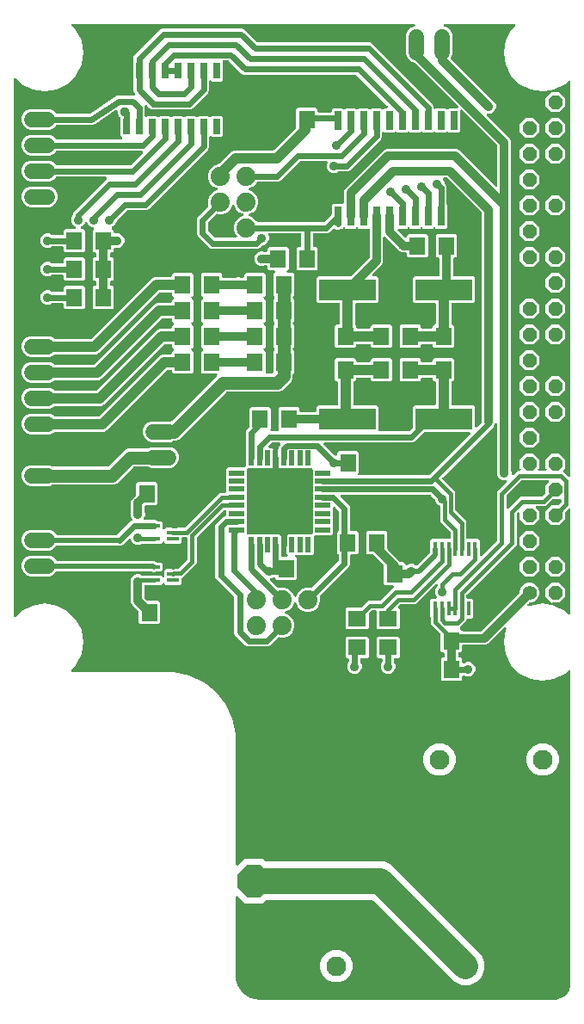
<source format=gbr>
G04 EAGLE Gerber RS-274X export*
G75*
%MOMM*%
%FSLAX34Y34*%
%LPD*%
%INTop Copper*%
%IPPOS*%
%AMOC8*
5,1,8,0,0,1.08239X$1,22.5*%
G01*
%ADD10R,0.700000X1.925000*%
%ADD11R,0.450000X1.475000*%
%ADD12C,1.422400*%
%ADD13P,1.539592X8X112.500000*%
%ADD14R,0.650000X1.575000*%
%ADD15R,1.200000X0.400000*%
%ADD16R,5.600000X2.100000*%
%ADD17C,1.879600*%
%ADD18R,1.600000X1.800000*%
%ADD19C,1.524000*%
%ADD20R,1.600000X1.803000*%
%ADD21C,1.950000*%
%ADD22P,3.436588X8X202.500000*%
%ADD23R,0.600000X1.500000*%
%ADD24R,1.500000X0.600000*%
%ADD25R,1.803000X1.600000*%
%ADD26C,0.906400*%
%ADD27C,0.406400*%
%ADD28C,0.609600*%
%ADD29C,1.016000*%
%ADD30C,0.812800*%
%ADD31C,0.956400*%
%ADD32C,0.508000*%
%ADD33C,2.540000*%
%ADD34C,1.270000*%

G36*
X697722Y381615D02*
X697722Y381615D01*
X697709Y381754D01*
X697702Y381773D01*
X697699Y381793D01*
X697648Y381922D01*
X697601Y382054D01*
X697590Y382070D01*
X697582Y382089D01*
X697501Y382202D01*
X697423Y382317D01*
X697407Y382330D01*
X697396Y382347D01*
X697288Y382435D01*
X697184Y382527D01*
X697166Y382536D01*
X697151Y382549D01*
X697025Y382608D01*
X696901Y382672D01*
X696881Y382676D01*
X696863Y382685D01*
X696727Y382711D01*
X696591Y382741D01*
X696570Y382741D01*
X696551Y382745D01*
X696412Y382736D01*
X696273Y382732D01*
X696253Y382726D01*
X696233Y382725D01*
X696101Y382682D01*
X695967Y382643D01*
X695950Y382633D01*
X695931Y382627D01*
X695813Y382552D01*
X695693Y382482D01*
X695672Y382463D01*
X695662Y382457D01*
X695648Y382442D01*
X695573Y382375D01*
X692386Y379189D01*
X681769Y373779D01*
X670000Y371915D01*
X658231Y373779D01*
X647614Y379189D01*
X639189Y387614D01*
X633779Y398231D01*
X631915Y410000D01*
X633779Y421769D01*
X634369Y422926D01*
X634409Y423038D01*
X634457Y423148D01*
X634463Y423188D01*
X634477Y423225D01*
X634488Y423344D01*
X634506Y423462D01*
X634503Y423502D01*
X634506Y423542D01*
X634488Y423660D01*
X634477Y423779D01*
X634463Y423817D01*
X634457Y423856D01*
X634410Y423966D01*
X634369Y424078D01*
X634347Y424111D01*
X634331Y424148D01*
X634257Y424242D01*
X634190Y424341D01*
X634160Y424368D01*
X634136Y424399D01*
X634042Y424473D01*
X633952Y424552D01*
X633916Y424570D01*
X633885Y424594D01*
X633775Y424642D01*
X633669Y424696D01*
X633630Y424705D01*
X633593Y424721D01*
X633475Y424740D01*
X633359Y424766D01*
X633318Y424765D01*
X633279Y424771D01*
X633160Y424760D01*
X633041Y424756D01*
X633002Y424745D01*
X632962Y424741D01*
X632850Y424701D01*
X632735Y424668D01*
X632701Y424647D01*
X632663Y424634D01*
X632564Y424567D01*
X632461Y424506D01*
X632416Y424467D01*
X632400Y424455D01*
X632386Y424440D01*
X632340Y424400D01*
X616361Y408421D01*
X613934Y407415D01*
X592230Y407415D01*
X592112Y407400D01*
X591993Y407393D01*
X591955Y407380D01*
X591914Y407375D01*
X591804Y407332D01*
X591691Y407295D01*
X591656Y407273D01*
X591619Y407258D01*
X591523Y407189D01*
X591422Y407125D01*
X591394Y407095D01*
X591361Y407072D01*
X591285Y406980D01*
X591204Y406893D01*
X591184Y406858D01*
X591159Y406827D01*
X591108Y406719D01*
X591050Y406615D01*
X591040Y406575D01*
X591023Y406539D01*
X591001Y406422D01*
X590971Y406307D01*
X590967Y406247D01*
X590963Y406227D01*
X590965Y406206D01*
X590961Y406146D01*
X590961Y401428D01*
X589472Y399939D01*
X588294Y399939D01*
X588176Y399924D01*
X588057Y399917D01*
X588019Y399904D01*
X587978Y399899D01*
X587868Y399856D01*
X587755Y399819D01*
X587720Y399797D01*
X587683Y399782D01*
X587587Y399713D01*
X587486Y399649D01*
X587458Y399619D01*
X587425Y399596D01*
X587349Y399504D01*
X587268Y399417D01*
X587248Y399382D01*
X587223Y399351D01*
X587172Y399243D01*
X587114Y399139D01*
X587104Y399099D01*
X587087Y399063D01*
X587065Y398946D01*
X587035Y398831D01*
X587031Y398771D01*
X587027Y398751D01*
X587029Y398730D01*
X587025Y398670D01*
X587025Y396365D01*
X587040Y396247D01*
X587047Y396128D01*
X587060Y396090D01*
X587065Y396049D01*
X587108Y395939D01*
X587145Y395826D01*
X587167Y395791D01*
X587182Y395754D01*
X587251Y395658D01*
X587315Y395557D01*
X587345Y395529D01*
X587368Y395496D01*
X587460Y395420D01*
X587547Y395339D01*
X587582Y395319D01*
X587613Y395294D01*
X587721Y395243D01*
X587825Y395185D01*
X587865Y395175D01*
X587901Y395158D01*
X588018Y395136D01*
X588133Y395106D01*
X588193Y395102D01*
X588213Y395098D01*
X588234Y395100D01*
X588294Y395096D01*
X589692Y395096D01*
X591181Y393607D01*
X591181Y390726D01*
X591187Y390677D01*
X591185Y390627D01*
X591207Y390520D01*
X591221Y390410D01*
X591239Y390364D01*
X591249Y390316D01*
X591297Y390217D01*
X591338Y390115D01*
X591367Y390075D01*
X591389Y390030D01*
X591460Y389946D01*
X591524Y389857D01*
X591563Y389826D01*
X591595Y389788D01*
X591685Y389725D01*
X591769Y389655D01*
X591814Y389633D01*
X591855Y389605D01*
X591958Y389566D01*
X592057Y389519D01*
X592106Y389510D01*
X592152Y389492D01*
X592262Y389480D01*
X592369Y389459D01*
X592419Y389462D01*
X592468Y389457D01*
X592577Y389472D01*
X592687Y389479D01*
X592734Y389494D01*
X592783Y389501D01*
X592936Y389553D01*
X595493Y390613D01*
X598307Y390613D01*
X600906Y389536D01*
X602896Y387546D01*
X603973Y384947D01*
X603973Y382133D01*
X602896Y379534D01*
X600906Y377544D01*
X598307Y376467D01*
X595493Y376467D01*
X592936Y377527D01*
X592888Y377540D01*
X592843Y377561D01*
X592735Y377582D01*
X592629Y377611D01*
X592579Y377611D01*
X592530Y377621D01*
X592421Y377614D01*
X592311Y377616D01*
X592263Y377604D01*
X592213Y377601D01*
X592109Y377567D01*
X592002Y377541D01*
X591958Y377518D01*
X591911Y377503D01*
X591818Y377444D01*
X591721Y377393D01*
X591684Y377359D01*
X591642Y377333D01*
X591567Y377253D01*
X591485Y377179D01*
X591458Y377137D01*
X591424Y377101D01*
X591371Y377005D01*
X591311Y376913D01*
X591294Y376866D01*
X591270Y376823D01*
X591243Y376716D01*
X591207Y376612D01*
X591203Y376563D01*
X591191Y376515D01*
X591181Y376354D01*
X591181Y373473D01*
X589692Y371984D01*
X571588Y371984D01*
X570099Y373473D01*
X570099Y393607D01*
X571588Y395096D01*
X572546Y395096D01*
X572664Y395111D01*
X572783Y395118D01*
X572821Y395131D01*
X572862Y395136D01*
X572972Y395179D01*
X573085Y395216D01*
X573120Y395238D01*
X573157Y395253D01*
X573253Y395322D01*
X573354Y395386D01*
X573382Y395416D01*
X573415Y395439D01*
X573491Y395531D01*
X573572Y395618D01*
X573592Y395653D01*
X573617Y395684D01*
X573668Y395792D01*
X573726Y395896D01*
X573736Y395936D01*
X573753Y395972D01*
X573775Y396089D01*
X573805Y396204D01*
X573809Y396264D01*
X573813Y396284D01*
X573811Y396305D01*
X573815Y396365D01*
X573815Y398670D01*
X573800Y398788D01*
X573793Y398907D01*
X573780Y398945D01*
X573775Y398986D01*
X573732Y399096D01*
X573695Y399209D01*
X573673Y399244D01*
X573658Y399281D01*
X573589Y399377D01*
X573525Y399478D01*
X573495Y399506D01*
X573472Y399539D01*
X573380Y399615D01*
X573293Y399696D01*
X573258Y399716D01*
X573227Y399741D01*
X573119Y399792D01*
X573015Y399850D01*
X572975Y399860D01*
X572939Y399877D01*
X572822Y399899D01*
X572707Y399929D01*
X572647Y399933D01*
X572627Y399937D01*
X572606Y399935D01*
X572546Y399939D01*
X571368Y399939D01*
X569879Y401428D01*
X569879Y417654D01*
X569867Y417752D01*
X569864Y417851D01*
X569847Y417910D01*
X569839Y417970D01*
X569803Y418062D01*
X569775Y418157D01*
X569745Y418209D01*
X569722Y418265D01*
X569664Y418345D01*
X569614Y418431D01*
X569548Y418506D01*
X569536Y418523D01*
X569526Y418531D01*
X569508Y418552D01*
X560127Y427932D01*
X560127Y433889D01*
X560115Y433987D01*
X560112Y434086D01*
X560095Y434144D01*
X560087Y434204D01*
X560051Y434297D01*
X560023Y434392D01*
X559993Y434444D01*
X559970Y434500D01*
X559912Y434580D01*
X559909Y434585D01*
X559909Y451487D01*
X561398Y452976D01*
X565198Y452976D01*
X565336Y452993D01*
X565474Y453006D01*
X565493Y453013D01*
X565513Y453016D01*
X565643Y453067D01*
X565773Y453114D01*
X565790Y453125D01*
X565809Y453133D01*
X565921Y453214D01*
X566036Y453292D01*
X566050Y453308D01*
X566066Y453319D01*
X566155Y453427D01*
X566247Y453531D01*
X566256Y453549D01*
X566269Y453564D01*
X566328Y453690D01*
X566392Y453814D01*
X566396Y453834D01*
X566405Y453852D01*
X566431Y453989D01*
X566461Y454124D01*
X566461Y454145D01*
X566464Y454164D01*
X566456Y454303D01*
X566452Y454442D01*
X566446Y454462D01*
X566445Y454482D01*
X566402Y454614D01*
X566363Y454748D01*
X566353Y454765D01*
X566347Y454784D01*
X566272Y454902D01*
X566202Y455022D01*
X566183Y455043D01*
X566176Y455053D01*
X566161Y455067D01*
X566095Y455142D01*
X565504Y455734D01*
X564427Y458333D01*
X564427Y461147D01*
X565504Y463746D01*
X566556Y464798D01*
X566616Y464876D01*
X566684Y464948D01*
X566713Y465001D01*
X566750Y465049D01*
X566790Y465140D01*
X566838Y465227D01*
X566853Y465285D01*
X566877Y465341D01*
X566892Y465439D01*
X566917Y465535D01*
X566923Y465635D01*
X566927Y465655D01*
X566925Y465667D01*
X566927Y465695D01*
X566927Y465956D01*
X566910Y466094D01*
X566897Y466233D01*
X566890Y466252D01*
X566887Y466272D01*
X566836Y466401D01*
X566789Y466532D01*
X566778Y466549D01*
X566770Y466567D01*
X566689Y466680D01*
X566611Y466795D01*
X566595Y466808D01*
X566584Y466825D01*
X566476Y466913D01*
X566372Y467005D01*
X566354Y467015D01*
X566339Y467028D01*
X566213Y467087D01*
X566089Y467150D01*
X566069Y467155D01*
X566051Y467163D01*
X565915Y467189D01*
X565779Y467220D01*
X565758Y467219D01*
X565739Y467223D01*
X565600Y467214D01*
X565461Y467210D01*
X565441Y467204D01*
X565421Y467203D01*
X565289Y467160D01*
X565155Y467122D01*
X565138Y467111D01*
X565119Y467105D01*
X565001Y467031D01*
X564881Y466960D01*
X564860Y466942D01*
X564850Y466935D01*
X564836Y466920D01*
X564761Y466854D01*
X545454Y447547D01*
X530740Y447547D01*
X530642Y447535D01*
X530543Y447532D01*
X530484Y447515D01*
X530424Y447507D01*
X530332Y447471D01*
X530237Y447443D01*
X530185Y447413D01*
X530129Y447390D01*
X530049Y447332D01*
X529963Y447282D01*
X529888Y447216D01*
X529871Y447204D01*
X529863Y447194D01*
X529842Y447176D01*
X528275Y445608D01*
X528202Y445514D01*
X528123Y445425D01*
X528105Y445389D01*
X528080Y445357D01*
X528033Y445247D01*
X527979Y445142D01*
X527970Y445102D01*
X527954Y445065D01*
X527935Y444947D01*
X527909Y444831D01*
X527910Y444791D01*
X527904Y444751D01*
X527915Y444632D01*
X527919Y444513D01*
X527930Y444475D01*
X527934Y444434D01*
X527974Y444322D01*
X528007Y444208D01*
X528028Y444173D01*
X528041Y444135D01*
X528108Y444036D01*
X528169Y443934D01*
X528208Y443889D01*
X528220Y443872D01*
X528235Y443858D01*
X528275Y443813D01*
X529716Y442372D01*
X529716Y424268D01*
X528227Y422779D01*
X508093Y422779D01*
X506604Y424268D01*
X506604Y440178D01*
X506589Y440296D01*
X506582Y440415D01*
X506569Y440453D01*
X506564Y440494D01*
X506521Y440604D01*
X506484Y440717D01*
X506462Y440752D01*
X506447Y440789D01*
X506378Y440885D01*
X506314Y440986D01*
X506284Y441014D01*
X506261Y441047D01*
X506169Y441123D01*
X506082Y441204D01*
X506047Y441224D01*
X506016Y441249D01*
X505908Y441300D01*
X505804Y441358D01*
X505764Y441368D01*
X505728Y441385D01*
X505611Y441407D01*
X505496Y441437D01*
X505436Y441441D01*
X505416Y441445D01*
X505395Y441443D01*
X505335Y441447D01*
X502800Y441447D01*
X502702Y441435D01*
X502603Y441432D01*
X502544Y441415D01*
X502484Y441407D01*
X502392Y441371D01*
X502297Y441343D01*
X502245Y441313D01*
X502189Y441290D01*
X502109Y441232D01*
X502023Y441182D01*
X501948Y441116D01*
X501931Y441104D01*
X501923Y441094D01*
X501902Y441076D01*
X499607Y438781D01*
X499547Y438702D01*
X499479Y438630D01*
X499450Y438577D01*
X499413Y438529D01*
X499373Y438438D01*
X499325Y438352D01*
X499310Y438293D01*
X499286Y438238D01*
X499271Y438140D01*
X499246Y438044D01*
X499240Y437944D01*
X499236Y437923D01*
X499238Y437911D01*
X499236Y437883D01*
X499236Y424268D01*
X497747Y422779D01*
X477613Y422779D01*
X476124Y424268D01*
X476124Y442372D01*
X477613Y443861D01*
X491228Y443861D01*
X491326Y443873D01*
X491425Y443876D01*
X491484Y443893D01*
X491544Y443901D01*
X491636Y443937D01*
X491731Y443965D01*
X491783Y443995D01*
X491839Y444018D01*
X491919Y444076D01*
X492005Y444126D01*
X492080Y444192D01*
X492097Y444204D01*
X492105Y444214D01*
X492126Y444232D01*
X498486Y450593D01*
X509640Y450593D01*
X509738Y450605D01*
X509837Y450608D01*
X509896Y450625D01*
X509956Y450633D01*
X510048Y450669D01*
X510143Y450697D01*
X510195Y450727D01*
X510251Y450750D01*
X510331Y450808D01*
X510417Y450858D01*
X510492Y450924D01*
X510509Y450936D01*
X510517Y450946D01*
X510538Y450964D01*
X523386Y463813D01*
X523471Y463922D01*
X523560Y464029D01*
X523568Y464048D01*
X523581Y464064D01*
X523636Y464192D01*
X523695Y464317D01*
X523699Y464337D01*
X523707Y464356D01*
X523729Y464494D01*
X523755Y464630D01*
X523754Y464650D01*
X523757Y464670D01*
X523744Y464809D01*
X523735Y464947D01*
X523729Y464966D01*
X523727Y464986D01*
X523680Y465118D01*
X523637Y465249D01*
X523626Y465267D01*
X523619Y465286D01*
X523541Y465401D01*
X523467Y465518D01*
X523452Y465532D01*
X523441Y465549D01*
X523337Y465641D01*
X523235Y465736D01*
X523218Y465746D01*
X523202Y465759D01*
X523079Y465822D01*
X522957Y465890D01*
X522937Y465895D01*
X522919Y465904D01*
X522783Y465934D01*
X522649Y465969D01*
X522621Y465971D01*
X522609Y465974D01*
X522588Y465973D01*
X522488Y465979D01*
X515488Y465979D01*
X513999Y467468D01*
X513999Y485814D01*
X513987Y485913D01*
X513984Y486012D01*
X513967Y486070D01*
X513959Y486130D01*
X513923Y486222D01*
X513895Y486317D01*
X513865Y486369D01*
X513842Y486426D01*
X513784Y486506D01*
X513734Y486591D01*
X513668Y486667D01*
X513656Y486683D01*
X513646Y486691D01*
X513628Y486712D01*
X504267Y496073D01*
X504189Y496133D01*
X504117Y496201D01*
X504064Y496230D01*
X504016Y496267D01*
X503925Y496307D01*
X503838Y496355D01*
X503780Y496370D01*
X503724Y496394D01*
X503626Y496409D01*
X503530Y496434D01*
X503430Y496440D01*
X503410Y496444D01*
X503397Y496442D01*
X503369Y496444D01*
X497928Y496444D01*
X496439Y497933D01*
X496439Y518067D01*
X497928Y519556D01*
X516032Y519556D01*
X517521Y518067D01*
X517521Y502026D01*
X517533Y501927D01*
X517536Y501828D01*
X517553Y501770D01*
X517561Y501710D01*
X517597Y501618D01*
X517625Y501523D01*
X517655Y501471D01*
X517678Y501414D01*
X517736Y501334D01*
X517786Y501249D01*
X517852Y501173D01*
X517864Y501157D01*
X517874Y501149D01*
X517892Y501128D01*
X529588Y489432D01*
X529666Y489372D01*
X529738Y489304D01*
X529791Y489275D01*
X529839Y489238D01*
X529930Y489198D01*
X530017Y489150D01*
X530075Y489135D01*
X530131Y489111D01*
X530229Y489096D01*
X530325Y489071D01*
X530425Y489065D01*
X530445Y489061D01*
X530458Y489063D01*
X530486Y489061D01*
X533592Y489061D01*
X535081Y487572D01*
X535081Y487155D01*
X535087Y487106D01*
X535085Y487056D01*
X535107Y486949D01*
X535121Y486839D01*
X535139Y486793D01*
X535149Y486745D01*
X535197Y486646D01*
X535238Y486544D01*
X535267Y486503D01*
X535289Y486459D01*
X535360Y486375D01*
X535424Y486286D01*
X535463Y486255D01*
X535495Y486217D01*
X535585Y486154D01*
X535669Y486084D01*
X535714Y486062D01*
X535755Y486034D01*
X535858Y485995D01*
X535957Y485948D01*
X536006Y485939D01*
X536052Y485921D01*
X536162Y485909D01*
X536269Y485888D01*
X536319Y485891D01*
X536368Y485886D01*
X536477Y485901D01*
X536587Y485908D01*
X536634Y485923D01*
X536683Y485930D01*
X536836Y485982D01*
X539613Y487133D01*
X542427Y487133D01*
X545026Y486056D01*
X545341Y485741D01*
X545435Y485668D01*
X545524Y485590D01*
X545560Y485571D01*
X545592Y485546D01*
X545702Y485499D01*
X545808Y485445D01*
X545847Y485436D01*
X545884Y485420D01*
X546002Y485401D01*
X546118Y485375D01*
X546158Y485376D01*
X546198Y485370D01*
X546317Y485381D01*
X546436Y485385D01*
X546475Y485396D01*
X546515Y485400D01*
X546627Y485440D01*
X546741Y485473D01*
X546776Y485494D01*
X546814Y485508D01*
X546913Y485574D01*
X547015Y485635D01*
X547060Y485675D01*
X547077Y485686D01*
X547091Y485701D01*
X547136Y485741D01*
X559248Y497853D01*
X559308Y497931D01*
X559376Y498003D01*
X559405Y498056D01*
X559442Y498104D01*
X559482Y498195D01*
X559530Y498282D01*
X559545Y498340D01*
X559569Y498396D01*
X559584Y498494D01*
X559609Y498590D01*
X559615Y498690D01*
X559619Y498710D01*
X559617Y498722D01*
X559619Y498750D01*
X559619Y502831D01*
X559813Y503298D01*
X559815Y503306D01*
X559820Y503315D01*
X559857Y503460D01*
X559897Y503604D01*
X559897Y503614D01*
X559899Y503623D01*
X559909Y503783D01*
X559909Y510247D01*
X561398Y511736D01*
X578358Y511736D01*
X578476Y511751D01*
X578595Y511758D01*
X578633Y511771D01*
X578674Y511776D01*
X578784Y511819D01*
X578897Y511856D01*
X578932Y511878D01*
X578969Y511893D01*
X579065Y511962D01*
X579166Y512026D01*
X579194Y512056D01*
X579227Y512079D01*
X579303Y512171D01*
X579384Y512258D01*
X579404Y512293D01*
X579429Y512324D01*
X579480Y512432D01*
X579538Y512536D01*
X579548Y512576D01*
X579565Y512612D01*
X579587Y512729D01*
X579617Y512844D01*
X579621Y512904D01*
X579625Y512924D01*
X579623Y512945D01*
X579627Y513005D01*
X579627Y518280D01*
X579615Y518378D01*
X579612Y518477D01*
X579595Y518536D01*
X579587Y518596D01*
X579551Y518688D01*
X579523Y518783D01*
X579493Y518835D01*
X579470Y518891D01*
X579412Y518971D01*
X579362Y519057D01*
X579296Y519132D01*
X579284Y519149D01*
X579274Y519157D01*
X579256Y519178D01*
X569427Y529006D01*
X569427Y543535D01*
X569424Y543564D01*
X569426Y543594D01*
X569404Y543722D01*
X569387Y543851D01*
X569377Y543878D01*
X569372Y543907D01*
X569318Y544026D01*
X569270Y544146D01*
X569253Y544170D01*
X569241Y544197D01*
X569160Y544298D01*
X569084Y544404D01*
X569061Y544422D01*
X569042Y544445D01*
X568939Y544524D01*
X568839Y544606D01*
X568812Y544619D01*
X568788Y544637D01*
X568644Y544708D01*
X567494Y545184D01*
X565504Y547174D01*
X564427Y549773D01*
X564427Y549823D01*
X564415Y549922D01*
X564412Y550021D01*
X564395Y550079D01*
X564387Y550139D01*
X564351Y550231D01*
X564323Y550326D01*
X564293Y550378D01*
X564270Y550435D01*
X564212Y550515D01*
X564162Y550600D01*
X564096Y550675D01*
X564084Y550692D01*
X564074Y550700D01*
X564056Y550721D01*
X560097Y554680D01*
X560019Y554740D01*
X559946Y554808D01*
X559893Y554837D01*
X559846Y554874D01*
X559755Y554914D01*
X559668Y554962D01*
X559609Y554977D01*
X559554Y555001D01*
X559456Y555016D01*
X559360Y555041D01*
X559260Y555047D01*
X559240Y555051D01*
X559227Y555049D01*
X559199Y555051D01*
X472697Y555051D01*
X472559Y555034D01*
X472420Y555021D01*
X472401Y555014D01*
X472381Y555011D01*
X472252Y554960D01*
X472121Y554913D01*
X472104Y554902D01*
X472085Y554894D01*
X471973Y554813D01*
X471858Y554735D01*
X471844Y554719D01*
X471828Y554708D01*
X471739Y554600D01*
X471647Y554496D01*
X471638Y554478D01*
X471625Y554463D01*
X471566Y554337D01*
X471503Y554213D01*
X471498Y554193D01*
X471490Y554175D01*
X471464Y554039D01*
X471433Y553903D01*
X471434Y553882D01*
X471430Y553863D01*
X471439Y553724D01*
X471443Y553585D01*
X471448Y553565D01*
X471450Y553545D01*
X471492Y553413D01*
X471531Y553279D01*
X471541Y553262D01*
X471548Y553243D01*
X471622Y553125D01*
X471693Y553005D01*
X471711Y552984D01*
X471718Y552974D01*
X471733Y552960D01*
X471799Y552885D01*
X477967Y546716D01*
X479718Y544966D01*
X480569Y542912D01*
X480569Y520825D01*
X480584Y520707D01*
X480591Y520588D01*
X480604Y520550D01*
X480609Y520509D01*
X480652Y520399D01*
X480689Y520286D01*
X480711Y520251D01*
X480726Y520214D01*
X480795Y520118D01*
X480859Y520017D01*
X480889Y519989D01*
X480912Y519956D01*
X481004Y519880D01*
X481091Y519799D01*
X481126Y519779D01*
X481157Y519754D01*
X481265Y519703D01*
X481369Y519645D01*
X481409Y519635D01*
X481445Y519618D01*
X481562Y519596D01*
X481677Y519566D01*
X481737Y519562D01*
X481757Y519558D01*
X481778Y519560D01*
X481838Y519556D01*
X487592Y519556D01*
X489081Y518067D01*
X489081Y497933D01*
X487592Y496444D01*
X481838Y496444D01*
X481720Y496429D01*
X481601Y496422D01*
X481563Y496409D01*
X481522Y496404D01*
X481412Y496361D01*
X481299Y496324D01*
X481264Y496302D01*
X481227Y496287D01*
X481131Y496218D01*
X481030Y496154D01*
X481002Y496124D01*
X480969Y496101D01*
X480893Y496009D01*
X480812Y495922D01*
X480792Y495887D01*
X480767Y495856D01*
X480716Y495748D01*
X480658Y495644D01*
X480648Y495604D01*
X480631Y495568D01*
X480609Y495451D01*
X480579Y495336D01*
X480575Y495276D01*
X480571Y495256D01*
X480573Y495235D01*
X480569Y495175D01*
X480569Y486568D01*
X479718Y484514D01*
X451472Y456268D01*
X451454Y456245D01*
X451432Y456226D01*
X451357Y456120D01*
X451277Y456017D01*
X451265Y455990D01*
X451248Y455966D01*
X451202Y455845D01*
X451151Y455725D01*
X451146Y455696D01*
X451136Y455669D01*
X451121Y455540D01*
X451101Y455411D01*
X451104Y455382D01*
X451100Y455353D01*
X451119Y455224D01*
X451131Y455095D01*
X451141Y455067D01*
X451145Y455038D01*
X451197Y454885D01*
X451359Y454495D01*
X451359Y449745D01*
X449541Y445357D01*
X446183Y441999D01*
X441795Y440181D01*
X437045Y440181D01*
X432657Y441999D01*
X429299Y445357D01*
X427893Y448752D01*
X427879Y448776D01*
X427870Y448802D01*
X427814Y448891D01*
X427759Y448996D01*
X427745Y449011D01*
X427735Y449028D01*
X427712Y449052D01*
X427700Y449071D01*
X427633Y449134D01*
X427545Y449231D01*
X427528Y449242D01*
X427514Y449257D01*
X427482Y449276D01*
X427469Y449289D01*
X427399Y449327D01*
X427395Y449330D01*
X427279Y449406D01*
X427260Y449412D01*
X427243Y449423D01*
X427203Y449435D01*
X427190Y449442D01*
X427128Y449458D01*
X427110Y449464D01*
X426978Y449509D01*
X426958Y449511D01*
X426939Y449517D01*
X426894Y449519D01*
X426882Y449522D01*
X426721Y449532D01*
X426718Y449532D01*
X426707Y449531D01*
X426661Y449534D01*
X426641Y449531D01*
X426621Y449532D01*
X426485Y449504D01*
X426460Y449499D01*
X426403Y449492D01*
X426391Y449487D01*
X426348Y449480D01*
X426329Y449472D01*
X426310Y449467D01*
X426184Y449406D01*
X426174Y449401D01*
X426107Y449375D01*
X426094Y449366D01*
X426058Y449349D01*
X426042Y449337D01*
X426024Y449328D01*
X425920Y449239D01*
X425850Y449188D01*
X425837Y449173D01*
X425810Y449151D01*
X425797Y449135D01*
X425782Y449121D01*
X425710Y449019D01*
X425647Y448943D01*
X425637Y448921D01*
X425618Y448897D01*
X425606Y448871D01*
X425599Y448861D01*
X425592Y448842D01*
X425547Y448752D01*
X424141Y445357D01*
X420783Y441999D01*
X417388Y440593D01*
X417267Y440524D01*
X417144Y440459D01*
X417129Y440445D01*
X417112Y440435D01*
X417012Y440338D01*
X416909Y440245D01*
X416898Y440228D01*
X416883Y440214D01*
X416811Y440096D01*
X416734Y439979D01*
X416728Y439960D01*
X416717Y439943D01*
X416676Y439810D01*
X416631Y439678D01*
X416629Y439658D01*
X416623Y439639D01*
X416617Y439500D01*
X416606Y439361D01*
X416609Y439341D01*
X416608Y439321D01*
X416636Y439185D01*
X416660Y439048D01*
X416668Y439029D01*
X416673Y439010D01*
X416734Y438885D01*
X416791Y438758D01*
X416803Y438742D01*
X416812Y438724D01*
X416903Y438618D01*
X416989Y438510D01*
X417005Y438497D01*
X417019Y438482D01*
X417132Y438402D01*
X417243Y438318D01*
X417269Y438306D01*
X417279Y438299D01*
X417298Y438292D01*
X417388Y438247D01*
X420783Y436841D01*
X424141Y433483D01*
X425959Y429095D01*
X425959Y424345D01*
X424141Y419957D01*
X420783Y416599D01*
X416395Y414781D01*
X411645Y414781D01*
X411255Y414943D01*
X411226Y414951D01*
X411200Y414964D01*
X411073Y414993D01*
X410948Y415027D01*
X410918Y415027D01*
X410890Y415034D01*
X410760Y415030D01*
X410630Y415032D01*
X410601Y415025D01*
X410572Y415024D01*
X410447Y414988D01*
X410321Y414958D01*
X410295Y414944D01*
X410266Y414936D01*
X410155Y414870D01*
X410040Y414809D01*
X410018Y414789D01*
X409992Y414774D01*
X409872Y414668D01*
X401946Y406742D01*
X399892Y405891D01*
X379888Y405891D01*
X377834Y406742D01*
X367410Y417166D01*
X366559Y419220D01*
X366559Y454051D01*
X366547Y454150D01*
X366544Y454249D01*
X366527Y454307D01*
X366519Y454367D01*
X366483Y454459D01*
X366455Y454554D01*
X366425Y454606D01*
X366402Y454663D01*
X366344Y454743D01*
X366294Y454828D01*
X366228Y454903D01*
X366216Y454920D01*
X366206Y454928D01*
X366188Y454949D01*
X349002Y472134D01*
X348151Y474188D01*
X348151Y524672D01*
X349002Y526726D01*
X355654Y533378D01*
X357725Y534236D01*
X357788Y534244D01*
X357907Y534251D01*
X357945Y534264D01*
X357986Y534269D01*
X358096Y534312D01*
X358209Y534349D01*
X358244Y534371D01*
X358281Y534386D01*
X358377Y534455D01*
X358478Y534519D01*
X358506Y534549D01*
X358539Y534572D01*
X358615Y534664D01*
X358696Y534751D01*
X358716Y534786D01*
X358741Y534817D01*
X358792Y534925D01*
X358850Y535029D01*
X358860Y535069D01*
X358877Y535105D01*
X358899Y535222D01*
X358929Y535337D01*
X358933Y535397D01*
X358937Y535417D01*
X358935Y535438D01*
X358939Y535498D01*
X358939Y538798D01*
X358924Y538916D01*
X358917Y539035D01*
X358904Y539073D01*
X358899Y539114D01*
X358856Y539224D01*
X358819Y539337D01*
X358797Y539372D01*
X358782Y539409D01*
X358713Y539505D01*
X358649Y539606D01*
X358619Y539634D01*
X358596Y539667D01*
X358504Y539743D01*
X358417Y539824D01*
X358382Y539844D01*
X358351Y539869D01*
X358243Y539920D01*
X358139Y539978D01*
X358099Y539988D01*
X358063Y540005D01*
X357946Y540027D01*
X357831Y540057D01*
X357771Y540061D01*
X357751Y540065D01*
X357730Y540063D01*
X357670Y540067D01*
X356843Y540067D01*
X356744Y540055D01*
X356645Y540052D01*
X356587Y540035D01*
X356527Y540027D01*
X356435Y539991D01*
X356340Y539963D01*
X356288Y539933D01*
X356231Y539910D01*
X356151Y539852D01*
X356066Y539802D01*
X355990Y539736D01*
X355974Y539724D01*
X355966Y539714D01*
X355945Y539696D01*
X330064Y513815D01*
X330004Y513737D01*
X329936Y513665D01*
X329907Y513612D01*
X329870Y513564D01*
X329830Y513473D01*
X329782Y513386D01*
X329767Y513328D01*
X329743Y513272D01*
X329728Y513174D01*
X329703Y513078D01*
X329697Y512978D01*
X329693Y512958D01*
X329695Y512945D01*
X329693Y512917D01*
X329693Y487537D01*
X315803Y473648D01*
X315783Y473633D01*
X315682Y473569D01*
X315654Y473539D01*
X315621Y473516D01*
X315545Y473424D01*
X315464Y473337D01*
X315444Y473302D01*
X315419Y473271D01*
X315368Y473163D01*
X315310Y473059D01*
X315300Y473019D01*
X315283Y472983D01*
X315261Y472866D01*
X315231Y472751D01*
X315227Y472691D01*
X315223Y472671D01*
X315225Y472650D01*
X315221Y472590D01*
X315221Y467968D01*
X313732Y466479D01*
X299628Y466479D01*
X298078Y468029D01*
X297983Y468102D01*
X297894Y468181D01*
X297858Y468199D01*
X297826Y468224D01*
X297717Y468272D01*
X297611Y468326D01*
X297572Y468335D01*
X297534Y468351D01*
X297417Y468369D01*
X297301Y468395D01*
X297260Y468394D01*
X297220Y468400D01*
X297102Y468389D01*
X296983Y468386D01*
X296944Y468374D01*
X296904Y468371D01*
X296791Y468330D01*
X296677Y468297D01*
X296643Y468277D01*
X296604Y468263D01*
X296506Y468196D01*
X296403Y468136D01*
X296358Y468096D01*
X296341Y468084D01*
X296328Y468069D01*
X296283Y468029D01*
X294732Y466479D01*
X290132Y466479D01*
X290034Y466467D01*
X289935Y466464D01*
X289877Y466447D01*
X279654Y466447D01*
X279536Y466432D01*
X279417Y466425D01*
X279379Y466412D01*
X279338Y466407D01*
X279228Y466364D01*
X279115Y466327D01*
X279080Y466305D01*
X279043Y466290D01*
X278947Y466221D01*
X278846Y466157D01*
X278818Y466127D01*
X278785Y466104D01*
X278709Y466012D01*
X278628Y465925D01*
X278608Y465890D01*
X278583Y465859D01*
X278532Y465751D01*
X278474Y465647D01*
X278464Y465607D01*
X278447Y465571D01*
X278425Y465454D01*
X278395Y465339D01*
X278391Y465279D01*
X278387Y465259D01*
X278389Y465238D01*
X278385Y465178D01*
X278385Y454082D01*
X278397Y453983D01*
X278400Y453884D01*
X278417Y453826D01*
X278425Y453766D01*
X278461Y453674D01*
X278489Y453579D01*
X278519Y453527D01*
X278542Y453470D01*
X278600Y453390D01*
X278650Y453305D01*
X278716Y453229D01*
X278728Y453213D01*
X278738Y453205D01*
X278756Y453184D01*
X280608Y451332D01*
X280686Y451272D01*
X280758Y451204D01*
X280811Y451175D01*
X280859Y451138D01*
X280950Y451098D01*
X281037Y451050D01*
X281095Y451035D01*
X281151Y451011D01*
X281249Y450996D01*
X281345Y450971D01*
X281445Y450965D01*
X281465Y450961D01*
X281478Y450963D01*
X281506Y450961D01*
X292232Y450961D01*
X293721Y449472D01*
X293721Y429368D01*
X292232Y427879D01*
X274128Y427879D01*
X272639Y429368D01*
X272639Y440094D01*
X272627Y440193D01*
X272624Y440292D01*
X272607Y440350D01*
X272599Y440410D01*
X272563Y440502D01*
X272535Y440597D01*
X272505Y440649D01*
X272482Y440706D01*
X272424Y440786D01*
X272374Y440871D01*
X272308Y440947D01*
X272296Y440963D01*
X272286Y440971D01*
X272268Y440992D01*
X266181Y447079D01*
X265175Y449506D01*
X265175Y467111D01*
X265174Y467120D01*
X265175Y467129D01*
X265154Y467278D01*
X265135Y467426D01*
X265132Y467435D01*
X265131Y467444D01*
X265079Y467597D01*
X264707Y468493D01*
X264707Y471307D01*
X265784Y473906D01*
X267774Y475896D01*
X270373Y476973D01*
X273187Y476973D01*
X275819Y475883D01*
X275868Y475836D01*
X275921Y475807D01*
X275969Y475770D01*
X276060Y475730D01*
X276147Y475682D01*
X276205Y475667D01*
X276261Y475643D01*
X276359Y475628D01*
X276455Y475603D01*
X276555Y475597D01*
X276575Y475593D01*
X276587Y475595D01*
X276615Y475593D01*
X289887Y475593D01*
X289971Y475571D01*
X290071Y475565D01*
X290092Y475561D01*
X290104Y475563D01*
X290132Y475561D01*
X294732Y475561D01*
X295973Y474321D01*
X296082Y474235D01*
X296189Y474147D01*
X296208Y474138D01*
X296224Y474126D01*
X296352Y474070D01*
X296477Y474011D01*
X296497Y474007D01*
X296516Y473999D01*
X296654Y473977D01*
X296790Y473951D01*
X296810Y473953D01*
X296830Y473949D01*
X296969Y473963D01*
X297107Y473971D01*
X297126Y473977D01*
X297146Y473979D01*
X297278Y474026D01*
X297409Y474069D01*
X297427Y474080D01*
X297446Y474087D01*
X297561Y474165D01*
X297678Y474239D01*
X297692Y474254D01*
X297709Y474265D01*
X297801Y474370D01*
X297896Y474471D01*
X297906Y474489D01*
X297919Y474504D01*
X297983Y474628D01*
X298050Y474749D01*
X298055Y474769D01*
X298064Y474787D01*
X298094Y474923D01*
X298129Y475057D01*
X298131Y475085D01*
X298134Y475097D01*
X298133Y475118D01*
X298139Y475218D01*
X298139Y479822D01*
X298122Y479960D01*
X298109Y480098D01*
X298102Y480117D01*
X298099Y480137D01*
X298048Y480267D01*
X298001Y480398D01*
X297990Y480414D01*
X297982Y480433D01*
X297912Y480529D01*
X297993Y480553D01*
X298010Y480563D01*
X298029Y480569D01*
X298147Y480644D01*
X298267Y480714D01*
X298288Y480733D01*
X298298Y480739D01*
X298312Y480754D01*
X298387Y480821D01*
X299628Y482061D01*
X304228Y482061D01*
X304326Y482073D01*
X304425Y482076D01*
X304484Y482093D01*
X304544Y482101D01*
X304636Y482137D01*
X304731Y482165D01*
X304783Y482195D01*
X304839Y482218D01*
X304919Y482276D01*
X305005Y482326D01*
X305080Y482392D01*
X305097Y482404D01*
X305105Y482414D01*
X305126Y482433D01*
X305698Y483005D01*
X311701Y483005D01*
X311799Y483017D01*
X311898Y483020D01*
X311957Y483037D01*
X312017Y483045D01*
X312109Y483081D01*
X312204Y483109D01*
X312256Y483139D01*
X312312Y483162D01*
X312392Y483220D01*
X312478Y483270D01*
X312553Y483336D01*
X312570Y483348D01*
X312577Y483358D01*
X312599Y483376D01*
X320176Y490953D01*
X320236Y491032D01*
X320304Y491104D01*
X320333Y491157D01*
X320370Y491205D01*
X320410Y491296D01*
X320458Y491382D01*
X320473Y491441D01*
X320497Y491497D01*
X320512Y491594D01*
X320537Y491690D01*
X320543Y491790D01*
X320547Y491811D01*
X320545Y491823D01*
X320547Y491851D01*
X320547Y512318D01*
X320532Y512436D01*
X320525Y512555D01*
X320512Y512593D01*
X320507Y512634D01*
X320464Y512744D01*
X320427Y512857D01*
X320405Y512892D01*
X320390Y512929D01*
X320321Y513025D01*
X320257Y513126D01*
X320227Y513154D01*
X320204Y513187D01*
X320112Y513263D01*
X320025Y513344D01*
X319990Y513364D01*
X319959Y513389D01*
X319851Y513440D01*
X319747Y513498D01*
X319707Y513508D01*
X319671Y513525D01*
X319554Y513547D01*
X319439Y513577D01*
X319379Y513581D01*
X319359Y513585D01*
X319338Y513583D01*
X319278Y513587D01*
X316490Y513587D01*
X316372Y513572D01*
X316253Y513565D01*
X316215Y513552D01*
X316174Y513547D01*
X316064Y513504D01*
X315951Y513467D01*
X315916Y513445D01*
X315879Y513430D01*
X315783Y513361D01*
X315682Y513297D01*
X315654Y513267D01*
X315621Y513244D01*
X315545Y513152D01*
X315464Y513065D01*
X315444Y513030D01*
X315419Y512999D01*
X315368Y512891D01*
X315310Y512787D01*
X315300Y512747D01*
X315283Y512711D01*
X315261Y512594D01*
X315231Y512479D01*
X315227Y512419D01*
X315223Y512399D01*
X315225Y512378D01*
X315221Y512318D01*
X315221Y508608D01*
X313732Y507119D01*
X299628Y507119D01*
X298078Y508669D01*
X297983Y508742D01*
X297894Y508821D01*
X297858Y508839D01*
X297826Y508864D01*
X297717Y508912D01*
X297611Y508966D01*
X297572Y508975D01*
X297534Y508991D01*
X297417Y509009D01*
X297301Y509035D01*
X297260Y509034D01*
X297220Y509040D01*
X297102Y509029D01*
X296983Y509026D01*
X296944Y509014D01*
X296904Y509011D01*
X296791Y508970D01*
X296677Y508937D01*
X296643Y508917D01*
X296604Y508903D01*
X296506Y508836D01*
X296403Y508776D01*
X296358Y508736D01*
X296341Y508724D01*
X296328Y508709D01*
X296283Y508669D01*
X294732Y507119D01*
X290132Y507119D01*
X290033Y507107D01*
X289934Y507104D01*
X289877Y507087D01*
X276047Y507087D01*
X276037Y507086D01*
X276028Y507087D01*
X275879Y507066D01*
X275731Y507047D01*
X275722Y507044D01*
X275713Y507043D01*
X275561Y506991D01*
X273187Y506007D01*
X270373Y506007D01*
X267774Y507084D01*
X265784Y509074D01*
X264945Y511099D01*
X264920Y511142D01*
X264904Y511189D01*
X264842Y511280D01*
X264787Y511376D01*
X264753Y511411D01*
X264725Y511452D01*
X264643Y511525D01*
X264566Y511604D01*
X264524Y511630D01*
X264486Y511663D01*
X264389Y511713D01*
X264295Y511770D01*
X264247Y511785D01*
X264203Y511808D01*
X264096Y511832D01*
X263991Y511864D01*
X263941Y511866D01*
X263893Y511877D01*
X263783Y511874D01*
X263673Y511879D01*
X263625Y511869D01*
X263575Y511868D01*
X263470Y511837D01*
X263362Y511815D01*
X263317Y511793D01*
X263270Y511779D01*
X263175Y511723D01*
X263076Y511675D01*
X263038Y511643D01*
X262996Y511618D01*
X262875Y511511D01*
X257166Y505802D01*
X255112Y504951D01*
X252888Y504951D01*
X251895Y505363D01*
X251886Y505365D01*
X251878Y505370D01*
X251733Y505407D01*
X251588Y505447D01*
X251579Y505447D01*
X251570Y505449D01*
X251409Y505459D01*
X192621Y505459D01*
X192592Y505456D01*
X192563Y505458D01*
X192435Y505436D01*
X192306Y505419D01*
X192278Y505409D01*
X192249Y505403D01*
X192131Y505350D01*
X192010Y505302D01*
X191986Y505285D01*
X191959Y505273D01*
X191858Y505192D01*
X191753Y505116D01*
X191734Y505093D01*
X191711Y505074D01*
X191633Y504971D01*
X191550Y504871D01*
X191538Y504844D01*
X191520Y504820D01*
X191510Y504801D01*
X188636Y501926D01*
X184901Y500379D01*
X165619Y500379D01*
X161884Y501926D01*
X159026Y504784D01*
X157479Y508519D01*
X157479Y512561D01*
X159026Y516296D01*
X161884Y519154D01*
X165619Y520701D01*
X184901Y520701D01*
X188636Y519154D01*
X191531Y516259D01*
X191542Y516241D01*
X191606Y516128D01*
X191627Y516107D01*
X191643Y516082D01*
X191737Y515993D01*
X191828Y515900D01*
X191853Y515884D01*
X191874Y515864D01*
X191988Y515801D01*
X192099Y515733D01*
X192127Y515725D01*
X192153Y515710D01*
X192278Y515678D01*
X192403Y515640D01*
X192432Y515638D01*
X192461Y515631D01*
X192621Y515621D01*
X250651Y515621D01*
X250750Y515633D01*
X250849Y515636D01*
X250907Y515653D01*
X250967Y515661D01*
X251059Y515697D01*
X251154Y515725D01*
X251206Y515755D01*
X251263Y515778D01*
X251343Y515836D01*
X251428Y515886D01*
X251503Y515952D01*
X251520Y515964D01*
X251528Y515974D01*
X251549Y515992D01*
X264954Y529398D01*
X265579Y529657D01*
X265622Y529681D01*
X265669Y529698D01*
X265760Y529760D01*
X265855Y529814D01*
X265891Y529849D01*
X265932Y529877D01*
X266005Y529959D01*
X266084Y530036D01*
X266110Y530078D01*
X266143Y530115D01*
X266193Y530213D01*
X266250Y530307D01*
X266265Y530354D01*
X266287Y530398D01*
X266311Y530506D01*
X266344Y530611D01*
X266346Y530660D01*
X266357Y530709D01*
X266353Y530818D01*
X266359Y530928D01*
X266349Y530977D01*
X266347Y531027D01*
X266317Y531132D01*
X266294Y531240D01*
X266273Y531284D01*
X266259Y531332D01*
X266203Y531427D01*
X266155Y531525D01*
X266123Y531563D01*
X266097Y531606D01*
X265991Y531727D01*
X265784Y531934D01*
X264707Y534533D01*
X264707Y537347D01*
X265079Y538243D01*
X265081Y538252D01*
X265086Y538261D01*
X265123Y538405D01*
X265163Y538550D01*
X265163Y538559D01*
X265165Y538568D01*
X265175Y538729D01*
X265175Y548714D01*
X266181Y551141D01*
X269728Y554688D01*
X269788Y554766D01*
X269856Y554838D01*
X269885Y554891D01*
X269922Y554939D01*
X269962Y555030D01*
X270010Y555117D01*
X270025Y555175D01*
X270049Y555231D01*
X270064Y555329D01*
X270089Y555425D01*
X270095Y555525D01*
X270099Y555545D01*
X270097Y555558D01*
X270099Y555586D01*
X270099Y566312D01*
X271588Y567801D01*
X289692Y567801D01*
X291181Y566312D01*
X291181Y546208D01*
X289692Y544719D01*
X279654Y544719D01*
X279536Y544704D01*
X279417Y544697D01*
X279379Y544684D01*
X279338Y544679D01*
X279228Y544636D01*
X279115Y544599D01*
X279080Y544577D01*
X279043Y544562D01*
X278947Y544493D01*
X278846Y544429D01*
X278818Y544399D01*
X278785Y544376D01*
X278709Y544284D01*
X278628Y544197D01*
X278608Y544162D01*
X278583Y544131D01*
X278532Y544023D01*
X278474Y543919D01*
X278464Y543879D01*
X278447Y543843D01*
X278425Y543726D01*
X278395Y543611D01*
X278391Y543551D01*
X278387Y543531D01*
X278389Y543510D01*
X278385Y543450D01*
X278385Y538729D01*
X278386Y538720D01*
X278385Y538711D01*
X278406Y538562D01*
X278425Y538414D01*
X278428Y538405D01*
X278429Y538396D01*
X278481Y538243D01*
X278853Y537347D01*
X278853Y534533D01*
X277805Y532004D01*
X277792Y531956D01*
X277771Y531911D01*
X277750Y531803D01*
X277721Y531697D01*
X277720Y531647D01*
X277711Y531598D01*
X277718Y531489D01*
X277716Y531379D01*
X277728Y531331D01*
X277731Y531281D01*
X277764Y531177D01*
X277790Y531070D01*
X277813Y531026D01*
X277829Y530979D01*
X277887Y530886D01*
X277939Y530789D01*
X277972Y530752D01*
X277999Y530710D01*
X278079Y530635D01*
X278153Y530553D01*
X278194Y530526D01*
X278230Y530492D01*
X278327Y530439D01*
X278418Y530379D01*
X278466Y530362D01*
X278509Y530338D01*
X278615Y530311D01*
X278719Y530275D01*
X278769Y530271D01*
X278817Y530259D01*
X278978Y530249D01*
X288792Y530249D01*
X291079Y529301D01*
X291082Y529301D01*
X291100Y529290D01*
X291156Y529276D01*
X291209Y529253D01*
X291310Y529236D01*
X291408Y529211D01*
X291502Y529205D01*
X291523Y529202D01*
X291537Y529203D01*
X291569Y529201D01*
X294732Y529201D01*
X296221Y527712D01*
X296221Y522358D01*
X296238Y522220D01*
X296251Y522082D01*
X296258Y522063D01*
X296261Y522043D01*
X296312Y521913D01*
X296359Y521782D01*
X296370Y521766D01*
X296378Y521747D01*
X296459Y521634D01*
X296537Y521519D01*
X296553Y521506D01*
X296564Y521490D01*
X296672Y521401D01*
X296776Y521309D01*
X296794Y521300D01*
X296809Y521287D01*
X296935Y521227D01*
X297059Y521164D01*
X297079Y521160D01*
X297097Y521151D01*
X297234Y521125D01*
X297369Y521095D01*
X297390Y521095D01*
X297409Y521091D01*
X297548Y521100D01*
X297687Y521104D01*
X297707Y521110D01*
X297727Y521111D01*
X297859Y521154D01*
X297993Y521193D01*
X298010Y521203D01*
X298029Y521209D01*
X298147Y521284D01*
X298267Y521354D01*
X298288Y521373D01*
X298298Y521379D01*
X298312Y521394D01*
X298387Y521461D01*
X299628Y522701D01*
X304228Y522701D01*
X304326Y522713D01*
X304425Y522716D01*
X304483Y522733D01*
X317620Y522733D01*
X317718Y522745D01*
X317817Y522748D01*
X317876Y522765D01*
X317936Y522773D01*
X318028Y522809D01*
X318123Y522837D01*
X318175Y522867D01*
X318231Y522890D01*
X318311Y522948D01*
X318397Y522998D01*
X318472Y523064D01*
X318489Y523076D01*
X318497Y523086D01*
X318518Y523104D01*
X352626Y557213D01*
X357670Y557213D01*
X357788Y557228D01*
X357907Y557235D01*
X357945Y557248D01*
X357986Y557253D01*
X358096Y557296D01*
X358209Y557333D01*
X358244Y557355D01*
X358281Y557370D01*
X358377Y557439D01*
X358478Y557503D01*
X358506Y557533D01*
X358539Y557556D01*
X358615Y557648D01*
X358696Y557735D01*
X358716Y557770D01*
X358741Y557801D01*
X358792Y557909D01*
X358850Y558013D01*
X358860Y558053D01*
X358877Y558089D01*
X358899Y558206D01*
X358929Y558321D01*
X358933Y558381D01*
X358937Y558401D01*
X358935Y558422D01*
X358939Y558482D01*
X358939Y580692D01*
X360428Y582181D01*
X376670Y582181D01*
X376788Y582196D01*
X376907Y582203D01*
X376945Y582216D01*
X376986Y582221D01*
X377096Y582264D01*
X377209Y582301D01*
X377244Y582323D01*
X377281Y582338D01*
X377377Y582407D01*
X377478Y582471D01*
X377506Y582501D01*
X377539Y582524D01*
X377615Y582616D01*
X377696Y582703D01*
X377716Y582738D01*
X377741Y582769D01*
X377792Y582877D01*
X377850Y582981D01*
X377860Y583021D01*
X377877Y583057D01*
X377899Y583174D01*
X377929Y583289D01*
X377933Y583349D01*
X377937Y583369D01*
X377935Y583390D01*
X377939Y583450D01*
X377939Y589660D01*
X377938Y589669D01*
X377939Y589679D01*
X377918Y589827D01*
X377899Y589976D01*
X377896Y589984D01*
X377895Y589994D01*
X377891Y590003D01*
X377891Y617252D01*
X378742Y619306D01*
X381268Y621831D01*
X381328Y621909D01*
X381396Y621982D01*
X381425Y622035D01*
X381462Y622082D01*
X381502Y622173D01*
X381550Y622260D01*
X381565Y622319D01*
X381589Y622374D01*
X381604Y622472D01*
X381629Y622568D01*
X381635Y622668D01*
X381639Y622688D01*
X381637Y622701D01*
X381639Y622729D01*
X381639Y639987D01*
X383128Y641476D01*
X401232Y641476D01*
X402721Y639987D01*
X402721Y619840D01*
X402679Y619786D01*
X402590Y619679D01*
X402581Y619660D01*
X402569Y619644D01*
X402513Y619516D01*
X402454Y619391D01*
X402450Y619371D01*
X402442Y619352D01*
X402421Y619215D01*
X402394Y619078D01*
X402396Y619058D01*
X402393Y619038D01*
X402406Y618900D01*
X402414Y618761D01*
X402420Y618742D01*
X402422Y618722D01*
X402469Y618591D01*
X402512Y618459D01*
X402523Y618441D01*
X402530Y618422D01*
X402608Y618307D01*
X402682Y618190D01*
X402697Y618176D01*
X402708Y618159D01*
X402813Y618067D01*
X402914Y617972D01*
X402932Y617962D01*
X402947Y617949D01*
X403071Y617886D01*
X403192Y617818D01*
X403212Y617813D01*
X403230Y617804D01*
X403366Y617774D01*
X403500Y617739D01*
X403528Y617737D01*
X403540Y617734D01*
X403561Y617735D01*
X403661Y617729D01*
X409139Y617729D01*
X409277Y617746D01*
X409415Y617759D01*
X409434Y617766D01*
X409454Y617769D01*
X409584Y617820D01*
X409715Y617867D01*
X409731Y617878D01*
X409750Y617886D01*
X409863Y617967D01*
X409978Y618045D01*
X409991Y618061D01*
X410007Y618072D01*
X410096Y618180D01*
X410188Y618284D01*
X410197Y618302D01*
X410210Y618317D01*
X410269Y618443D01*
X410333Y618567D01*
X410337Y618587D01*
X410346Y618605D01*
X410372Y618741D01*
X410402Y618877D01*
X410402Y618898D01*
X410406Y618917D01*
X410397Y619056D01*
X410393Y619195D01*
X410387Y619215D01*
X410386Y619235D01*
X410343Y619367D01*
X410304Y619501D01*
X410294Y619518D01*
X410288Y619537D01*
X410213Y619655D01*
X410143Y619775D01*
X410124Y619796D01*
X410118Y619806D01*
X410103Y619820D01*
X410079Y619847D01*
X410079Y639987D01*
X411568Y641476D01*
X429672Y641476D01*
X431161Y639987D01*
X431161Y637794D01*
X431176Y637676D01*
X431183Y637557D01*
X431196Y637519D01*
X431201Y637478D01*
X431244Y637368D01*
X431281Y637255D01*
X431303Y637220D01*
X431318Y637183D01*
X431387Y637087D01*
X431451Y636986D01*
X431481Y636958D01*
X431504Y636925D01*
X431596Y636849D01*
X431683Y636768D01*
X431718Y636748D01*
X431749Y636723D01*
X431857Y636672D01*
X431961Y636614D01*
X432001Y636604D01*
X432037Y636587D01*
X432154Y636565D01*
X432269Y636535D01*
X432329Y636531D01*
X432349Y636527D01*
X432370Y636529D01*
X432430Y636525D01*
X446470Y636525D01*
X446588Y636540D01*
X446707Y636547D01*
X446745Y636560D01*
X446786Y636565D01*
X446896Y636608D01*
X447009Y636645D01*
X447044Y636667D01*
X447081Y636682D01*
X447177Y636751D01*
X447278Y636815D01*
X447306Y636845D01*
X447339Y636868D01*
X447415Y636960D01*
X447496Y637047D01*
X447516Y637082D01*
X447541Y637113D01*
X447592Y637221D01*
X447650Y637325D01*
X447660Y637365D01*
X447677Y637401D01*
X447699Y637518D01*
X447729Y637633D01*
X447733Y637693D01*
X447737Y637713D01*
X447735Y637734D01*
X447739Y637794D01*
X447739Y641472D01*
X449228Y642961D01*
X467390Y642961D01*
X467508Y642976D01*
X467627Y642983D01*
X467665Y642996D01*
X467706Y643001D01*
X467816Y643044D01*
X467929Y643081D01*
X467964Y643103D01*
X468001Y643118D01*
X468097Y643187D01*
X468198Y643251D01*
X468226Y643281D01*
X468259Y643304D01*
X468335Y643396D01*
X468416Y643483D01*
X468436Y643518D01*
X468461Y643549D01*
X468512Y643657D01*
X468570Y643761D01*
X468580Y643801D01*
X468597Y643837D01*
X468619Y643954D01*
X468649Y644069D01*
X468653Y644129D01*
X468657Y644149D01*
X468655Y644170D01*
X468659Y644230D01*
X468659Y665370D01*
X468644Y665488D01*
X468637Y665607D01*
X468624Y665645D01*
X468619Y665686D01*
X468576Y665796D01*
X468539Y665909D01*
X468517Y665944D01*
X468502Y665981D01*
X468433Y666077D01*
X468369Y666178D01*
X468339Y666206D01*
X468316Y666239D01*
X468224Y666315D01*
X468137Y666396D01*
X468102Y666416D01*
X468071Y666441D01*
X467963Y666492D01*
X467859Y666550D01*
X467819Y666560D01*
X467783Y666577D01*
X467666Y666599D01*
X467551Y666629D01*
X467491Y666633D01*
X467471Y666637D01*
X467450Y666635D01*
X467390Y666639D01*
X467228Y666639D01*
X465739Y668128D01*
X465739Y688232D01*
X467228Y689721D01*
X485332Y689721D01*
X486821Y688232D01*
X486821Y687070D01*
X486836Y686952D01*
X486843Y686833D01*
X486856Y686795D01*
X486861Y686754D01*
X486904Y686644D01*
X486941Y686531D01*
X486963Y686496D01*
X486978Y686459D01*
X487047Y686363D01*
X487111Y686262D01*
X487141Y686234D01*
X487164Y686201D01*
X487256Y686125D01*
X487343Y686044D01*
X487378Y686024D01*
X487409Y685999D01*
X487517Y685948D01*
X487621Y685890D01*
X487661Y685880D01*
X487697Y685863D01*
X487814Y685841D01*
X487929Y685811D01*
X487989Y685807D01*
X488009Y685803D01*
X488030Y685805D01*
X488090Y685801D01*
X499750Y685801D01*
X499868Y685816D01*
X499987Y685823D01*
X500025Y685836D01*
X500066Y685841D01*
X500176Y685884D01*
X500289Y685921D01*
X500324Y685943D01*
X500361Y685958D01*
X500457Y686027D01*
X500558Y686091D01*
X500586Y686121D01*
X500619Y686144D01*
X500695Y686236D01*
X500776Y686323D01*
X500796Y686358D01*
X500821Y686389D01*
X500872Y686497D01*
X500930Y686601D01*
X500940Y686641D01*
X500957Y686677D01*
X500979Y686794D01*
X501009Y686909D01*
X501013Y686969D01*
X501017Y686989D01*
X501015Y687010D01*
X501019Y687070D01*
X501019Y688247D01*
X502508Y689736D01*
X520612Y689736D01*
X522101Y688247D01*
X522101Y668113D01*
X520612Y666624D01*
X502508Y666624D01*
X501019Y668113D01*
X501019Y669290D01*
X501004Y669408D01*
X500997Y669527D01*
X500984Y669565D01*
X500979Y669606D01*
X500936Y669716D01*
X500899Y669829D01*
X500877Y669864D01*
X500862Y669901D01*
X500793Y669997D01*
X500729Y670098D01*
X500699Y670126D01*
X500676Y670159D01*
X500584Y670235D01*
X500497Y670316D01*
X500462Y670336D01*
X500431Y670361D01*
X500323Y670412D01*
X500219Y670470D01*
X500179Y670480D01*
X500143Y670497D01*
X500026Y670519D01*
X499911Y670549D01*
X499851Y670553D01*
X499831Y670557D01*
X499810Y670555D01*
X499750Y670559D01*
X488090Y670559D01*
X487972Y670544D01*
X487853Y670537D01*
X487815Y670524D01*
X487774Y670519D01*
X487664Y670476D01*
X487551Y670439D01*
X487516Y670417D01*
X487479Y670402D01*
X487383Y670333D01*
X487282Y670269D01*
X487254Y670239D01*
X487221Y670216D01*
X487145Y670124D01*
X487064Y670037D01*
X487044Y670002D01*
X487019Y669971D01*
X486968Y669863D01*
X486910Y669759D01*
X486900Y669719D01*
X486883Y669683D01*
X486861Y669566D01*
X486831Y669451D01*
X486827Y669391D01*
X486823Y669371D01*
X486825Y669350D01*
X486821Y669290D01*
X486821Y668128D01*
X485332Y666639D01*
X485170Y666639D01*
X485052Y666624D01*
X484933Y666617D01*
X484895Y666604D01*
X484854Y666599D01*
X484744Y666556D01*
X484631Y666519D01*
X484596Y666497D01*
X484559Y666482D01*
X484463Y666413D01*
X484362Y666349D01*
X484334Y666319D01*
X484301Y666296D01*
X484225Y666204D01*
X484144Y666117D01*
X484124Y666082D01*
X484099Y666051D01*
X484048Y665943D01*
X483990Y665839D01*
X483980Y665799D01*
X483963Y665763D01*
X483941Y665646D01*
X483911Y665531D01*
X483907Y665471D01*
X483903Y665451D01*
X483905Y665430D01*
X483901Y665370D01*
X483901Y644230D01*
X483916Y644112D01*
X483923Y643993D01*
X483936Y643955D01*
X483941Y643914D01*
X483984Y643804D01*
X484021Y643691D01*
X484043Y643656D01*
X484058Y643619D01*
X484127Y643523D01*
X484191Y643422D01*
X484221Y643394D01*
X484244Y643361D01*
X484336Y643285D01*
X484423Y643204D01*
X484458Y643184D01*
X484489Y643159D01*
X484597Y643108D01*
X484701Y643050D01*
X484741Y643040D01*
X484777Y643023D01*
X484894Y643001D01*
X485009Y642971D01*
X485069Y642967D01*
X485089Y642963D01*
X485110Y642965D01*
X485170Y642961D01*
X507332Y642961D01*
X508821Y641472D01*
X508821Y618998D01*
X508836Y618880D01*
X508843Y618761D01*
X508856Y618723D01*
X508861Y618682D01*
X508904Y618572D01*
X508941Y618459D01*
X508963Y618424D01*
X508978Y618387D01*
X509047Y618291D01*
X509111Y618190D01*
X509141Y618162D01*
X509164Y618129D01*
X509256Y618053D01*
X509343Y617972D01*
X509378Y617952D01*
X509409Y617927D01*
X509517Y617876D01*
X509621Y617818D01*
X509661Y617808D01*
X509697Y617791D01*
X509814Y617769D01*
X509929Y617739D01*
X509989Y617735D01*
X510009Y617731D01*
X510030Y617733D01*
X510090Y617729D01*
X538179Y617729D01*
X538278Y617741D01*
X538377Y617744D01*
X538435Y617761D01*
X538495Y617769D01*
X538587Y617805D01*
X538682Y617833D01*
X538734Y617863D01*
X538791Y617886D01*
X538871Y617944D01*
X538956Y617994D01*
X539031Y618060D01*
X539048Y618072D01*
X539056Y618082D01*
X539077Y618100D01*
X542368Y621391D01*
X542428Y621469D01*
X542496Y621542D01*
X542525Y621595D01*
X542562Y621642D01*
X542602Y621733D01*
X542650Y621820D01*
X542665Y621879D01*
X542689Y621934D01*
X542704Y622032D01*
X542729Y622128D01*
X542735Y622228D01*
X542739Y622248D01*
X542737Y622261D01*
X542739Y622289D01*
X542739Y641472D01*
X544228Y642961D01*
X563850Y642961D01*
X563968Y642976D01*
X564087Y642983D01*
X564125Y642996D01*
X564166Y643001D01*
X564276Y643044D01*
X564389Y643081D01*
X564424Y643103D01*
X564461Y643118D01*
X564557Y643187D01*
X564658Y643251D01*
X564686Y643281D01*
X564719Y643304D01*
X564795Y643396D01*
X564876Y643483D01*
X564896Y643518D01*
X564921Y643549D01*
X564972Y643657D01*
X565030Y643761D01*
X565040Y643801D01*
X565057Y643837D01*
X565079Y643954D01*
X565109Y644069D01*
X565113Y644129D01*
X565117Y644149D01*
X565115Y644170D01*
X565119Y644230D01*
X565119Y665370D01*
X565104Y665488D01*
X565097Y665607D01*
X565084Y665645D01*
X565079Y665686D01*
X565036Y665796D01*
X564999Y665909D01*
X564977Y665944D01*
X564962Y665981D01*
X564893Y666077D01*
X564829Y666178D01*
X564799Y666206D01*
X564776Y666239D01*
X564684Y666315D01*
X564597Y666396D01*
X564562Y666416D01*
X564531Y666441D01*
X564423Y666492D01*
X564319Y666550D01*
X564279Y666560D01*
X564243Y666577D01*
X564126Y666599D01*
X564011Y666629D01*
X563951Y666633D01*
X563931Y666637D01*
X563910Y666635D01*
X563850Y666639D01*
X563688Y666639D01*
X562199Y668128D01*
X562199Y669290D01*
X562184Y669408D01*
X562177Y669527D01*
X562164Y669565D01*
X562159Y669606D01*
X562116Y669716D01*
X562079Y669829D01*
X562057Y669864D01*
X562042Y669901D01*
X561973Y669997D01*
X561909Y670098D01*
X561879Y670126D01*
X561856Y670159D01*
X561764Y670235D01*
X561677Y670316D01*
X561642Y670336D01*
X561611Y670361D01*
X561503Y670412D01*
X561399Y670470D01*
X561359Y670480D01*
X561323Y670497D01*
X561206Y670519D01*
X561091Y670549D01*
X561031Y670553D01*
X561011Y670557D01*
X560990Y670555D01*
X560930Y670559D01*
X551810Y670559D01*
X551692Y670544D01*
X551573Y670537D01*
X551535Y670524D01*
X551494Y670519D01*
X551384Y670476D01*
X551271Y670439D01*
X551236Y670417D01*
X551199Y670402D01*
X551103Y670333D01*
X551002Y670269D01*
X550974Y670239D01*
X550941Y670216D01*
X550865Y670124D01*
X550784Y670037D01*
X550764Y670002D01*
X550739Y669971D01*
X550688Y669863D01*
X550630Y669759D01*
X550620Y669719D01*
X550603Y669683D01*
X550581Y669566D01*
X550551Y669451D01*
X550547Y669391D01*
X550543Y669371D01*
X550545Y669350D01*
X550541Y669290D01*
X550541Y668113D01*
X549052Y666624D01*
X530948Y666624D01*
X529459Y668113D01*
X529459Y688247D01*
X530948Y689736D01*
X549052Y689736D01*
X550541Y688247D01*
X550541Y687070D01*
X550556Y686952D01*
X550563Y686833D01*
X550576Y686795D01*
X550581Y686754D01*
X550624Y686644D01*
X550661Y686531D01*
X550683Y686496D01*
X550698Y686459D01*
X550767Y686363D01*
X550831Y686262D01*
X550861Y686234D01*
X550884Y686201D01*
X550976Y686125D01*
X551063Y686044D01*
X551098Y686024D01*
X551129Y685999D01*
X551237Y685948D01*
X551341Y685890D01*
X551381Y685880D01*
X551417Y685863D01*
X551534Y685841D01*
X551649Y685811D01*
X551709Y685807D01*
X551729Y685803D01*
X551750Y685805D01*
X551810Y685801D01*
X560930Y685801D01*
X561048Y685816D01*
X561167Y685823D01*
X561205Y685836D01*
X561246Y685841D01*
X561356Y685884D01*
X561469Y685921D01*
X561504Y685943D01*
X561541Y685958D01*
X561637Y686027D01*
X561738Y686091D01*
X561766Y686121D01*
X561799Y686144D01*
X561875Y686236D01*
X561956Y686323D01*
X561976Y686358D01*
X562001Y686389D01*
X562052Y686497D01*
X562110Y686601D01*
X562120Y686641D01*
X562137Y686677D01*
X562159Y686794D01*
X562189Y686909D01*
X562193Y686969D01*
X562197Y686989D01*
X562195Y687010D01*
X562199Y687070D01*
X562199Y688232D01*
X563688Y689721D01*
X581792Y689721D01*
X583281Y688232D01*
X583281Y668128D01*
X581792Y666639D01*
X581630Y666639D01*
X581512Y666624D01*
X581393Y666617D01*
X581355Y666604D01*
X581314Y666599D01*
X581204Y666556D01*
X581091Y666519D01*
X581056Y666497D01*
X581019Y666482D01*
X580923Y666413D01*
X580822Y666349D01*
X580794Y666319D01*
X580761Y666296D01*
X580685Y666204D01*
X580604Y666117D01*
X580584Y666082D01*
X580559Y666051D01*
X580508Y665943D01*
X580450Y665839D01*
X580440Y665799D01*
X580423Y665763D01*
X580401Y665646D01*
X580371Y665531D01*
X580367Y665471D01*
X580363Y665451D01*
X580365Y665430D01*
X580361Y665370D01*
X580361Y644230D01*
X580376Y644112D01*
X580383Y643993D01*
X580396Y643955D01*
X580401Y643914D01*
X580444Y643804D01*
X580481Y643691D01*
X580503Y643656D01*
X580518Y643619D01*
X580587Y643523D01*
X580651Y643422D01*
X580681Y643394D01*
X580704Y643361D01*
X580796Y643285D01*
X580883Y643204D01*
X580918Y643184D01*
X580949Y643159D01*
X581057Y643108D01*
X581161Y643050D01*
X581201Y643040D01*
X581237Y643023D01*
X581354Y643001D01*
X581469Y642971D01*
X581529Y642967D01*
X581549Y642963D01*
X581570Y642965D01*
X581630Y642961D01*
X602332Y642961D01*
X603821Y641472D01*
X603821Y622769D01*
X603838Y622631D01*
X603851Y622492D01*
X603858Y622473D01*
X603861Y622453D01*
X603912Y622324D01*
X603959Y622193D01*
X603970Y622176D01*
X603978Y622157D01*
X604059Y622045D01*
X604137Y621930D01*
X604153Y621916D01*
X604164Y621900D01*
X604272Y621811D01*
X604376Y621719D01*
X604394Y621710D01*
X604409Y621697D01*
X604535Y621638D01*
X604659Y621575D01*
X604679Y621570D01*
X604697Y621562D01*
X604833Y621536D01*
X604969Y621505D01*
X604990Y621506D01*
X605009Y621502D01*
X605148Y621511D01*
X605287Y621515D01*
X605307Y621520D01*
X605327Y621522D01*
X605459Y621564D01*
X605593Y621603D01*
X605610Y621613D01*
X605629Y621620D01*
X605747Y621694D01*
X605867Y621765D01*
X605888Y621783D01*
X605898Y621790D01*
X605912Y621805D01*
X605987Y621871D01*
X610244Y626127D01*
X610304Y626205D01*
X610372Y626278D01*
X610401Y626331D01*
X610438Y626378D01*
X610478Y626469D01*
X610526Y626556D01*
X610541Y626615D01*
X610565Y626670D01*
X610580Y626768D01*
X610605Y626864D01*
X610611Y626964D01*
X610615Y626984D01*
X610613Y626997D01*
X610615Y627025D01*
X610615Y832399D01*
X610603Y832497D01*
X610600Y832596D01*
X610583Y832654D01*
X610575Y832714D01*
X610539Y832806D01*
X610511Y832901D01*
X610481Y832953D01*
X610458Y833010D01*
X610400Y833090D01*
X610350Y833175D01*
X610284Y833251D01*
X610272Y833267D01*
X610262Y833275D01*
X610244Y833296D01*
X576756Y866784D01*
X576678Y866844D01*
X576606Y866912D01*
X576553Y866941D01*
X576505Y866978D01*
X576414Y867018D01*
X576327Y867066D01*
X576269Y867081D01*
X576213Y867105D01*
X576115Y867120D01*
X576019Y867145D01*
X575919Y867151D01*
X575899Y867155D01*
X575887Y867153D01*
X575859Y867155D01*
X573391Y867155D01*
X573253Y867138D01*
X573115Y867125D01*
X573096Y867118D01*
X573076Y867115D01*
X572946Y867064D01*
X572815Y867017D01*
X572799Y867006D01*
X572780Y866998D01*
X572667Y866917D01*
X572552Y866838D01*
X572539Y866823D01*
X572523Y866812D01*
X572434Y866704D01*
X572342Y866600D01*
X572333Y866582D01*
X572320Y866567D01*
X572261Y866441D01*
X572197Y866317D01*
X572193Y866297D01*
X572184Y866279D01*
X572158Y866143D01*
X572128Y866006D01*
X572128Y865986D01*
X572125Y865967D01*
X572133Y865828D01*
X572137Y865689D01*
X572143Y865669D01*
X572144Y865649D01*
X572187Y865517D01*
X572226Y865383D01*
X572236Y865366D01*
X572242Y865347D01*
X572317Y865229D01*
X572388Y865109D01*
X572406Y865088D01*
X572409Y865084D01*
X573493Y862467D01*
X573493Y862417D01*
X573505Y862318D01*
X573508Y862219D01*
X573525Y862161D01*
X573533Y862101D01*
X573569Y862009D01*
X573597Y861914D01*
X573627Y861862D01*
X573650Y861805D01*
X573708Y861725D01*
X573758Y861640D01*
X573824Y861565D01*
X573836Y861548D01*
X573846Y861540D01*
X573864Y861519D01*
X574968Y860416D01*
X575819Y858362D01*
X575819Y840835D01*
X575831Y840737D01*
X575834Y840638D01*
X575851Y840580D01*
X575859Y840520D01*
X575895Y840428D01*
X575923Y840332D01*
X575953Y840280D01*
X575976Y840224D01*
X576034Y840144D01*
X576084Y840059D01*
X576150Y839983D01*
X576162Y839967D01*
X576172Y839959D01*
X576190Y839938D01*
X576271Y839857D01*
X576271Y818503D01*
X574782Y817014D01*
X565678Y817014D01*
X564777Y817914D01*
X564683Y817987D01*
X564594Y818066D01*
X564558Y818084D01*
X564526Y818109D01*
X564417Y818157D01*
X564311Y818211D01*
X564272Y818220D01*
X564234Y818236D01*
X564117Y818254D01*
X564001Y818280D01*
X563960Y818279D01*
X563920Y818285D01*
X563802Y818274D01*
X563683Y818271D01*
X563644Y818259D01*
X563604Y818256D01*
X563492Y818215D01*
X563377Y818182D01*
X563342Y818162D01*
X563304Y818148D01*
X563206Y818081D01*
X563103Y818021D01*
X563058Y817981D01*
X563041Y817969D01*
X563028Y817954D01*
X562982Y817914D01*
X562082Y817014D01*
X552978Y817014D01*
X552077Y817914D01*
X551983Y817987D01*
X551894Y818066D01*
X551858Y818084D01*
X551826Y818109D01*
X551717Y818157D01*
X551611Y818211D01*
X551572Y818220D01*
X551534Y818236D01*
X551417Y818254D01*
X551301Y818280D01*
X551260Y818279D01*
X551220Y818285D01*
X551102Y818274D01*
X550983Y818271D01*
X550944Y818259D01*
X550904Y818256D01*
X550792Y818215D01*
X550677Y818182D01*
X550642Y818162D01*
X550604Y818148D01*
X550506Y818081D01*
X550403Y818021D01*
X550358Y817981D01*
X550341Y817969D01*
X550328Y817954D01*
X550282Y817914D01*
X549382Y817014D01*
X540278Y817014D01*
X539377Y817914D01*
X539283Y817987D01*
X539194Y818066D01*
X539158Y818084D01*
X539126Y818109D01*
X539017Y818157D01*
X538911Y818211D01*
X538872Y818220D01*
X538834Y818236D01*
X538717Y818254D01*
X538601Y818280D01*
X538560Y818279D01*
X538520Y818285D01*
X538402Y818274D01*
X538283Y818271D01*
X538244Y818259D01*
X538204Y818256D01*
X538092Y818215D01*
X537977Y818182D01*
X537942Y818162D01*
X537904Y818148D01*
X537806Y818081D01*
X537703Y818021D01*
X537658Y817981D01*
X537641Y817969D01*
X537628Y817954D01*
X537582Y817914D01*
X536682Y817014D01*
X528890Y817014D01*
X528753Y816997D01*
X528614Y816984D01*
X528595Y816977D01*
X528575Y816974D01*
X528446Y816923D01*
X528315Y816876D01*
X528298Y816865D01*
X528279Y816857D01*
X528167Y816776D01*
X528052Y816698D01*
X528038Y816682D01*
X528022Y816671D01*
X527933Y816563D01*
X527841Y816459D01*
X527832Y816441D01*
X527819Y816426D01*
X527760Y816300D01*
X527697Y816176D01*
X527692Y816156D01*
X527684Y816138D01*
X527657Y816002D01*
X527627Y815866D01*
X527628Y815845D01*
X527624Y815826D01*
X527632Y815687D01*
X527637Y815548D01*
X527642Y815528D01*
X527644Y815508D01*
X527686Y815376D01*
X527725Y815242D01*
X527735Y815225D01*
X527742Y815206D01*
X527816Y815088D01*
X527887Y814968D01*
X527905Y814947D01*
X527912Y814937D01*
X527927Y814923D01*
X527993Y814848D01*
X534413Y808428D01*
X534522Y808343D01*
X534629Y808254D01*
X534648Y808245D01*
X534664Y808233D01*
X534792Y808178D01*
X534917Y808119D01*
X534937Y808115D01*
X534956Y808107D01*
X535094Y808085D01*
X535230Y808059D01*
X535250Y808060D01*
X535270Y808057D01*
X535409Y808070D01*
X535547Y808079D01*
X535566Y808085D01*
X535586Y808087D01*
X535718Y808134D01*
X535849Y808177D01*
X535867Y808187D01*
X535886Y808194D01*
X536001Y808272D01*
X536118Y808347D01*
X536132Y808361D01*
X536149Y808373D01*
X536241Y808477D01*
X536336Y808578D01*
X536346Y808596D01*
X536359Y808611D01*
X536423Y808735D01*
X536490Y808857D01*
X536495Y808876D01*
X536504Y808894D01*
X536534Y809030D01*
X536569Y809165D01*
X536571Y809193D01*
X536574Y809205D01*
X536573Y809225D01*
X536579Y809325D01*
X536579Y810167D01*
X538068Y811656D01*
X556172Y811656D01*
X557661Y810167D01*
X557661Y790033D01*
X556172Y788544D01*
X538068Y788544D01*
X536579Y790033D01*
X536579Y792226D01*
X536564Y792344D01*
X536557Y792463D01*
X536544Y792501D01*
X536539Y792542D01*
X536496Y792652D01*
X536459Y792765D01*
X536437Y792800D01*
X536422Y792837D01*
X536353Y792933D01*
X536289Y793034D01*
X536259Y793062D01*
X536236Y793095D01*
X536144Y793171D01*
X536057Y793252D01*
X536022Y793272D01*
X535991Y793297D01*
X535883Y793348D01*
X535779Y793406D01*
X535739Y793416D01*
X535703Y793433D01*
X535586Y793455D01*
X535471Y793485D01*
X535411Y793489D01*
X535391Y793493D01*
X535370Y793491D01*
X535310Y793495D01*
X532086Y793495D01*
X529659Y794501D01*
X515501Y808658D01*
X515392Y808743D01*
X515285Y808832D01*
X515266Y808841D01*
X515250Y808853D01*
X515122Y808908D01*
X514997Y808967D01*
X514977Y808971D01*
X514958Y808979D01*
X514820Y809001D01*
X514684Y809027D01*
X514664Y809026D01*
X514644Y809029D01*
X514505Y809016D01*
X514367Y809007D01*
X514348Y809001D01*
X514328Y808999D01*
X514196Y808952D01*
X514065Y808909D01*
X514047Y808899D01*
X514028Y808892D01*
X513913Y808814D01*
X513796Y808739D01*
X513782Y808725D01*
X513765Y808713D01*
X513673Y808609D01*
X513578Y808508D01*
X513568Y808490D01*
X513555Y808475D01*
X513491Y808351D01*
X513424Y808229D01*
X513419Y808210D01*
X513410Y808192D01*
X513380Y808056D01*
X513345Y807921D01*
X513343Y807893D01*
X513340Y807881D01*
X513341Y807861D01*
X513335Y807761D01*
X513335Y784056D01*
X512329Y781629D01*
X502828Y772127D01*
X502743Y772018D01*
X502654Y771911D01*
X502645Y771892D01*
X502633Y771876D01*
X502578Y771748D01*
X502519Y771623D01*
X502515Y771603D01*
X502507Y771584D01*
X502485Y771446D01*
X502459Y771310D01*
X502460Y771290D01*
X502457Y771270D01*
X502470Y771131D01*
X502479Y770993D01*
X502485Y770974D01*
X502487Y770954D01*
X502534Y770822D01*
X502577Y770691D01*
X502587Y770673D01*
X502594Y770654D01*
X502672Y770539D01*
X502747Y770422D01*
X502761Y770408D01*
X502773Y770391D01*
X502877Y770299D01*
X502978Y770204D01*
X502996Y770194D01*
X503011Y770181D01*
X503135Y770117D01*
X503257Y770050D01*
X503276Y770045D01*
X503294Y770036D01*
X503430Y770006D01*
X503565Y769971D01*
X503593Y769969D01*
X503605Y769966D01*
X503625Y769967D01*
X503725Y769961D01*
X507332Y769961D01*
X508821Y768472D01*
X508821Y745368D01*
X507332Y743879D01*
X487170Y743879D01*
X487052Y743864D01*
X486933Y743857D01*
X486895Y743844D01*
X486854Y743839D01*
X486744Y743796D01*
X486631Y743759D01*
X486596Y743737D01*
X486559Y743722D01*
X486463Y743653D01*
X486362Y743589D01*
X486334Y743559D01*
X486301Y743536D01*
X486225Y743444D01*
X486144Y743357D01*
X486124Y743322D01*
X486099Y743291D01*
X486048Y743183D01*
X485990Y743079D01*
X485980Y743039D01*
X485963Y743003D01*
X485941Y742886D01*
X485911Y742771D01*
X485907Y742711D01*
X485903Y742691D01*
X485905Y742670D01*
X485901Y742610D01*
X485901Y722698D01*
X485913Y722600D01*
X485916Y722501D01*
X485933Y722443D01*
X485941Y722383D01*
X485977Y722291D01*
X486005Y722195D01*
X486035Y722143D01*
X486058Y722087D01*
X486116Y722007D01*
X486166Y721922D01*
X486232Y721846D01*
X486244Y721830D01*
X486254Y721822D01*
X486272Y721801D01*
X486821Y721252D01*
X486821Y720090D01*
X486836Y719972D01*
X486843Y719853D01*
X486856Y719815D01*
X486861Y719774D01*
X486904Y719664D01*
X486941Y719551D01*
X486963Y719516D01*
X486978Y719479D01*
X487047Y719383D01*
X487111Y719282D01*
X487141Y719254D01*
X487164Y719221D01*
X487256Y719145D01*
X487343Y719064D01*
X487378Y719044D01*
X487409Y719019D01*
X487517Y718968D01*
X487621Y718910D01*
X487661Y718900D01*
X487697Y718883D01*
X487814Y718861D01*
X487929Y718831D01*
X487989Y718827D01*
X488009Y718823D01*
X488030Y718825D01*
X488090Y718821D01*
X499750Y718821D01*
X499868Y718836D01*
X499987Y718843D01*
X500025Y718856D01*
X500066Y718861D01*
X500176Y718904D01*
X500289Y718941D01*
X500324Y718963D01*
X500361Y718978D01*
X500457Y719047D01*
X500558Y719111D01*
X500586Y719141D01*
X500619Y719164D01*
X500695Y719256D01*
X500776Y719343D01*
X500796Y719378D01*
X500821Y719409D01*
X500872Y719517D01*
X500930Y719621D01*
X500940Y719661D01*
X500957Y719697D01*
X500979Y719814D01*
X501009Y719929D01*
X501013Y719989D01*
X501017Y720009D01*
X501015Y720030D01*
X501019Y720090D01*
X501019Y721267D01*
X502508Y722756D01*
X520612Y722756D01*
X522101Y721267D01*
X522101Y701133D01*
X520612Y699644D01*
X502508Y699644D01*
X501019Y701133D01*
X501019Y702310D01*
X501004Y702428D01*
X500997Y702547D01*
X500984Y702585D01*
X500979Y702626D01*
X500936Y702736D01*
X500899Y702849D01*
X500877Y702884D01*
X500862Y702921D01*
X500793Y703017D01*
X500729Y703118D01*
X500699Y703146D01*
X500676Y703179D01*
X500584Y703255D01*
X500497Y703336D01*
X500462Y703356D01*
X500431Y703381D01*
X500323Y703432D01*
X500219Y703490D01*
X500179Y703500D01*
X500143Y703517D01*
X500026Y703539D01*
X499911Y703569D01*
X499851Y703573D01*
X499831Y703577D01*
X499810Y703575D01*
X499750Y703579D01*
X488090Y703579D01*
X487972Y703564D01*
X487853Y703557D01*
X487815Y703544D01*
X487774Y703539D01*
X487664Y703496D01*
X487551Y703459D01*
X487516Y703437D01*
X487479Y703422D01*
X487383Y703353D01*
X487282Y703289D01*
X487254Y703259D01*
X487221Y703236D01*
X487145Y703144D01*
X487064Y703057D01*
X487044Y703022D01*
X487019Y702991D01*
X486968Y702883D01*
X486910Y702779D01*
X486900Y702739D01*
X486883Y702703D01*
X486861Y702586D01*
X486831Y702471D01*
X486827Y702411D01*
X486823Y702391D01*
X486825Y702370D01*
X486821Y702310D01*
X486821Y701148D01*
X485332Y699659D01*
X467228Y699659D01*
X465739Y701148D01*
X465739Y721252D01*
X467228Y722741D01*
X469390Y722741D01*
X469508Y722756D01*
X469627Y722763D01*
X469665Y722776D01*
X469706Y722781D01*
X469816Y722824D01*
X469929Y722861D01*
X469964Y722883D01*
X470001Y722898D01*
X470097Y722967D01*
X470198Y723031D01*
X470226Y723061D01*
X470259Y723084D01*
X470335Y723176D01*
X470416Y723263D01*
X470436Y723298D01*
X470461Y723329D01*
X470512Y723437D01*
X470570Y723541D01*
X470580Y723581D01*
X470597Y723617D01*
X470619Y723734D01*
X470649Y723849D01*
X470653Y723909D01*
X470657Y723929D01*
X470655Y723950D01*
X470659Y724010D01*
X470659Y742610D01*
X470644Y742728D01*
X470637Y742847D01*
X470624Y742885D01*
X470619Y742926D01*
X470576Y743036D01*
X470539Y743149D01*
X470517Y743184D01*
X470502Y743221D01*
X470433Y743317D01*
X470369Y743418D01*
X470339Y743446D01*
X470316Y743479D01*
X470224Y743555D01*
X470137Y743636D01*
X470102Y743656D01*
X470071Y743681D01*
X469963Y743732D01*
X469859Y743790D01*
X469819Y743800D01*
X469783Y743817D01*
X469666Y743839D01*
X469551Y743869D01*
X469491Y743873D01*
X469471Y743877D01*
X469450Y743875D01*
X469390Y743879D01*
X449228Y743879D01*
X447739Y745368D01*
X447739Y768472D01*
X449228Y769961D01*
X481455Y769961D01*
X481553Y769973D01*
X481652Y769976D01*
X481710Y769993D01*
X481770Y770001D01*
X481862Y770037D01*
X481957Y770065D01*
X482009Y770095D01*
X482066Y770118D01*
X482146Y770176D01*
X482231Y770226D01*
X482306Y770292D01*
X482323Y770304D01*
X482331Y770314D01*
X482352Y770332D01*
X499754Y787734D01*
X499814Y787812D01*
X499882Y787884D01*
X499911Y787937D01*
X499948Y787985D01*
X499988Y788076D01*
X500036Y788163D01*
X500051Y788221D01*
X500075Y788277D01*
X500090Y788375D01*
X500115Y788471D01*
X500121Y788571D01*
X500125Y788591D01*
X500123Y788604D01*
X500125Y788632D01*
X500125Y815745D01*
X500110Y815863D01*
X500103Y815982D01*
X500090Y816020D01*
X500085Y816061D01*
X500042Y816171D01*
X500005Y816284D01*
X499983Y816319D01*
X499968Y816356D01*
X499899Y816452D01*
X499835Y816553D01*
X499805Y816581D01*
X499782Y816614D01*
X499690Y816690D01*
X499603Y816771D01*
X499568Y816791D01*
X499537Y816816D01*
X499429Y816867D01*
X499325Y816925D01*
X499285Y816935D01*
X499249Y816952D01*
X499132Y816974D01*
X499017Y817004D01*
X498957Y817008D01*
X498937Y817012D01*
X498916Y817010D01*
X498856Y817014D01*
X489478Y817014D01*
X488577Y817914D01*
X488483Y817987D01*
X488394Y818066D01*
X488358Y818084D01*
X488326Y818109D01*
X488217Y818157D01*
X488111Y818211D01*
X488072Y818220D01*
X488034Y818236D01*
X487917Y818254D01*
X487801Y818280D01*
X487760Y818279D01*
X487720Y818285D01*
X487602Y818274D01*
X487483Y818271D01*
X487444Y818259D01*
X487404Y818256D01*
X487292Y818215D01*
X487177Y818182D01*
X487142Y818162D01*
X487104Y818148D01*
X487006Y818081D01*
X486903Y818021D01*
X486858Y817981D01*
X486841Y817969D01*
X486828Y817954D01*
X486782Y817914D01*
X485882Y817014D01*
X476778Y817014D01*
X475877Y817914D01*
X475783Y817987D01*
X475694Y818066D01*
X475658Y818084D01*
X475626Y818109D01*
X475517Y818157D01*
X475411Y818211D01*
X475372Y818220D01*
X475334Y818236D01*
X475217Y818254D01*
X475101Y818280D01*
X475060Y818279D01*
X475020Y818285D01*
X474902Y818274D01*
X474783Y818271D01*
X474744Y818259D01*
X474704Y818256D01*
X474592Y818215D01*
X474477Y818182D01*
X474442Y818162D01*
X474404Y818148D01*
X474306Y818081D01*
X474203Y818021D01*
X474158Y817981D01*
X474141Y817969D01*
X474128Y817954D01*
X474082Y817914D01*
X473182Y817014D01*
X472198Y817014D01*
X472189Y817013D01*
X472180Y817014D01*
X472031Y816993D01*
X471883Y816974D01*
X471874Y816971D01*
X471865Y816970D01*
X471713Y816918D01*
X469742Y816101D01*
X467518Y816101D01*
X465547Y816918D01*
X465538Y816920D01*
X465530Y816925D01*
X465385Y816962D01*
X465241Y817002D01*
X465231Y817002D01*
X465222Y817004D01*
X465062Y817014D01*
X464894Y817014D01*
X464795Y817002D01*
X464696Y816999D01*
X464638Y816982D01*
X464578Y816974D01*
X464486Y816938D01*
X464391Y816910D01*
X464339Y816880D01*
X464282Y816857D01*
X464202Y816799D01*
X464117Y816749D01*
X464042Y816683D01*
X464025Y816671D01*
X464017Y816661D01*
X463996Y816643D01*
X462246Y814893D01*
X460496Y813142D01*
X458442Y812291D01*
X445258Y812291D01*
X445140Y812276D01*
X445021Y812269D01*
X444983Y812256D01*
X444942Y812251D01*
X444832Y812208D01*
X444719Y812171D01*
X444684Y812149D01*
X444647Y812134D01*
X444551Y812065D01*
X444450Y812001D01*
X444422Y811971D01*
X444389Y811948D01*
X444313Y811856D01*
X444232Y811769D01*
X444212Y811734D01*
X444187Y811703D01*
X444136Y811595D01*
X444078Y811491D01*
X444068Y811451D01*
X444051Y811415D01*
X444029Y811298D01*
X443999Y811183D01*
X443995Y811123D01*
X443991Y811103D01*
X443993Y811082D01*
X443989Y811022D01*
X443989Y800225D01*
X444004Y800107D01*
X444011Y799988D01*
X444024Y799950D01*
X444029Y799909D01*
X444072Y799799D01*
X444109Y799686D01*
X444131Y799651D01*
X444146Y799614D01*
X444215Y799518D01*
X444279Y799417D01*
X444309Y799389D01*
X444332Y799356D01*
X444424Y799280D01*
X444511Y799199D01*
X444546Y799179D01*
X444577Y799154D01*
X444685Y799103D01*
X444789Y799045D01*
X444829Y799035D01*
X444865Y799018D01*
X444982Y798996D01*
X445097Y798966D01*
X445157Y798962D01*
X445177Y798958D01*
X445198Y798960D01*
X445258Y798956D01*
X447452Y798956D01*
X448941Y797467D01*
X448941Y777333D01*
X447452Y775844D01*
X429348Y775844D01*
X427859Y777333D01*
X427859Y797467D01*
X429348Y798956D01*
X431542Y798956D01*
X431660Y798971D01*
X431779Y798978D01*
X431817Y798991D01*
X431858Y798996D01*
X431968Y799039D01*
X432081Y799076D01*
X432116Y799098D01*
X432153Y799113D01*
X432249Y799182D01*
X432350Y799246D01*
X432378Y799276D01*
X432411Y799299D01*
X432487Y799391D01*
X432568Y799478D01*
X432588Y799513D01*
X432613Y799544D01*
X432664Y799652D01*
X432722Y799756D01*
X432732Y799796D01*
X432749Y799832D01*
X432771Y799949D01*
X432801Y800064D01*
X432805Y800124D01*
X432809Y800144D01*
X432807Y800165D01*
X432811Y800225D01*
X432811Y811022D01*
X432796Y811140D01*
X432789Y811259D01*
X432776Y811297D01*
X432771Y811338D01*
X432728Y811448D01*
X432691Y811561D01*
X432669Y811596D01*
X432654Y811633D01*
X432585Y811729D01*
X432521Y811830D01*
X432491Y811858D01*
X432468Y811891D01*
X432376Y811967D01*
X432289Y812048D01*
X432254Y812068D01*
X432223Y812093D01*
X432115Y812144D01*
X432011Y812202D01*
X431971Y812212D01*
X431935Y812229D01*
X431818Y812251D01*
X431703Y812281D01*
X431643Y812285D01*
X431623Y812289D01*
X431602Y812287D01*
X431542Y812291D01*
X401362Y812291D01*
X401312Y812285D01*
X401263Y812287D01*
X401155Y812265D01*
X401046Y812251D01*
X401000Y812233D01*
X400951Y812223D01*
X400853Y812175D01*
X400750Y812134D01*
X400710Y812105D01*
X400665Y812083D01*
X400582Y812012D01*
X400493Y811948D01*
X400461Y811909D01*
X400423Y811877D01*
X400360Y811787D01*
X400290Y811703D01*
X400269Y811658D01*
X400240Y811617D01*
X400201Y811514D01*
X400155Y811415D01*
X400145Y811366D01*
X400128Y811320D01*
X400115Y811210D01*
X400095Y811103D01*
X400098Y811053D01*
X400092Y811004D01*
X400108Y810895D01*
X400115Y810785D01*
X400130Y810738D01*
X400137Y810689D01*
X400189Y810536D01*
X400773Y809127D01*
X400773Y806313D01*
X399696Y803714D01*
X397706Y801724D01*
X395107Y800647D01*
X395057Y800647D01*
X394958Y800635D01*
X394859Y800632D01*
X394801Y800615D01*
X394741Y800607D01*
X394649Y800571D01*
X394554Y800543D01*
X394502Y800513D01*
X394445Y800490D01*
X394365Y800432D01*
X394280Y800382D01*
X394205Y800316D01*
X394188Y800304D01*
X394180Y800294D01*
X394159Y800276D01*
X391786Y797902D01*
X389732Y797051D01*
X344328Y797051D01*
X342274Y797902D01*
X330542Y809634D01*
X329691Y811688D01*
X329691Y826612D01*
X330542Y828666D01*
X332293Y830416D01*
X341008Y839132D01*
X341026Y839155D01*
X341048Y839174D01*
X341123Y839280D01*
X341203Y839383D01*
X341215Y839410D01*
X341232Y839434D01*
X341278Y839555D01*
X341329Y839675D01*
X341334Y839704D01*
X341344Y839731D01*
X341359Y839860D01*
X341379Y839989D01*
X341376Y840018D01*
X341380Y840047D01*
X341361Y840176D01*
X341349Y840305D01*
X341339Y840333D01*
X341335Y840362D01*
X341283Y840515D01*
X341121Y840905D01*
X341121Y845655D01*
X342939Y850043D01*
X346297Y853401D01*
X349692Y854807D01*
X349813Y854876D01*
X349936Y854941D01*
X349951Y854955D01*
X349968Y854965D01*
X350068Y855062D01*
X350171Y855155D01*
X350182Y855172D01*
X350197Y855186D01*
X350269Y855305D01*
X350346Y855421D01*
X350352Y855440D01*
X350363Y855457D01*
X350404Y855590D01*
X350449Y855722D01*
X350451Y855742D01*
X350457Y855761D01*
X350463Y855900D01*
X350474Y856039D01*
X350471Y856059D01*
X350472Y856079D01*
X350444Y856215D01*
X350420Y856352D01*
X350412Y856371D01*
X350408Y856390D01*
X350346Y856516D01*
X350289Y856642D01*
X350277Y856658D01*
X350268Y856676D01*
X350177Y856782D01*
X350091Y856890D01*
X350075Y856903D01*
X350061Y856918D01*
X349948Y856998D01*
X349837Y857082D01*
X349811Y857094D01*
X349801Y857101D01*
X349782Y857108D01*
X349692Y857153D01*
X346297Y858559D01*
X342939Y861917D01*
X341121Y866305D01*
X341121Y871055D01*
X342939Y875443D01*
X346297Y878801D01*
X350685Y880619D01*
X351156Y880619D01*
X351254Y880631D01*
X351353Y880634D01*
X351411Y880651D01*
X351471Y880659D01*
X351563Y880695D01*
X351658Y880723D01*
X351711Y880753D01*
X351767Y880776D01*
X351847Y880834D01*
X351932Y880884D01*
X352008Y880950D01*
X352024Y880962D01*
X352032Y880972D01*
X352053Y880990D01*
X363983Y892921D01*
X366784Y894081D01*
X405258Y894081D01*
X405356Y894093D01*
X405455Y894096D01*
X405513Y894113D01*
X405573Y894121D01*
X405665Y894157D01*
X405760Y894185D01*
X405813Y894215D01*
X405869Y894238D01*
X405949Y894296D01*
X406034Y894346D01*
X406110Y894412D01*
X406126Y894424D01*
X406134Y894434D01*
X406155Y894452D01*
X427268Y915565D01*
X427328Y915643D01*
X427396Y915715D01*
X427425Y915768D01*
X427462Y915816D01*
X427502Y915907D01*
X427550Y915994D01*
X427565Y916052D01*
X427589Y916108D01*
X427604Y916206D01*
X427629Y916302D01*
X427635Y916402D01*
X427639Y916422D01*
X427637Y916434D01*
X427639Y916462D01*
X427639Y934612D01*
X429128Y936101D01*
X447232Y936101D01*
X448721Y934612D01*
X448721Y932658D01*
X448736Y932540D01*
X448743Y932421D01*
X448756Y932383D01*
X448761Y932342D01*
X448804Y932232D01*
X448841Y932119D01*
X448863Y932084D01*
X448878Y932047D01*
X448947Y931951D01*
X449011Y931850D01*
X449041Y931822D01*
X449064Y931789D01*
X449156Y931713D01*
X449243Y931632D01*
X449278Y931612D01*
X449309Y931587D01*
X449417Y931536D01*
X449521Y931478D01*
X449561Y931468D01*
X449597Y931451D01*
X449714Y931429D01*
X449829Y931399D01*
X449889Y931395D01*
X449909Y931391D01*
X449930Y931393D01*
X449990Y931389D01*
X461320Y931389D01*
X461438Y931404D01*
X461557Y931411D01*
X461595Y931424D01*
X461636Y931429D01*
X461746Y931472D01*
X461859Y931509D01*
X461894Y931531D01*
X461931Y931546D01*
X462027Y931615D01*
X462128Y931679D01*
X462156Y931709D01*
X462189Y931732D01*
X462265Y931824D01*
X462346Y931911D01*
X462366Y931946D01*
X462391Y931977D01*
X462442Y932085D01*
X462500Y932189D01*
X462510Y932229D01*
X462527Y932265D01*
X462549Y932382D01*
X462579Y932497D01*
X462583Y932557D01*
X462587Y932577D01*
X462585Y932598D01*
X462589Y932658D01*
X462589Y934097D01*
X464078Y935586D01*
X473182Y935586D01*
X474083Y934686D01*
X474177Y934613D01*
X474266Y934534D01*
X474302Y934516D01*
X474334Y934491D01*
X474443Y934443D01*
X474549Y934389D01*
X474588Y934380D01*
X474626Y934364D01*
X474743Y934346D01*
X474859Y934320D01*
X474900Y934321D01*
X474940Y934315D01*
X475058Y934326D01*
X475177Y934329D01*
X475216Y934341D01*
X475256Y934344D01*
X475368Y934385D01*
X475483Y934418D01*
X475518Y934438D01*
X475556Y934452D01*
X475654Y934519D01*
X475757Y934579D01*
X475802Y934619D01*
X475819Y934631D01*
X475832Y934646D01*
X475878Y934686D01*
X476778Y935586D01*
X485882Y935586D01*
X486783Y934686D01*
X486877Y934613D01*
X486966Y934534D01*
X487002Y934516D01*
X487034Y934491D01*
X487143Y934443D01*
X487249Y934389D01*
X487288Y934380D01*
X487326Y934364D01*
X487443Y934346D01*
X487559Y934320D01*
X487600Y934321D01*
X487640Y934315D01*
X487758Y934326D01*
X487877Y934329D01*
X487916Y934341D01*
X487956Y934344D01*
X488068Y934385D01*
X488183Y934418D01*
X488218Y934438D01*
X488256Y934452D01*
X488354Y934519D01*
X488457Y934579D01*
X488502Y934619D01*
X488519Y934631D01*
X488532Y934646D01*
X488578Y934686D01*
X489478Y935586D01*
X498582Y935586D01*
X499483Y934686D01*
X499577Y934613D01*
X499666Y934534D01*
X499702Y934516D01*
X499734Y934491D01*
X499843Y934443D01*
X499949Y934389D01*
X499988Y934380D01*
X500026Y934364D01*
X500143Y934346D01*
X500259Y934320D01*
X500300Y934321D01*
X500340Y934315D01*
X500458Y934326D01*
X500577Y934329D01*
X500616Y934341D01*
X500656Y934344D01*
X500768Y934385D01*
X500883Y934418D01*
X500918Y934438D01*
X500956Y934452D01*
X501054Y934519D01*
X501157Y934579D01*
X501202Y934619D01*
X501219Y934631D01*
X501232Y934646D01*
X501278Y934686D01*
X502178Y935586D01*
X511282Y935586D01*
X512183Y934686D01*
X512277Y934613D01*
X512366Y934534D01*
X512402Y934516D01*
X512434Y934491D01*
X512543Y934443D01*
X512649Y934389D01*
X512688Y934380D01*
X512726Y934364D01*
X512843Y934346D01*
X512959Y934320D01*
X513000Y934321D01*
X513040Y934315D01*
X513158Y934326D01*
X513277Y934329D01*
X513316Y934341D01*
X513356Y934344D01*
X513468Y934385D01*
X513583Y934418D01*
X513618Y934438D01*
X513656Y934452D01*
X513754Y934519D01*
X513857Y934579D01*
X513902Y934619D01*
X513919Y934631D01*
X513932Y934646D01*
X513978Y934686D01*
X514878Y935586D01*
X516616Y935586D01*
X516754Y935603D01*
X516893Y935616D01*
X516912Y935623D01*
X516932Y935626D01*
X517061Y935677D01*
X517192Y935724D01*
X517209Y935735D01*
X517228Y935743D01*
X517340Y935824D01*
X517455Y935902D01*
X517469Y935918D01*
X517485Y935929D01*
X517574Y936037D01*
X517666Y936141D01*
X517675Y936159D01*
X517688Y936174D01*
X517747Y936300D01*
X517810Y936424D01*
X517815Y936444D01*
X517823Y936462D01*
X517849Y936598D01*
X517880Y936734D01*
X517879Y936755D01*
X517883Y936774D01*
X517874Y936913D01*
X517870Y937052D01*
X517865Y937072D01*
X517863Y937092D01*
X517821Y937224D01*
X517782Y937358D01*
X517772Y937375D01*
X517765Y937394D01*
X517691Y937512D01*
X517620Y937632D01*
X517602Y937653D01*
X517595Y937663D01*
X517580Y937677D01*
X517514Y937752D01*
X487007Y968260D01*
X486929Y968320D01*
X486856Y968388D01*
X486803Y968417D01*
X486756Y968454D01*
X486665Y968494D01*
X486578Y968542D01*
X486519Y968557D01*
X486464Y968581D01*
X486366Y968596D01*
X486270Y968621D01*
X486170Y968627D01*
X486150Y968631D01*
X486137Y968629D01*
X486109Y968631D01*
X375948Y968631D01*
X373894Y969482D01*
X361277Y982100D01*
X361199Y982160D01*
X361126Y982228D01*
X361073Y982257D01*
X361026Y982294D01*
X360935Y982334D01*
X360848Y982382D01*
X360789Y982397D01*
X360734Y982421D01*
X360636Y982436D01*
X360540Y982461D01*
X360440Y982467D01*
X360420Y982471D01*
X360407Y982469D01*
X360379Y982471D01*
X356310Y982471D01*
X356192Y982456D01*
X356073Y982449D01*
X356035Y982436D01*
X355994Y982431D01*
X355884Y982388D01*
X355771Y982351D01*
X355736Y982329D01*
X355699Y982314D01*
X355603Y982245D01*
X355502Y982181D01*
X355474Y982151D01*
X355441Y982128D01*
X355365Y982036D01*
X355284Y981949D01*
X355264Y981914D01*
X355239Y981883D01*
X355188Y981775D01*
X355130Y981671D01*
X355120Y981631D01*
X355103Y981595D01*
X355081Y981478D01*
X355051Y981363D01*
X355047Y981303D01*
X355043Y981283D01*
X355045Y981262D01*
X355041Y981202D01*
X355041Y963333D01*
X353552Y961844D01*
X344948Y961844D01*
X344305Y962486D01*
X344196Y962571D01*
X344089Y962660D01*
X344070Y962669D01*
X344054Y962681D01*
X343927Y962737D01*
X343801Y962796D01*
X343781Y962800D01*
X343762Y962808D01*
X343624Y962830D01*
X343488Y962856D01*
X343468Y962854D01*
X343448Y962858D01*
X343309Y962844D01*
X343171Y962836D01*
X343152Y962830D01*
X343132Y962828D01*
X343000Y962781D01*
X342869Y962738D01*
X342851Y962727D01*
X342832Y962720D01*
X342717Y962642D01*
X342600Y962568D01*
X342586Y962553D01*
X342569Y962542D01*
X342477Y962437D01*
X342382Y962336D01*
X342372Y962318D01*
X342359Y962303D01*
X342296Y962179D01*
X342228Y962058D01*
X342223Y962038D01*
X342214Y962020D01*
X342184Y961884D01*
X342149Y961750D01*
X342147Y961722D01*
X342144Y961710D01*
X342145Y961689D01*
X342139Y961589D01*
X342139Y952658D01*
X341288Y950604D01*
X325746Y935062D01*
X323692Y934211D01*
X285908Y934211D01*
X283854Y935062D01*
X280805Y938111D01*
X280696Y938196D01*
X280589Y938285D01*
X280570Y938293D01*
X280554Y938306D01*
X280426Y938361D01*
X280301Y938420D01*
X280281Y938424D01*
X280262Y938432D01*
X280124Y938454D01*
X279988Y938480D01*
X279968Y938479D01*
X279948Y938482D01*
X279809Y938469D01*
X279671Y938460D01*
X279652Y938454D01*
X279632Y938452D01*
X279500Y938405D01*
X279369Y938362D01*
X279351Y938351D01*
X279332Y938345D01*
X279217Y938267D01*
X279100Y938192D01*
X279086Y938177D01*
X279069Y938166D01*
X278977Y938062D01*
X278882Y937961D01*
X278872Y937943D01*
X278859Y937928D01*
X278795Y937803D01*
X278728Y937682D01*
X278723Y937662D01*
X278714Y937644D01*
X278684Y937509D01*
X278649Y937374D01*
X278647Y937346D01*
X278644Y937334D01*
X278645Y937314D01*
X278639Y937213D01*
X278639Y928171D01*
X278656Y928033D01*
X278669Y927895D01*
X278676Y927876D01*
X278679Y927856D01*
X278730Y927726D01*
X278777Y927595D01*
X278788Y927579D01*
X278796Y927560D01*
X278877Y927448D01*
X278955Y927332D01*
X278971Y927319D01*
X278982Y927303D01*
X279090Y927214D01*
X279194Y927122D01*
X279212Y927113D01*
X279227Y927100D01*
X279353Y927040D01*
X279477Y926977D01*
X279497Y926973D01*
X279515Y926964D01*
X279652Y926938D01*
X279787Y926908D01*
X279808Y926908D01*
X279827Y926904D01*
X279966Y926913D01*
X280105Y926917D01*
X280125Y926923D01*
X280145Y926924D01*
X280277Y926967D01*
X280411Y927006D01*
X280428Y927016D01*
X280447Y927022D01*
X280565Y927097D01*
X280685Y927167D01*
X280706Y927186D01*
X280716Y927192D01*
X280730Y927207D01*
X280805Y927274D01*
X281448Y927916D01*
X290052Y927916D01*
X291202Y926766D01*
X291297Y926693D01*
X291386Y926614D01*
X291422Y926595D01*
X291454Y926571D01*
X291563Y926523D01*
X291669Y926469D01*
X291708Y926460D01*
X291746Y926444D01*
X291863Y926426D01*
X291979Y926400D01*
X292020Y926401D01*
X292060Y926395D01*
X292178Y926406D01*
X292297Y926409D01*
X292336Y926421D01*
X292376Y926424D01*
X292489Y926465D01*
X292603Y926498D01*
X292637Y926518D01*
X292676Y926532D01*
X292774Y926599D01*
X292877Y926659D01*
X292922Y926699D01*
X292939Y926711D01*
X292952Y926726D01*
X292997Y926766D01*
X294148Y927916D01*
X302752Y927916D01*
X303902Y926766D01*
X303997Y926693D01*
X304086Y926614D01*
X304122Y926595D01*
X304154Y926571D01*
X304263Y926523D01*
X304369Y926469D01*
X304408Y926460D01*
X304446Y926444D01*
X304563Y926426D01*
X304679Y926400D01*
X304720Y926401D01*
X304760Y926395D01*
X304878Y926406D01*
X304997Y926409D01*
X305036Y926421D01*
X305076Y926424D01*
X305189Y926465D01*
X305303Y926498D01*
X305337Y926518D01*
X305376Y926532D01*
X305474Y926599D01*
X305577Y926659D01*
X305622Y926699D01*
X305639Y926711D01*
X305652Y926726D01*
X305697Y926766D01*
X306848Y927916D01*
X315452Y927916D01*
X316602Y926766D01*
X316697Y926693D01*
X316786Y926614D01*
X316822Y926595D01*
X316854Y926571D01*
X316963Y926523D01*
X317069Y926469D01*
X317108Y926460D01*
X317146Y926444D01*
X317263Y926426D01*
X317379Y926400D01*
X317420Y926401D01*
X317460Y926395D01*
X317578Y926406D01*
X317697Y926409D01*
X317736Y926421D01*
X317776Y926424D01*
X317889Y926465D01*
X318003Y926498D01*
X318037Y926518D01*
X318076Y926532D01*
X318174Y926599D01*
X318277Y926659D01*
X318322Y926699D01*
X318339Y926711D01*
X318352Y926726D01*
X318397Y926766D01*
X319548Y927916D01*
X328152Y927916D01*
X329302Y926766D01*
X329397Y926693D01*
X329486Y926614D01*
X329522Y926595D01*
X329554Y926571D01*
X329663Y926523D01*
X329769Y926469D01*
X329808Y926460D01*
X329846Y926444D01*
X329963Y926426D01*
X330079Y926400D01*
X330120Y926401D01*
X330160Y926395D01*
X330278Y926406D01*
X330397Y926409D01*
X330436Y926421D01*
X330476Y926424D01*
X330589Y926465D01*
X330703Y926498D01*
X330737Y926518D01*
X330776Y926532D01*
X330874Y926599D01*
X330977Y926659D01*
X331022Y926699D01*
X331039Y926711D01*
X331052Y926726D01*
X331097Y926766D01*
X332248Y927916D01*
X340852Y927916D01*
X342002Y926766D01*
X342097Y926693D01*
X342186Y926614D01*
X342222Y926595D01*
X342254Y926571D01*
X342363Y926523D01*
X342469Y926469D01*
X342508Y926460D01*
X342546Y926444D01*
X342663Y926426D01*
X342779Y926400D01*
X342820Y926401D01*
X342860Y926395D01*
X342978Y926406D01*
X343097Y926409D01*
X343136Y926421D01*
X343176Y926424D01*
X343289Y926465D01*
X343403Y926498D01*
X343437Y926518D01*
X343476Y926532D01*
X343574Y926599D01*
X343677Y926659D01*
X343722Y926699D01*
X343739Y926711D01*
X343752Y926726D01*
X343797Y926766D01*
X344948Y927916D01*
X353552Y927916D01*
X355041Y926427D01*
X355041Y908573D01*
X353552Y907084D01*
X344948Y907084D01*
X344305Y907726D01*
X344196Y907811D01*
X344089Y907900D01*
X344070Y907909D01*
X344054Y907921D01*
X343927Y907977D01*
X343801Y908036D01*
X343781Y908040D01*
X343762Y908048D01*
X343624Y908070D01*
X343488Y908096D01*
X343468Y908094D01*
X343448Y908098D01*
X343309Y908084D01*
X343171Y908076D01*
X343152Y908070D01*
X343132Y908068D01*
X343000Y908021D01*
X342869Y907978D01*
X342851Y907967D01*
X342832Y907960D01*
X342717Y907882D01*
X342600Y907808D01*
X342586Y907793D01*
X342569Y907782D01*
X342477Y907677D01*
X342382Y907576D01*
X342372Y907558D01*
X342359Y907543D01*
X342296Y907419D01*
X342228Y907298D01*
X342223Y907278D01*
X342214Y907260D01*
X342184Y907124D01*
X342149Y906990D01*
X342147Y906962D01*
X342144Y906950D01*
X342145Y906929D01*
X342139Y906829D01*
X342139Y896778D01*
X341288Y894724D01*
X282566Y836002D01*
X280512Y835151D01*
X261921Y835151D01*
X261822Y835139D01*
X261723Y835136D01*
X261665Y835119D01*
X261605Y835111D01*
X261513Y835075D01*
X261418Y835047D01*
X261366Y835017D01*
X261309Y834994D01*
X261229Y834936D01*
X261144Y834886D01*
X261069Y834820D01*
X261052Y834808D01*
X261044Y834798D01*
X261023Y834780D01*
X251284Y825041D01*
X251224Y824963D01*
X251156Y824890D01*
X251127Y824837D01*
X251090Y824790D01*
X251050Y824699D01*
X251002Y824612D01*
X250987Y824553D01*
X250963Y824498D01*
X250948Y824400D01*
X250923Y824304D01*
X250917Y824204D01*
X250913Y824184D01*
X250915Y824171D01*
X250913Y824143D01*
X250913Y824093D01*
X249836Y821494D01*
X247846Y819504D01*
X246899Y819111D01*
X246855Y819087D01*
X246809Y819070D01*
X246718Y819008D01*
X246622Y818954D01*
X246587Y818919D01*
X246546Y818891D01*
X246473Y818809D01*
X246394Y818733D01*
X246368Y818690D01*
X246335Y818653D01*
X246285Y818555D01*
X246228Y818462D01*
X246213Y818414D01*
X246190Y818370D01*
X246166Y818263D01*
X246134Y818158D01*
X246132Y818108D01*
X246121Y818059D01*
X246124Y817950D01*
X246119Y817840D01*
X246129Y817791D01*
X246130Y817742D01*
X246161Y817636D01*
X246183Y817528D01*
X246205Y817484D01*
X246219Y817436D01*
X246275Y817342D01*
X246323Y817243D01*
X246355Y817205D01*
X246380Y817162D01*
X246487Y817041D01*
X248281Y815247D01*
X248281Y813418D01*
X248287Y813369D01*
X248285Y813319D01*
X248307Y813212D01*
X248321Y813103D01*
X248339Y813056D01*
X248349Y813008D01*
X248397Y812909D01*
X248438Y812807D01*
X248467Y812767D01*
X248489Y812722D01*
X248560Y812638D01*
X248624Y812550D01*
X248663Y812518D01*
X248695Y812480D01*
X248785Y812417D01*
X248869Y812347D01*
X248914Y812326D01*
X248955Y812297D01*
X249058Y812258D01*
X249157Y812211D01*
X249206Y812202D01*
X249252Y812184D01*
X249362Y812172D01*
X249469Y812151D01*
X249519Y812155D01*
X249568Y812149D01*
X249677Y812164D01*
X249787Y812171D01*
X249834Y812187D01*
X249883Y812193D01*
X250036Y812246D01*
X250053Y812253D01*
X252867Y812253D01*
X255466Y811176D01*
X257456Y809186D01*
X258533Y806587D01*
X258533Y803773D01*
X257456Y801174D01*
X255466Y799184D01*
X252867Y798107D01*
X250053Y798107D01*
X250036Y798114D01*
X249988Y798128D01*
X249943Y798149D01*
X249835Y798169D01*
X249729Y798198D01*
X249679Y798199D01*
X249630Y798209D01*
X249521Y798202D01*
X249411Y798203D01*
X249363Y798192D01*
X249313Y798189D01*
X249209Y798155D01*
X249102Y798129D01*
X249058Y798106D01*
X249011Y798091D01*
X248918Y798032D01*
X248821Y797981D01*
X248784Y797947D01*
X248742Y797921D01*
X248667Y797841D01*
X248585Y797767D01*
X248558Y797725D01*
X248524Y797689D01*
X248471Y797593D01*
X248411Y797501D01*
X248394Y797454D01*
X248370Y797410D01*
X248343Y797304D01*
X248307Y797200D01*
X248303Y797151D01*
X248291Y797103D01*
X248281Y796942D01*
X248281Y795113D01*
X246792Y793624D01*
X245614Y793624D01*
X245496Y793609D01*
X245377Y793602D01*
X245339Y793589D01*
X245298Y793584D01*
X245188Y793541D01*
X245075Y793504D01*
X245040Y793482D01*
X245003Y793467D01*
X244907Y793398D01*
X244806Y793334D01*
X244778Y793304D01*
X244745Y793281D01*
X244669Y793189D01*
X244588Y793102D01*
X244568Y793067D01*
X244543Y793036D01*
X244492Y792928D01*
X244434Y792824D01*
X244424Y792784D01*
X244407Y792748D01*
X244385Y792631D01*
X244355Y792516D01*
X244351Y792456D01*
X244347Y792436D01*
X244349Y792415D01*
X244345Y792355D01*
X244345Y790065D01*
X244360Y789947D01*
X244367Y789828D01*
X244380Y789790D01*
X244385Y789749D01*
X244428Y789639D01*
X244465Y789526D01*
X244487Y789491D01*
X244502Y789454D01*
X244571Y789358D01*
X244635Y789257D01*
X244665Y789229D01*
X244688Y789196D01*
X244780Y789120D01*
X244867Y789039D01*
X244902Y789019D01*
X244933Y788994D01*
X245041Y788943D01*
X245145Y788885D01*
X245185Y788875D01*
X245221Y788858D01*
X245338Y788836D01*
X245453Y788806D01*
X245513Y788802D01*
X245533Y788798D01*
X245554Y788800D01*
X245614Y788796D01*
X246792Y788796D01*
X248281Y787307D01*
X248281Y767173D01*
X246792Y765684D01*
X245614Y765684D01*
X245496Y765669D01*
X245377Y765662D01*
X245339Y765649D01*
X245298Y765644D01*
X245188Y765601D01*
X245075Y765564D01*
X245040Y765542D01*
X245003Y765527D01*
X244907Y765458D01*
X244806Y765394D01*
X244778Y765364D01*
X244745Y765341D01*
X244669Y765249D01*
X244588Y765162D01*
X244568Y765127D01*
X244543Y765096D01*
X244492Y764988D01*
X244434Y764884D01*
X244424Y764844D01*
X244407Y764808D01*
X244385Y764691D01*
X244355Y764576D01*
X244351Y764516D01*
X244347Y764496D01*
X244349Y764475D01*
X244345Y764415D01*
X244345Y762125D01*
X244360Y762007D01*
X244367Y761888D01*
X244380Y761850D01*
X244385Y761809D01*
X244428Y761699D01*
X244465Y761586D01*
X244487Y761551D01*
X244502Y761514D01*
X244571Y761418D01*
X244635Y761317D01*
X244665Y761289D01*
X244688Y761256D01*
X244780Y761180D01*
X244867Y761099D01*
X244902Y761079D01*
X244933Y761054D01*
X245041Y761003D01*
X245145Y760945D01*
X245185Y760935D01*
X245221Y760918D01*
X245338Y760896D01*
X245453Y760866D01*
X245513Y760862D01*
X245533Y760858D01*
X245554Y760860D01*
X245614Y760856D01*
X246792Y760856D01*
X248281Y759367D01*
X248281Y739233D01*
X246792Y737744D01*
X228688Y737744D01*
X227199Y739233D01*
X227199Y759367D01*
X228688Y760856D01*
X229866Y760856D01*
X229984Y760871D01*
X230103Y760878D01*
X230141Y760891D01*
X230182Y760896D01*
X230292Y760939D01*
X230405Y760976D01*
X230440Y760998D01*
X230477Y761013D01*
X230573Y761082D01*
X230674Y761146D01*
X230702Y761176D01*
X230735Y761199D01*
X230811Y761291D01*
X230892Y761378D01*
X230912Y761413D01*
X230937Y761444D01*
X230988Y761552D01*
X231046Y761656D01*
X231056Y761696D01*
X231073Y761732D01*
X231095Y761849D01*
X231125Y761964D01*
X231129Y762024D01*
X231133Y762044D01*
X231131Y762065D01*
X231135Y762125D01*
X231135Y764415D01*
X231120Y764533D01*
X231113Y764652D01*
X231100Y764690D01*
X231095Y764731D01*
X231052Y764841D01*
X231015Y764954D01*
X230993Y764989D01*
X230978Y765026D01*
X230909Y765122D01*
X230845Y765223D01*
X230815Y765251D01*
X230792Y765284D01*
X230700Y765360D01*
X230613Y765441D01*
X230578Y765461D01*
X230547Y765486D01*
X230439Y765537D01*
X230335Y765595D01*
X230295Y765605D01*
X230259Y765622D01*
X230142Y765644D01*
X230027Y765674D01*
X229967Y765678D01*
X229947Y765682D01*
X229926Y765680D01*
X229866Y765684D01*
X228688Y765684D01*
X227199Y767173D01*
X227199Y787307D01*
X228688Y788796D01*
X229866Y788796D01*
X229984Y788811D01*
X230103Y788818D01*
X230141Y788831D01*
X230182Y788836D01*
X230292Y788879D01*
X230405Y788916D01*
X230440Y788938D01*
X230477Y788953D01*
X230573Y789022D01*
X230674Y789086D01*
X230702Y789116D01*
X230735Y789139D01*
X230811Y789231D01*
X230892Y789318D01*
X230912Y789353D01*
X230937Y789384D01*
X230988Y789492D01*
X231046Y789596D01*
X231056Y789636D01*
X231073Y789672D01*
X231095Y789789D01*
X231125Y789904D01*
X231129Y789964D01*
X231133Y789984D01*
X231131Y790005D01*
X231135Y790065D01*
X231135Y792355D01*
X231120Y792473D01*
X231113Y792592D01*
X231100Y792630D01*
X231095Y792671D01*
X231052Y792781D01*
X231015Y792894D01*
X230993Y792929D01*
X230978Y792966D01*
X230909Y793062D01*
X230845Y793163D01*
X230815Y793191D01*
X230792Y793224D01*
X230700Y793300D01*
X230613Y793381D01*
X230578Y793401D01*
X230547Y793426D01*
X230439Y793477D01*
X230335Y793535D01*
X230295Y793545D01*
X230259Y793562D01*
X230142Y793584D01*
X230027Y793614D01*
X229967Y793618D01*
X229947Y793622D01*
X229926Y793620D01*
X229866Y793624D01*
X228688Y793624D01*
X227199Y795113D01*
X227199Y815247D01*
X228212Y816261D01*
X228297Y816370D01*
X228386Y816477D01*
X228395Y816496D01*
X228407Y816512D01*
X228463Y816639D01*
X228522Y816765D01*
X228526Y816785D01*
X228534Y816804D01*
X228556Y816942D01*
X228582Y817078D01*
X228580Y817098D01*
X228584Y817118D01*
X228570Y817257D01*
X228562Y817395D01*
X228556Y817414D01*
X228554Y817434D01*
X228507Y817566D01*
X228464Y817697D01*
X228453Y817715D01*
X228446Y817734D01*
X228368Y817849D01*
X228294Y817966D01*
X228279Y817980D01*
X228268Y817997D01*
X228163Y818089D01*
X228062Y818184D01*
X228044Y818194D01*
X228029Y818207D01*
X227905Y818271D01*
X227784Y818338D01*
X227764Y818343D01*
X227746Y818352D01*
X227610Y818382D01*
X227476Y818417D01*
X227448Y818419D01*
X227436Y818422D01*
X227415Y818421D01*
X227315Y818427D01*
X227193Y818427D01*
X224594Y819504D01*
X222604Y821494D01*
X222153Y822583D01*
X222084Y822704D01*
X222019Y822827D01*
X222005Y822842D01*
X221995Y822860D01*
X221898Y822960D01*
X221805Y823062D01*
X221788Y823074D01*
X221774Y823088D01*
X221655Y823161D01*
X221539Y823237D01*
X221520Y823244D01*
X221503Y823254D01*
X221370Y823295D01*
X221238Y823340D01*
X221218Y823342D01*
X221199Y823348D01*
X221060Y823355D01*
X220921Y823366D01*
X220901Y823362D01*
X220881Y823363D01*
X220745Y823335D01*
X220608Y823311D01*
X220589Y823303D01*
X220570Y823299D01*
X220445Y823238D01*
X220318Y823181D01*
X220302Y823168D01*
X220284Y823159D01*
X220178Y823069D01*
X220070Y822982D01*
X220057Y822966D01*
X220042Y822953D01*
X219962Y822839D01*
X219878Y822728D01*
X219866Y822703D01*
X219859Y822693D01*
X219852Y822674D01*
X219807Y822583D01*
X219356Y821494D01*
X217366Y819504D01*
X216578Y819178D01*
X216518Y819143D01*
X216453Y819117D01*
X216380Y819065D01*
X216302Y819020D01*
X216252Y818972D01*
X216195Y818931D01*
X216138Y818861D01*
X216074Y818799D01*
X216037Y818739D01*
X215993Y818686D01*
X215954Y818604D01*
X215907Y818528D01*
X215887Y818461D01*
X215857Y818398D01*
X215840Y818310D01*
X215814Y818224D01*
X215810Y818154D01*
X215797Y818085D01*
X215803Y817996D01*
X215799Y817906D01*
X215813Y817838D01*
X215817Y817768D01*
X215845Y817683D01*
X215863Y817595D01*
X215894Y817532D01*
X215915Y817466D01*
X215963Y817390D01*
X216003Y817309D01*
X216048Y817256D01*
X216085Y817197D01*
X216151Y817135D01*
X216209Y817067D01*
X216266Y817027D01*
X216317Y816979D01*
X216396Y816936D01*
X216469Y816884D01*
X216534Y816859D01*
X216595Y816825D01*
X216682Y816803D01*
X216766Y816771D01*
X216836Y816763D01*
X216903Y816746D01*
X217064Y816736D01*
X218352Y816736D01*
X219841Y815247D01*
X219841Y795113D01*
X218352Y793624D01*
X200248Y793624D01*
X198759Y795113D01*
X198759Y798322D01*
X198744Y798440D01*
X198737Y798559D01*
X198724Y798597D01*
X198719Y798638D01*
X198676Y798748D01*
X198639Y798861D01*
X198617Y798896D01*
X198602Y798933D01*
X198533Y799029D01*
X198469Y799130D01*
X198439Y799158D01*
X198416Y799191D01*
X198324Y799267D01*
X198237Y799348D01*
X198202Y799368D01*
X198171Y799393D01*
X198063Y799444D01*
X197959Y799502D01*
X197919Y799512D01*
X197883Y799529D01*
X197766Y799551D01*
X197651Y799581D01*
X197591Y799585D01*
X197571Y799589D01*
X197550Y799587D01*
X197490Y799591D01*
X187819Y799591D01*
X187721Y799579D01*
X187622Y799576D01*
X187564Y799559D01*
X187504Y799551D01*
X187412Y799515D01*
X187317Y799487D01*
X187264Y799457D01*
X187208Y799434D01*
X187128Y799376D01*
X187043Y799326D01*
X186967Y799260D01*
X186951Y799248D01*
X186943Y799238D01*
X186922Y799220D01*
X186886Y799184D01*
X184287Y798107D01*
X181473Y798107D01*
X178874Y799184D01*
X176884Y801174D01*
X175807Y803773D01*
X175807Y806587D01*
X176884Y809186D01*
X178874Y811176D01*
X181473Y812253D01*
X184287Y812253D01*
X186886Y811176D01*
X186922Y811140D01*
X187000Y811080D01*
X187072Y811012D01*
X187125Y810983D01*
X187173Y810946D01*
X187264Y810906D01*
X187351Y810858D01*
X187409Y810843D01*
X187465Y810819D01*
X187563Y810804D01*
X187659Y810779D01*
X187759Y810773D01*
X187779Y810769D01*
X187791Y810771D01*
X187819Y810769D01*
X197490Y810769D01*
X197608Y810784D01*
X197727Y810791D01*
X197765Y810804D01*
X197806Y810809D01*
X197916Y810852D01*
X198029Y810889D01*
X198064Y810911D01*
X198101Y810926D01*
X198197Y810995D01*
X198298Y811059D01*
X198326Y811089D01*
X198359Y811112D01*
X198435Y811204D01*
X198516Y811291D01*
X198536Y811326D01*
X198561Y811357D01*
X198612Y811465D01*
X198670Y811569D01*
X198680Y811609D01*
X198697Y811645D01*
X198719Y811762D01*
X198749Y811877D01*
X198753Y811937D01*
X198757Y811957D01*
X198755Y811978D01*
X198759Y812038D01*
X198759Y815247D01*
X200248Y816736D01*
X209656Y816736D01*
X209725Y816744D01*
X209795Y816743D01*
X209883Y816764D01*
X209972Y816776D01*
X210036Y816801D01*
X210104Y816818D01*
X210184Y816860D01*
X210267Y816893D01*
X210324Y816934D01*
X210385Y816966D01*
X210452Y817027D01*
X210525Y817079D01*
X210569Y817133D01*
X210621Y817180D01*
X210670Y817255D01*
X210727Y817324D01*
X210757Y817388D01*
X210795Y817446D01*
X210825Y817531D01*
X210863Y817612D01*
X210876Y817681D01*
X210899Y817747D01*
X210906Y817836D01*
X210923Y817924D01*
X210918Y817994D01*
X210924Y818064D01*
X210909Y818152D01*
X210903Y818242D01*
X210881Y818308D01*
X210869Y818377D01*
X210833Y818459D01*
X210805Y818544D01*
X210768Y818603D01*
X210739Y818667D01*
X210683Y818737D01*
X210635Y818813D01*
X210584Y818861D01*
X210540Y818915D01*
X210469Y818969D01*
X210403Y819031D01*
X210342Y819065D01*
X210286Y819107D01*
X210142Y819178D01*
X209354Y819504D01*
X207364Y821494D01*
X206287Y824093D01*
X206287Y826907D01*
X207364Y829506D01*
X207399Y829542D01*
X207460Y829620D01*
X207528Y829692D01*
X207557Y829745D01*
X207594Y829793D01*
X207634Y829884D01*
X207682Y829971D01*
X207697Y830029D01*
X207721Y830085D01*
X207736Y830183D01*
X207761Y830279D01*
X207767Y830379D01*
X207771Y830399D01*
X207769Y830411D01*
X207771Y830439D01*
X207771Y831692D01*
X208622Y833746D01*
X240734Y865858D01*
X240785Y865887D01*
X240835Y865935D01*
X240892Y865976D01*
X240949Y866046D01*
X241013Y866108D01*
X241050Y866167D01*
X241095Y866221D01*
X241133Y866302D01*
X241180Y866379D01*
X241200Y866446D01*
X241230Y866509D01*
X241247Y866597D01*
X241273Y866683D01*
X241277Y866753D01*
X241290Y866822D01*
X241284Y866911D01*
X241289Y867000D01*
X241274Y867069D01*
X241270Y867139D01*
X241243Y867224D01*
X241224Y867312D01*
X241194Y867375D01*
X241172Y867441D01*
X241124Y867517D01*
X241085Y867598D01*
X241039Y867651D01*
X241002Y867710D01*
X240937Y867772D01*
X240879Y867840D01*
X240821Y867880D01*
X240770Y867928D01*
X240692Y867971D01*
X240619Y868023D01*
X240553Y868048D01*
X240492Y868082D01*
X240405Y868104D01*
X240321Y868136D01*
X240252Y868144D01*
X240184Y868161D01*
X240023Y868171D01*
X192186Y868171D01*
X192088Y868159D01*
X191989Y868156D01*
X191931Y868139D01*
X191871Y868131D01*
X191779Y868095D01*
X191684Y868067D01*
X191632Y868037D01*
X191575Y868014D01*
X191495Y867956D01*
X191410Y867906D01*
X191334Y867840D01*
X191318Y867828D01*
X191310Y867818D01*
X191289Y867800D01*
X188636Y865146D01*
X184901Y863599D01*
X165619Y863599D01*
X161884Y865146D01*
X159026Y868004D01*
X157479Y871739D01*
X157479Y875781D01*
X159026Y879516D01*
X161884Y882374D01*
X165619Y883921D01*
X184901Y883921D01*
X188636Y882374D01*
X191289Y879720D01*
X191367Y879660D01*
X191439Y879592D01*
X191492Y879563D01*
X191540Y879526D01*
X191631Y879486D01*
X191718Y879438D01*
X191776Y879423D01*
X191832Y879399D01*
X191930Y879384D01*
X192026Y879359D01*
X192126Y879353D01*
X192146Y879349D01*
X192158Y879351D01*
X192186Y879349D01*
X263859Y879349D01*
X263958Y879361D01*
X264057Y879364D01*
X264115Y879381D01*
X264175Y879389D01*
X264267Y879425D01*
X264362Y879453D01*
X264414Y879483D01*
X264471Y879506D01*
X264551Y879564D01*
X264636Y879614D01*
X264711Y879680D01*
X264728Y879692D01*
X264736Y879702D01*
X264757Y879720D01*
X276441Y891405D01*
X276526Y891514D01*
X276615Y891621D01*
X276623Y891640D01*
X276636Y891656D01*
X276691Y891784D01*
X276750Y891909D01*
X276754Y891929D01*
X276762Y891948D01*
X276784Y892086D01*
X276810Y892222D01*
X276809Y892242D01*
X276812Y892262D01*
X276799Y892401D01*
X276790Y892539D01*
X276784Y892558D01*
X276782Y892578D01*
X276735Y892710D01*
X276692Y892841D01*
X276681Y892859D01*
X276675Y892878D01*
X276597Y892993D01*
X276522Y893110D01*
X276507Y893124D01*
X276496Y893141D01*
X276392Y893233D01*
X276291Y893328D01*
X276273Y893338D01*
X276258Y893351D01*
X276133Y893415D01*
X276012Y893482D01*
X275992Y893487D01*
X275974Y893496D01*
X275839Y893526D01*
X275704Y893561D01*
X275676Y893563D01*
X275664Y893566D01*
X275644Y893565D01*
X275543Y893571D01*
X192186Y893571D01*
X192088Y893559D01*
X191989Y893556D01*
X191931Y893539D01*
X191871Y893531D01*
X191779Y893495D01*
X191684Y893467D01*
X191632Y893437D01*
X191575Y893414D01*
X191495Y893356D01*
X191410Y893306D01*
X191334Y893240D01*
X191318Y893228D01*
X191310Y893218D01*
X191289Y893200D01*
X188636Y890546D01*
X184901Y888999D01*
X165619Y888999D01*
X161884Y890546D01*
X159026Y893404D01*
X157479Y897139D01*
X157479Y901181D01*
X159026Y904916D01*
X161884Y907774D01*
X165619Y909321D01*
X184901Y909321D01*
X188636Y907774D01*
X191289Y905120D01*
X191367Y905060D01*
X191439Y904992D01*
X191492Y904963D01*
X191540Y904926D01*
X191631Y904886D01*
X191718Y904838D01*
X191776Y904823D01*
X191832Y904799D01*
X191930Y904784D01*
X192026Y904759D01*
X192126Y904753D01*
X192146Y904749D01*
X192158Y904751D01*
X192186Y904749D01*
X255319Y904749D01*
X255456Y904766D01*
X255595Y904779D01*
X255614Y904786D01*
X255634Y904789D01*
X255763Y904840D01*
X255895Y904887D01*
X255911Y904898D01*
X255930Y904906D01*
X256043Y904987D01*
X256158Y905065D01*
X256171Y905081D01*
X256187Y905092D01*
X256276Y905200D01*
X256368Y905304D01*
X256377Y905322D01*
X256390Y905337D01*
X256450Y905463D01*
X256513Y905587D01*
X256517Y905607D01*
X256526Y905625D01*
X256552Y905761D01*
X256582Y905897D01*
X256582Y905918D01*
X256586Y905937D01*
X256577Y906076D01*
X256573Y906215D01*
X256567Y906235D01*
X256566Y906255D01*
X256523Y906387D01*
X256484Y906521D01*
X256474Y906538D01*
X256468Y906557D01*
X256393Y906675D01*
X256323Y906795D01*
X256304Y906816D01*
X256298Y906826D01*
X256283Y906840D01*
X256216Y906915D01*
X254559Y908573D01*
X254559Y925819D01*
X254547Y925917D01*
X254544Y926016D01*
X254527Y926075D01*
X254519Y926135D01*
X254483Y926227D01*
X254455Y926322D01*
X254425Y926374D01*
X254402Y926430D01*
X254344Y926510D01*
X254294Y926596D01*
X254228Y926671D01*
X254216Y926688D01*
X254206Y926695D01*
X254188Y926717D01*
X252872Y928032D01*
X251757Y930723D01*
X251757Y932603D01*
X251755Y932617D01*
X251757Y932631D01*
X251736Y932774D01*
X251717Y932919D01*
X251712Y932932D01*
X251710Y932946D01*
X251654Y933079D01*
X251600Y933214D01*
X251592Y933226D01*
X251587Y933239D01*
X251499Y933354D01*
X251414Y933472D01*
X251403Y933481D01*
X251394Y933492D01*
X251280Y933582D01*
X251169Y933674D01*
X251156Y933680D01*
X251145Y933689D01*
X251012Y933748D01*
X250881Y933810D01*
X250867Y933813D01*
X250854Y933818D01*
X250711Y933843D01*
X250569Y933870D01*
X250554Y933869D01*
X250541Y933871D01*
X250396Y933859D01*
X250251Y933850D01*
X250238Y933846D01*
X250224Y933844D01*
X250086Y933797D01*
X249949Y933752D01*
X249937Y933744D01*
X249923Y933740D01*
X249784Y933659D01*
X229725Y920287D01*
X229691Y920257D01*
X229652Y920234D01*
X229532Y920128D01*
X229226Y919822D01*
X228820Y919654D01*
X228782Y919632D01*
X228740Y919618D01*
X228601Y919537D01*
X228235Y919293D01*
X227811Y919209D01*
X227768Y919195D01*
X227724Y919189D01*
X227571Y919137D01*
X227172Y918971D01*
X226732Y918971D01*
X226689Y918966D01*
X226645Y918968D01*
X226486Y918947D01*
X226054Y918862D01*
X225630Y918947D01*
X225585Y918950D01*
X225542Y918961D01*
X225381Y918971D01*
X192186Y918971D01*
X192088Y918959D01*
X191989Y918956D01*
X191931Y918939D01*
X191871Y918931D01*
X191779Y918895D01*
X191684Y918867D01*
X191632Y918837D01*
X191575Y918814D01*
X191495Y918756D01*
X191410Y918706D01*
X191334Y918640D01*
X191318Y918628D01*
X191310Y918618D01*
X191289Y918600D01*
X188636Y915946D01*
X184901Y914399D01*
X165619Y914399D01*
X161884Y915946D01*
X159026Y918804D01*
X157479Y922539D01*
X157479Y926581D01*
X159026Y930316D01*
X161884Y933174D01*
X165619Y934721D01*
X184901Y934721D01*
X188636Y933174D01*
X191289Y930520D01*
X191367Y930460D01*
X191439Y930392D01*
X191492Y930363D01*
X191540Y930326D01*
X191631Y930286D01*
X191718Y930238D01*
X191776Y930223D01*
X191832Y930199D01*
X191930Y930184D01*
X192026Y930159D01*
X192126Y930153D01*
X192146Y930149D01*
X192158Y930151D01*
X192186Y930149D01*
X223984Y930149D01*
X224116Y930165D01*
X224248Y930177D01*
X224273Y930185D01*
X224299Y930189D01*
X224423Y930237D01*
X224548Y930281D01*
X224581Y930300D01*
X224595Y930306D01*
X224612Y930318D01*
X224688Y930362D01*
X249065Y946613D01*
X249099Y946643D01*
X249138Y946666D01*
X249258Y946772D01*
X249564Y947078D01*
X249970Y947246D01*
X250008Y947268D01*
X250050Y947282D01*
X250189Y947363D01*
X250555Y947607D01*
X250979Y947691D01*
X251022Y947705D01*
X251066Y947711D01*
X251219Y947763D01*
X251618Y947929D01*
X252058Y947929D01*
X252101Y947934D01*
X252145Y947932D01*
X252304Y947953D01*
X252736Y948038D01*
X253160Y947953D01*
X253205Y947950D01*
X253248Y947939D01*
X253409Y947929D01*
X267923Y947929D01*
X268061Y947946D01*
X268200Y947959D01*
X268219Y947966D01*
X268239Y947969D01*
X268369Y948020D01*
X268499Y948067D01*
X268516Y948078D01*
X268535Y948086D01*
X268647Y948167D01*
X268762Y948245D01*
X268776Y948261D01*
X268792Y948272D01*
X268881Y948380D01*
X268973Y948484D01*
X268982Y948502D01*
X268995Y948517D01*
X269054Y948643D01*
X269117Y948767D01*
X269122Y948787D01*
X269130Y948805D01*
X269156Y948942D01*
X269187Y949077D01*
X269186Y949098D01*
X269190Y949117D01*
X269181Y949256D01*
X269177Y949395D01*
X269172Y949415D01*
X269170Y949435D01*
X269128Y949567D01*
X269089Y949701D01*
X269079Y949718D01*
X269072Y949737D01*
X268998Y949855D01*
X268927Y949975D01*
X268909Y949996D01*
X268902Y950006D01*
X268887Y950020D01*
X268821Y950096D01*
X268312Y950604D01*
X267461Y952658D01*
X267461Y962605D01*
X267449Y962703D01*
X267446Y962802D01*
X267429Y962860D01*
X267421Y962920D01*
X267385Y963012D01*
X267357Y963108D01*
X267327Y963160D01*
X267304Y963216D01*
X267259Y963278D01*
X267259Y981236D01*
X267284Y981269D01*
X267324Y981360D01*
X267372Y981447D01*
X267387Y981505D01*
X267411Y981561D01*
X267426Y981659D01*
X267451Y981754D01*
X267457Y981855D01*
X267461Y981875D01*
X267459Y981887D01*
X267461Y981915D01*
X267461Y985362D01*
X268312Y987416D01*
X294014Y1013118D01*
X296068Y1013969D01*
X374492Y1013969D01*
X376546Y1013118D01*
X389163Y1000500D01*
X389241Y1000440D01*
X389314Y1000372D01*
X389367Y1000343D01*
X389414Y1000306D01*
X389505Y1000266D01*
X389592Y1000218D01*
X389651Y1000203D01*
X389706Y1000179D01*
X389804Y1000164D01*
X389900Y1000139D01*
X390000Y1000133D01*
X390020Y1000129D01*
X390033Y1000131D01*
X390061Y1000129D01*
X500222Y1000129D01*
X502276Y999278D01*
X562268Y939286D01*
X563119Y937232D01*
X563119Y936091D01*
X563136Y935953D01*
X563149Y935815D01*
X563156Y935796D01*
X563159Y935776D01*
X563210Y935646D01*
X563257Y935515D01*
X563268Y935499D01*
X563276Y935480D01*
X563357Y935367D01*
X563435Y935252D01*
X563451Y935239D01*
X563462Y935223D01*
X563570Y935134D01*
X563674Y935042D01*
X563692Y935033D01*
X563707Y935020D01*
X563833Y934960D01*
X563957Y934897D01*
X563977Y934893D01*
X563995Y934884D01*
X564132Y934858D01*
X564267Y934828D01*
X564288Y934828D01*
X564307Y934824D01*
X564446Y934833D01*
X564585Y934837D01*
X564605Y934843D01*
X564625Y934844D01*
X564757Y934887D01*
X564891Y934926D01*
X564908Y934936D01*
X564927Y934942D01*
X565045Y935017D01*
X565165Y935087D01*
X565186Y935106D01*
X565196Y935112D01*
X565210Y935127D01*
X565285Y935194D01*
X565678Y935586D01*
X574782Y935586D01*
X575683Y934686D01*
X575777Y934613D01*
X575866Y934534D01*
X575902Y934516D01*
X575934Y934491D01*
X576043Y934443D01*
X576149Y934389D01*
X576188Y934380D01*
X576226Y934364D01*
X576343Y934346D01*
X576459Y934320D01*
X576500Y934321D01*
X576540Y934315D01*
X576658Y934326D01*
X576777Y934329D01*
X576816Y934341D01*
X576856Y934344D01*
X576968Y934385D01*
X577083Y934418D01*
X577118Y934438D01*
X577156Y934452D01*
X577254Y934519D01*
X577357Y934579D01*
X577402Y934619D01*
X577419Y934631D01*
X577432Y934646D01*
X577478Y934686D01*
X578378Y935586D01*
X586170Y935586D01*
X586307Y935603D01*
X586446Y935616D01*
X586465Y935623D01*
X586485Y935626D01*
X586614Y935677D01*
X586745Y935724D01*
X586762Y935735D01*
X586781Y935743D01*
X586893Y935824D01*
X587008Y935902D01*
X587022Y935918D01*
X587038Y935929D01*
X587127Y936037D01*
X587219Y936141D01*
X587228Y936159D01*
X587241Y936174D01*
X587300Y936300D01*
X587363Y936424D01*
X587368Y936444D01*
X587376Y936462D01*
X587403Y936598D01*
X587433Y936734D01*
X587432Y936755D01*
X587436Y936774D01*
X587428Y936913D01*
X587423Y937052D01*
X587418Y937072D01*
X587416Y937092D01*
X587374Y937224D01*
X587335Y937358D01*
X587325Y937375D01*
X587318Y937394D01*
X587244Y937512D01*
X587173Y937632D01*
X587155Y937653D01*
X587148Y937663D01*
X587133Y937677D01*
X587067Y937752D01*
X544752Y980068D01*
X544674Y980128D01*
X544602Y980196D01*
X544549Y980225D01*
X544501Y980262D01*
X544410Y980302D01*
X544323Y980350D01*
X544265Y980365D01*
X544209Y980389D01*
X544196Y980391D01*
X540344Y981986D01*
X537486Y984844D01*
X535939Y988579D01*
X535939Y1007861D01*
X537486Y1011596D01*
X540344Y1014454D01*
X544071Y1015997D01*
X544131Y1016032D01*
X544196Y1016058D01*
X544269Y1016110D01*
X544347Y1016155D01*
X544397Y1016203D01*
X544454Y1016244D01*
X544511Y1016314D01*
X544576Y1016376D01*
X544612Y1016436D01*
X544657Y1016489D01*
X544695Y1016571D01*
X544742Y1016647D01*
X544762Y1016714D01*
X544792Y1016777D01*
X544809Y1016865D01*
X544835Y1016951D01*
X544839Y1017021D01*
X544852Y1017090D01*
X544846Y1017179D01*
X544851Y1017269D01*
X544836Y1017337D01*
X544832Y1017407D01*
X544804Y1017492D01*
X544786Y1017580D01*
X544756Y1017643D01*
X544734Y1017709D01*
X544686Y1017785D01*
X544647Y1017866D01*
X544601Y1017919D01*
X544564Y1017978D01*
X544498Y1018040D01*
X544440Y1018108D01*
X544383Y1018148D01*
X544332Y1018196D01*
X544254Y1018239D01*
X544180Y1018291D01*
X544115Y1018316D01*
X544054Y1018350D01*
X543967Y1018372D01*
X543883Y1018404D01*
X543813Y1018412D01*
X543746Y1018429D01*
X543585Y1018439D01*
X207822Y1018439D01*
X207684Y1018422D01*
X207546Y1018409D01*
X207527Y1018402D01*
X207507Y1018399D01*
X207377Y1018348D01*
X207246Y1018301D01*
X207230Y1018290D01*
X207211Y1018282D01*
X207098Y1018201D01*
X206983Y1018123D01*
X206970Y1018107D01*
X206953Y1018096D01*
X206865Y1017988D01*
X206773Y1017884D01*
X206764Y1017866D01*
X206751Y1017851D01*
X206691Y1017725D01*
X206628Y1017601D01*
X206624Y1017581D01*
X206615Y1017563D01*
X206589Y1017427D01*
X206559Y1017291D01*
X206559Y1017270D01*
X206555Y1017251D01*
X206564Y1017112D01*
X206568Y1016973D01*
X206574Y1016953D01*
X206575Y1016933D01*
X206618Y1016801D01*
X206657Y1016667D01*
X206667Y1016650D01*
X206673Y1016631D01*
X206748Y1016513D01*
X206818Y1016393D01*
X206837Y1016372D01*
X206843Y1016362D01*
X206858Y1016348D01*
X206925Y1016273D01*
X210811Y1012386D01*
X216221Y1001769D01*
X218085Y990000D01*
X216221Y978231D01*
X210811Y967614D01*
X202386Y959189D01*
X191769Y953779D01*
X180000Y951915D01*
X168231Y953779D01*
X157614Y959189D01*
X152027Y964775D01*
X151918Y964861D01*
X151811Y964949D01*
X151792Y964958D01*
X151776Y964970D01*
X151648Y965026D01*
X151523Y965085D01*
X151503Y965089D01*
X151484Y965097D01*
X151346Y965119D01*
X151210Y965145D01*
X151190Y965143D01*
X151170Y965147D01*
X151031Y965133D01*
X150893Y965125D01*
X150874Y965119D01*
X150854Y965117D01*
X150722Y965070D01*
X150591Y965027D01*
X150573Y965016D01*
X150554Y965009D01*
X150439Y964931D01*
X150322Y964857D01*
X150308Y964842D01*
X150291Y964831D01*
X150199Y964726D01*
X150104Y964625D01*
X150094Y964607D01*
X150081Y964592D01*
X150017Y964468D01*
X149950Y964347D01*
X149945Y964327D01*
X149936Y964309D01*
X149906Y964173D01*
X149871Y964039D01*
X149869Y964011D01*
X149866Y963999D01*
X149867Y963978D01*
X149861Y963878D01*
X149861Y436122D01*
X149878Y435984D01*
X149891Y435846D01*
X149898Y435827D01*
X149901Y435807D01*
X149952Y435677D01*
X149999Y435546D01*
X150010Y435530D01*
X150018Y435511D01*
X150099Y435398D01*
X150177Y435283D01*
X150193Y435270D01*
X150204Y435253D01*
X150312Y435165D01*
X150416Y435073D01*
X150434Y435064D01*
X150449Y435051D01*
X150575Y434991D01*
X150699Y434928D01*
X150719Y434924D01*
X150737Y434915D01*
X150873Y434889D01*
X151009Y434859D01*
X151030Y434859D01*
X151049Y434855D01*
X151188Y434864D01*
X151327Y434868D01*
X151347Y434874D01*
X151367Y434875D01*
X151499Y434918D01*
X151633Y434957D01*
X151650Y434967D01*
X151669Y434973D01*
X151787Y435048D01*
X151907Y435118D01*
X151928Y435137D01*
X151938Y435143D01*
X151952Y435158D01*
X152027Y435225D01*
X157614Y440811D01*
X168231Y446221D01*
X180000Y448085D01*
X191769Y446221D01*
X202386Y440811D01*
X210811Y432386D01*
X216221Y421769D01*
X218085Y410000D01*
X216221Y398231D01*
X210811Y387614D01*
X206365Y383167D01*
X206279Y383058D01*
X206191Y382951D01*
X206182Y382932D01*
X206170Y382916D01*
X206114Y382788D01*
X206055Y382663D01*
X206051Y382643D01*
X206043Y382624D01*
X206021Y382486D01*
X205995Y382350D01*
X205997Y382330D01*
X205993Y382310D01*
X206007Y382171D01*
X206015Y382033D01*
X206021Y382014D01*
X206023Y381994D01*
X206070Y381862D01*
X206113Y381731D01*
X206124Y381713D01*
X206131Y381694D01*
X206209Y381579D01*
X206283Y381462D01*
X206298Y381448D01*
X206309Y381431D01*
X206413Y381339D01*
X206515Y381244D01*
X206533Y381234D01*
X206548Y381221D01*
X206672Y381157D01*
X206793Y381090D01*
X206813Y381085D01*
X206831Y381076D01*
X206967Y381046D01*
X207101Y381011D01*
X207129Y381009D01*
X207141Y381006D01*
X207162Y381007D01*
X207262Y381001D01*
X307447Y381001D01*
X322514Y377562D01*
X336438Y370856D01*
X339483Y368428D01*
X348521Y361221D01*
X358156Y349138D01*
X364862Y335214D01*
X368301Y320147D01*
X368301Y191618D01*
X368318Y191480D01*
X368331Y191341D01*
X368338Y191322D01*
X368341Y191302D01*
X368392Y191173D01*
X368439Y191042D01*
X368450Y191025D01*
X368458Y191006D01*
X368539Y190894D01*
X368617Y190779D01*
X368633Y190766D01*
X368644Y190749D01*
X368752Y190660D01*
X368856Y190568D01*
X368874Y190559D01*
X368889Y190546D01*
X369015Y190487D01*
X369139Y190424D01*
X369159Y190419D01*
X369177Y190411D01*
X369313Y190385D01*
X369449Y190354D01*
X369470Y190355D01*
X369489Y190351D01*
X369628Y190360D01*
X369767Y190364D01*
X369787Y190369D01*
X369807Y190371D01*
X369939Y190414D01*
X370073Y190452D01*
X370090Y190463D01*
X370109Y190469D01*
X370227Y190543D01*
X370347Y190614D01*
X370368Y190632D01*
X370378Y190639D01*
X370392Y190654D01*
X370467Y190720D01*
X376979Y197232D01*
X395181Y197232D01*
X397984Y194428D01*
X398062Y194368D01*
X398135Y194300D01*
X398188Y194271D01*
X398235Y194234D01*
X398326Y194194D01*
X398413Y194146D01*
X398472Y194131D01*
X398527Y194107D01*
X398625Y194092D01*
X398721Y194067D01*
X398821Y194061D01*
X398841Y194057D01*
X398854Y194059D01*
X398882Y194057D01*
X514279Y194057D01*
X521187Y191195D01*
X526653Y185729D01*
X526654Y185729D01*
X610295Y102087D01*
X613157Y95179D01*
X613157Y87701D01*
X610295Y80793D01*
X605007Y75505D01*
X598099Y72643D01*
X590621Y72643D01*
X583713Y75505D01*
X503126Y156092D01*
X503048Y156152D01*
X502976Y156220D01*
X502923Y156249D01*
X502875Y156286D01*
X502784Y156326D01*
X502697Y156374D01*
X502638Y156389D01*
X502583Y156413D01*
X502485Y156428D01*
X502389Y156453D01*
X502289Y156459D01*
X502269Y156463D01*
X502256Y156461D01*
X502228Y156463D01*
X398882Y156463D01*
X398784Y156451D01*
X398684Y156448D01*
X398626Y156431D01*
X398566Y156423D01*
X398474Y156387D01*
X398379Y156359D01*
X398327Y156329D01*
X398270Y156306D01*
X398190Y156248D01*
X398105Y156198D01*
X398030Y156132D01*
X398013Y156120D01*
X398005Y156110D01*
X397984Y156092D01*
X395181Y153288D01*
X376979Y153288D01*
X370467Y159800D01*
X370358Y159885D01*
X370251Y159974D01*
X370232Y159982D01*
X370216Y159995D01*
X370088Y160050D01*
X369963Y160109D01*
X369943Y160113D01*
X369924Y160121D01*
X369786Y160143D01*
X369650Y160169D01*
X369630Y160168D01*
X369610Y160171D01*
X369471Y160158D01*
X369333Y160149D01*
X369314Y160143D01*
X369294Y160141D01*
X369162Y160094D01*
X369031Y160051D01*
X369013Y160040D01*
X368994Y160034D01*
X368879Y159955D01*
X368762Y159881D01*
X368748Y159866D01*
X368731Y159855D01*
X368639Y159751D01*
X368544Y159649D01*
X368534Y159632D01*
X368521Y159617D01*
X368457Y159492D01*
X368390Y159371D01*
X368385Y159351D01*
X368376Y159333D01*
X368346Y159197D01*
X368311Y159063D01*
X368309Y159035D01*
X368306Y159023D01*
X368307Y159003D01*
X368301Y158902D01*
X368301Y81280D01*
X368303Y81259D01*
X368303Y81197D01*
X368488Y78379D01*
X368497Y78336D01*
X368497Y78291D01*
X368529Y78133D01*
X369987Y72689D01*
X370020Y72610D01*
X370043Y72528D01*
X370103Y72405D01*
X370108Y72395D01*
X370110Y72391D01*
X370114Y72383D01*
X372932Y67502D01*
X372984Y67434D01*
X373028Y67360D01*
X373118Y67257D01*
X373125Y67249D01*
X373128Y67246D01*
X373134Y67239D01*
X377119Y63254D01*
X377187Y63202D01*
X377248Y63141D01*
X377362Y63066D01*
X377371Y63059D01*
X377375Y63057D01*
X377382Y63052D01*
X382263Y60234D01*
X382342Y60201D01*
X382417Y60159D01*
X382546Y60115D01*
X382556Y60111D01*
X382561Y60110D01*
X382569Y60107D01*
X388013Y58649D01*
X388057Y58643D01*
X388099Y58629D01*
X388259Y58608D01*
X391077Y58423D01*
X391098Y58425D01*
X391160Y58421D01*
X682500Y58421D01*
X682521Y58423D01*
X682583Y58423D01*
X684406Y58543D01*
X684450Y58551D01*
X684494Y58552D01*
X684652Y58583D01*
X688175Y59527D01*
X688254Y59560D01*
X688336Y59583D01*
X688459Y59643D01*
X688469Y59648D01*
X688473Y59650D01*
X688481Y59654D01*
X691639Y61478D01*
X691707Y61529D01*
X691781Y61573D01*
X691884Y61663D01*
X691892Y61670D01*
X691895Y61673D01*
X691902Y61679D01*
X694481Y64258D01*
X694533Y64326D01*
X694593Y64387D01*
X694669Y64501D01*
X694676Y64509D01*
X694677Y64514D01*
X694682Y64521D01*
X696506Y67679D01*
X696539Y67758D01*
X696581Y67833D01*
X696625Y67962D01*
X696629Y67972D01*
X696630Y67977D01*
X696633Y67985D01*
X697577Y71508D01*
X697583Y71552D01*
X697596Y71594D01*
X697617Y71754D01*
X697737Y73577D01*
X697735Y73598D01*
X697739Y73660D01*
X697739Y381478D01*
X697722Y381615D01*
G37*
G36*
X696569Y572916D02*
X696569Y572916D01*
X696707Y572925D01*
X696726Y572931D01*
X696746Y572933D01*
X696877Y572980D01*
X697009Y573023D01*
X697027Y573034D01*
X697046Y573041D01*
X697160Y573118D01*
X697278Y573193D01*
X697292Y573208D01*
X697309Y573219D01*
X697401Y573323D01*
X697496Y573425D01*
X697506Y573442D01*
X697519Y573458D01*
X697582Y573581D01*
X697650Y573703D01*
X697655Y573723D01*
X697664Y573741D01*
X697694Y573877D01*
X697729Y574011D01*
X697731Y574039D01*
X697734Y574051D01*
X697733Y574072D01*
X697739Y574172D01*
X697739Y961478D01*
X697722Y961615D01*
X697709Y961754D01*
X697702Y961773D01*
X697699Y961793D01*
X697648Y961922D01*
X697601Y962054D01*
X697590Y962070D01*
X697582Y962089D01*
X697501Y962202D01*
X697423Y962317D01*
X697407Y962330D01*
X697396Y962347D01*
X697288Y962435D01*
X697184Y962527D01*
X697166Y962536D01*
X697151Y962549D01*
X697025Y962609D01*
X696901Y962672D01*
X696881Y962676D01*
X696863Y962685D01*
X696727Y962711D01*
X696591Y962741D01*
X696570Y962741D01*
X696551Y962745D01*
X696412Y962736D01*
X696273Y962732D01*
X696253Y962726D01*
X696233Y962725D01*
X696101Y962682D01*
X695967Y962643D01*
X695950Y962633D01*
X695931Y962627D01*
X695813Y962552D01*
X695693Y962482D01*
X695672Y962463D01*
X695662Y962457D01*
X695648Y962442D01*
X695573Y962375D01*
X692386Y959189D01*
X681769Y953779D01*
X679853Y953476D01*
X679795Y953459D01*
X679736Y953451D01*
X679643Y953415D01*
X679547Y953387D01*
X679496Y953356D01*
X679440Y953334D01*
X679359Y953276D01*
X679273Y953225D01*
X679231Y953183D01*
X679183Y953148D01*
X679119Y953071D01*
X679049Y953000D01*
X679018Y952949D01*
X678980Y952903D01*
X678937Y952812D01*
X678887Y952727D01*
X678870Y952669D01*
X678844Y952615D01*
X678821Y952642D01*
X678776Y952708D01*
X678716Y952761D01*
X678663Y952820D01*
X678597Y952865D01*
X678537Y952918D01*
X678466Y952955D01*
X678401Y952999D01*
X678325Y953027D01*
X678254Y953063D01*
X678176Y953080D01*
X678101Y953107D01*
X678022Y953115D01*
X677944Y953133D01*
X677864Y953130D01*
X677785Y953138D01*
X677627Y953123D01*
X677626Y953123D01*
X677625Y953123D01*
X670000Y951915D01*
X658231Y953779D01*
X647614Y959189D01*
X639189Y967614D01*
X633779Y978231D01*
X631915Y990000D01*
X633779Y1001769D01*
X639189Y1012386D01*
X643075Y1016273D01*
X643161Y1016382D01*
X643249Y1016489D01*
X643258Y1016508D01*
X643270Y1016524D01*
X643326Y1016652D01*
X643385Y1016777D01*
X643389Y1016797D01*
X643397Y1016816D01*
X643419Y1016954D01*
X643445Y1017090D01*
X643443Y1017110D01*
X643447Y1017130D01*
X643433Y1017269D01*
X643425Y1017407D01*
X643419Y1017426D01*
X643417Y1017446D01*
X643370Y1017578D01*
X643327Y1017709D01*
X643316Y1017727D01*
X643309Y1017746D01*
X643231Y1017861D01*
X643157Y1017978D01*
X643142Y1017992D01*
X643131Y1018009D01*
X643027Y1018101D01*
X642925Y1018196D01*
X642907Y1018206D01*
X642892Y1018219D01*
X642768Y1018282D01*
X642647Y1018350D01*
X642627Y1018355D01*
X642609Y1018364D01*
X642473Y1018394D01*
X642339Y1018429D01*
X642311Y1018431D01*
X642299Y1018434D01*
X642278Y1018433D01*
X642178Y1018439D01*
X574015Y1018439D01*
X573946Y1018431D01*
X573876Y1018432D01*
X573788Y1018411D01*
X573699Y1018399D01*
X573634Y1018374D01*
X573567Y1018357D01*
X573487Y1018315D01*
X573404Y1018282D01*
X573347Y1018241D01*
X573285Y1018209D01*
X573219Y1018148D01*
X573146Y1018096D01*
X573102Y1018042D01*
X573050Y1017995D01*
X573001Y1017920D01*
X572943Y1017851D01*
X572914Y1017787D01*
X572875Y1017729D01*
X572846Y1017644D01*
X572808Y1017563D01*
X572795Y1017494D01*
X572772Y1017428D01*
X572765Y1017339D01*
X572748Y1017251D01*
X572753Y1017181D01*
X572747Y1017111D01*
X572762Y1017023D01*
X572768Y1016933D01*
X572789Y1016867D01*
X572801Y1016798D01*
X572838Y1016716D01*
X572866Y1016631D01*
X572903Y1016572D01*
X572932Y1016508D01*
X572988Y1016438D01*
X573036Y1016362D01*
X573087Y1016314D01*
X573131Y1016260D01*
X573202Y1016205D01*
X573268Y1016144D01*
X573329Y1016110D01*
X573385Y1016068D01*
X573529Y1015997D01*
X577256Y1014454D01*
X580114Y1011596D01*
X581661Y1007861D01*
X581661Y988579D01*
X580105Y984823D01*
X580097Y984795D01*
X580084Y984769D01*
X580055Y984642D01*
X580021Y984517D01*
X580021Y984487D01*
X580014Y984458D01*
X580018Y984329D01*
X580016Y984199D01*
X580023Y984170D01*
X580024Y984140D01*
X580060Y984016D01*
X580090Y983889D01*
X580104Y983863D01*
X580112Y983835D01*
X580178Y983723D01*
X580239Y983608D01*
X580259Y983586D01*
X580274Y983561D01*
X580380Y983440D01*
X619918Y943902D01*
X619925Y943897D01*
X619931Y943890D01*
X620050Y943800D01*
X620169Y943708D01*
X620178Y943704D01*
X620185Y943698D01*
X620330Y943627D01*
X621226Y943256D01*
X623216Y941266D01*
X624293Y938667D01*
X624293Y935853D01*
X623216Y933254D01*
X621226Y931264D01*
X618627Y930187D01*
X616377Y930187D01*
X616240Y930170D01*
X616101Y930157D01*
X616082Y930150D01*
X616062Y930147D01*
X615933Y930096D01*
X615802Y930049D01*
X615785Y930038D01*
X615766Y930030D01*
X615654Y929949D01*
X615539Y929871D01*
X615525Y929855D01*
X615509Y929844D01*
X615420Y929736D01*
X615328Y929632D01*
X615319Y929614D01*
X615306Y929599D01*
X615247Y929473D01*
X615184Y929349D01*
X615179Y929329D01*
X615171Y929311D01*
X615144Y929175D01*
X615114Y929039D01*
X615115Y929018D01*
X615111Y928999D01*
X615119Y928860D01*
X615124Y928721D01*
X615129Y928701D01*
X615131Y928681D01*
X615173Y928549D01*
X615212Y928415D01*
X615222Y928398D01*
X615229Y928379D01*
X615303Y928261D01*
X615374Y928141D01*
X615392Y928120D01*
X615399Y928110D01*
X615414Y928096D01*
X615480Y928021D01*
X638059Y905441D01*
X639065Y903014D01*
X639065Y579369D01*
X639066Y579360D01*
X639065Y579351D01*
X639086Y579201D01*
X639105Y579054D01*
X639108Y579045D01*
X639109Y579036D01*
X639161Y578883D01*
X639533Y577987D01*
X639533Y575404D01*
X639550Y575266D01*
X639563Y575127D01*
X639570Y575108D01*
X639573Y575088D01*
X639624Y574959D01*
X639671Y574828D01*
X639682Y574811D01*
X639690Y574793D01*
X639771Y574680D01*
X639849Y574565D01*
X639865Y574552D01*
X639876Y574535D01*
X639984Y574446D01*
X640088Y574355D01*
X640106Y574345D01*
X640121Y574332D01*
X640247Y574273D01*
X640371Y574210D01*
X640391Y574205D01*
X640409Y574197D01*
X640546Y574171D01*
X640681Y574140D01*
X640702Y574141D01*
X640721Y574137D01*
X640860Y574146D01*
X640999Y574150D01*
X641019Y574156D01*
X641039Y574157D01*
X641171Y574200D01*
X641305Y574238D01*
X641322Y574249D01*
X641341Y574255D01*
X641459Y574329D01*
X641579Y574400D01*
X641600Y574418D01*
X641610Y574425D01*
X641624Y574440D01*
X641699Y574506D01*
X642755Y575562D01*
X642756Y575562D01*
X645806Y578613D01*
X647672Y578613D01*
X647810Y578630D01*
X647948Y578643D01*
X647967Y578650D01*
X647988Y578653D01*
X648117Y578704D01*
X648248Y578751D01*
X648265Y578762D01*
X648283Y578770D01*
X648396Y578851D01*
X648511Y578929D01*
X648524Y578945D01*
X648541Y578956D01*
X648629Y579064D01*
X648721Y579168D01*
X648730Y579186D01*
X648743Y579201D01*
X648803Y579327D01*
X648866Y579451D01*
X648870Y579471D01*
X648879Y579489D01*
X648905Y579626D01*
X648936Y579761D01*
X648935Y579782D01*
X648939Y579801D01*
X648930Y579940D01*
X648926Y580079D01*
X648920Y580099D01*
X648919Y580119D01*
X648876Y580251D01*
X648837Y580385D01*
X648827Y580402D01*
X648821Y580421D01*
X648746Y580539D01*
X648676Y580659D01*
X648657Y580680D01*
X648651Y580690D01*
X648636Y580704D01*
X648570Y580779D01*
X647647Y581702D01*
X647647Y589698D01*
X653302Y595353D01*
X661298Y595353D01*
X666953Y589698D01*
X666953Y581702D01*
X666030Y580779D01*
X665945Y580670D01*
X665857Y580563D01*
X665848Y580544D01*
X665836Y580528D01*
X665780Y580401D01*
X665721Y580275D01*
X665717Y580255D01*
X665709Y580236D01*
X665687Y580098D01*
X665661Y579962D01*
X665663Y579942D01*
X665659Y579922D01*
X665672Y579783D01*
X665681Y579645D01*
X665687Y579626D01*
X665689Y579606D01*
X665736Y579474D01*
X665779Y579343D01*
X665790Y579325D01*
X665797Y579306D01*
X665875Y579191D01*
X665949Y579074D01*
X665964Y579060D01*
X665975Y579043D01*
X666080Y578951D01*
X666181Y578856D01*
X666199Y578846D01*
X666214Y578833D01*
X666338Y578769D01*
X666459Y578702D01*
X666479Y578697D01*
X666497Y578688D01*
X666633Y578658D01*
X666767Y578623D01*
X666795Y578621D01*
X666807Y578618D01*
X666828Y578619D01*
X666928Y578613D01*
X673072Y578613D01*
X673210Y578630D01*
X673348Y578643D01*
X673367Y578650D01*
X673388Y578653D01*
X673517Y578704D01*
X673648Y578751D01*
X673665Y578762D01*
X673683Y578770D01*
X673796Y578851D01*
X673911Y578929D01*
X673924Y578945D01*
X673941Y578956D01*
X674029Y579064D01*
X674121Y579168D01*
X674130Y579186D01*
X674143Y579201D01*
X674203Y579327D01*
X674266Y579451D01*
X674270Y579471D01*
X674279Y579489D01*
X674305Y579626D01*
X674336Y579761D01*
X674335Y579782D01*
X674339Y579801D01*
X674330Y579940D01*
X674326Y580079D01*
X674320Y580099D01*
X674319Y580119D01*
X674276Y580251D01*
X674237Y580385D01*
X674227Y580402D01*
X674221Y580421D01*
X674146Y580539D01*
X674076Y580659D01*
X674057Y580680D01*
X674051Y580690D01*
X674036Y580704D01*
X673970Y580779D01*
X673047Y581702D01*
X673047Y589698D01*
X678702Y595353D01*
X686698Y595353D01*
X692353Y589698D01*
X692353Y581702D01*
X690646Y579995D01*
X690573Y579901D01*
X690495Y579812D01*
X690476Y579776D01*
X690451Y579744D01*
X690404Y579635D01*
X690350Y579529D01*
X690341Y579489D01*
X690325Y579452D01*
X690306Y579334D01*
X690280Y579219D01*
X690282Y579178D01*
X690275Y579138D01*
X690286Y579020D01*
X690290Y578901D01*
X690301Y578862D01*
X690305Y578822D01*
X690345Y578709D01*
X690378Y578595D01*
X690399Y578560D01*
X690413Y578522D01*
X690480Y578424D01*
X690540Y578321D01*
X690580Y578276D01*
X690591Y578259D01*
X690607Y578246D01*
X690646Y578200D01*
X694942Y573904D01*
X695572Y573274D01*
X695682Y573189D01*
X695789Y573100D01*
X695808Y573092D01*
X695824Y573079D01*
X695952Y573024D01*
X696077Y572965D01*
X696097Y572961D01*
X696116Y572953D01*
X696254Y572931D01*
X696390Y572905D01*
X696410Y572906D01*
X696430Y572903D01*
X696569Y572916D01*
G37*
%LPC*%
G36*
X165619Y614679D02*
X165619Y614679D01*
X161884Y616226D01*
X159026Y619084D01*
X157479Y622819D01*
X157479Y626861D01*
X159026Y630596D01*
X161884Y633454D01*
X165619Y635001D01*
X184901Y635001D01*
X188636Y633454D01*
X189257Y632833D01*
X189335Y632772D01*
X189407Y632704D01*
X189460Y632675D01*
X189508Y632638D01*
X189599Y632598D01*
X189686Y632550D01*
X189744Y632535D01*
X189800Y632511D01*
X189898Y632496D01*
X189994Y632471D01*
X190094Y632465D01*
X190114Y632461D01*
X190126Y632463D01*
X190154Y632461D01*
X233558Y632461D01*
X233656Y632473D01*
X233755Y632476D01*
X233813Y632493D01*
X233873Y632501D01*
X233965Y632537D01*
X234060Y632565D01*
X234113Y632595D01*
X234169Y632618D01*
X234249Y632676D01*
X234334Y632726D01*
X234410Y632792D01*
X234426Y632804D01*
X234434Y632814D01*
X234455Y632832D01*
X293883Y692261D01*
X296684Y693421D01*
X304170Y693421D01*
X304288Y693436D01*
X304407Y693443D01*
X304445Y693456D01*
X304486Y693461D01*
X304596Y693504D01*
X304709Y693541D01*
X304744Y693563D01*
X304781Y693578D01*
X304877Y693647D01*
X304978Y693711D01*
X305006Y693741D01*
X305039Y693764D01*
X305115Y693856D01*
X305196Y693943D01*
X305216Y693978D01*
X305241Y694009D01*
X305292Y694117D01*
X305350Y694221D01*
X305360Y694261D01*
X305377Y694297D01*
X305399Y694414D01*
X305429Y694529D01*
X305433Y694589D01*
X305437Y694609D01*
X305435Y694630D01*
X305439Y694690D01*
X305439Y695867D01*
X307174Y697602D01*
X307247Y697697D01*
X307326Y697786D01*
X307344Y697822D01*
X307369Y697854D01*
X307417Y697963D01*
X307471Y698069D01*
X307480Y698108D01*
X307496Y698146D01*
X307514Y698263D01*
X307540Y698379D01*
X307539Y698420D01*
X307545Y698460D01*
X307534Y698578D01*
X307531Y698697D01*
X307519Y698736D01*
X307516Y698776D01*
X307475Y698889D01*
X307442Y699003D01*
X307422Y699037D01*
X307408Y699076D01*
X307341Y699174D01*
X307281Y699277D01*
X307241Y699322D01*
X307229Y699339D01*
X307214Y699352D01*
X307174Y699397D01*
X305439Y701133D01*
X305439Y702310D01*
X305424Y702428D01*
X305417Y702547D01*
X305404Y702585D01*
X305399Y702626D01*
X305356Y702736D01*
X305319Y702849D01*
X305297Y702884D01*
X305282Y702921D01*
X305213Y703017D01*
X305149Y703118D01*
X305119Y703146D01*
X305096Y703179D01*
X305004Y703255D01*
X304917Y703336D01*
X304882Y703356D01*
X304851Y703381D01*
X304743Y703432D01*
X304639Y703490D01*
X304599Y703500D01*
X304563Y703517D01*
X304446Y703539D01*
X304331Y703569D01*
X304271Y703573D01*
X304251Y703577D01*
X304230Y703575D01*
X304170Y703579D01*
X299342Y703579D01*
X299244Y703567D01*
X299145Y703564D01*
X299087Y703547D01*
X299027Y703539D01*
X298935Y703503D01*
X298840Y703475D01*
X298787Y703445D01*
X298731Y703422D01*
X298651Y703364D01*
X298566Y703314D01*
X298490Y703248D01*
X298474Y703236D01*
X298466Y703226D01*
X298445Y703208D01*
X239017Y643779D01*
X236216Y642619D01*
X190154Y642619D01*
X190056Y642607D01*
X189957Y642604D01*
X189899Y642587D01*
X189839Y642579D01*
X189747Y642543D01*
X189652Y642515D01*
X189599Y642485D01*
X189543Y642462D01*
X189463Y642404D01*
X189378Y642354D01*
X189303Y642288D01*
X189286Y642276D01*
X189278Y642266D01*
X189257Y642247D01*
X188636Y641626D01*
X184901Y640079D01*
X165619Y640079D01*
X161884Y641626D01*
X159026Y644484D01*
X157479Y648219D01*
X157479Y652261D01*
X159026Y655996D01*
X161884Y658854D01*
X165619Y660401D01*
X184901Y660401D01*
X188636Y658854D01*
X189257Y658233D01*
X189335Y658172D01*
X189407Y658104D01*
X189460Y658075D01*
X189508Y658038D01*
X189599Y657998D01*
X189686Y657950D01*
X189744Y657935D01*
X189800Y657911D01*
X189898Y657896D01*
X189994Y657871D01*
X190094Y657865D01*
X190114Y657861D01*
X190126Y657863D01*
X190154Y657861D01*
X231018Y657861D01*
X231116Y657873D01*
X231215Y657876D01*
X231273Y657893D01*
X231333Y657901D01*
X231425Y657937D01*
X231520Y657965D01*
X231573Y657995D01*
X231629Y658018D01*
X231709Y658076D01*
X231794Y658126D01*
X231870Y658192D01*
X231886Y658204D01*
X231894Y658214D01*
X231915Y658232D01*
X291343Y717661D01*
X294144Y718821D01*
X304170Y718821D01*
X304288Y718836D01*
X304407Y718843D01*
X304445Y718856D01*
X304486Y718861D01*
X304596Y718904D01*
X304709Y718941D01*
X304744Y718963D01*
X304781Y718978D01*
X304877Y719047D01*
X304978Y719111D01*
X305006Y719141D01*
X305039Y719164D01*
X305115Y719256D01*
X305196Y719343D01*
X305216Y719378D01*
X305241Y719409D01*
X305292Y719517D01*
X305350Y719621D01*
X305360Y719661D01*
X305377Y719697D01*
X305399Y719814D01*
X305429Y719929D01*
X305433Y719989D01*
X305437Y720009D01*
X305435Y720030D01*
X305439Y720090D01*
X305439Y721267D01*
X307174Y723002D01*
X307247Y723097D01*
X307326Y723186D01*
X307344Y723222D01*
X307369Y723254D01*
X307417Y723363D01*
X307471Y723469D01*
X307480Y723508D01*
X307496Y723546D01*
X307514Y723663D01*
X307540Y723779D01*
X307539Y723820D01*
X307545Y723860D01*
X307534Y723978D01*
X307531Y724097D01*
X307519Y724136D01*
X307516Y724176D01*
X307475Y724289D01*
X307442Y724403D01*
X307422Y724437D01*
X307408Y724476D01*
X307341Y724574D01*
X307281Y724677D01*
X307241Y724722D01*
X307229Y724739D01*
X307214Y724752D01*
X307174Y724797D01*
X305439Y726533D01*
X305439Y727710D01*
X305424Y727828D01*
X305417Y727947D01*
X305404Y727985D01*
X305399Y728026D01*
X305356Y728136D01*
X305319Y728249D01*
X305297Y728284D01*
X305282Y728321D01*
X305213Y728417D01*
X305149Y728518D01*
X305119Y728546D01*
X305096Y728579D01*
X305004Y728655D01*
X304917Y728736D01*
X304882Y728756D01*
X304851Y728781D01*
X304743Y728832D01*
X304639Y728890D01*
X304599Y728900D01*
X304563Y728917D01*
X304446Y728939D01*
X304331Y728969D01*
X304271Y728973D01*
X304251Y728977D01*
X304230Y728975D01*
X304170Y728979D01*
X296802Y728979D01*
X296704Y728967D01*
X296605Y728964D01*
X296547Y728947D01*
X296487Y728939D01*
X296395Y728903D01*
X296300Y728875D01*
X296247Y728845D01*
X296191Y728822D01*
X296111Y728764D01*
X296026Y728714D01*
X295950Y728648D01*
X295934Y728636D01*
X295926Y728626D01*
X295905Y728608D01*
X236477Y669179D01*
X233676Y668019D01*
X190154Y668019D01*
X190056Y668007D01*
X189957Y668004D01*
X189899Y667987D01*
X189839Y667979D01*
X189747Y667943D01*
X189652Y667915D01*
X189600Y667885D01*
X189543Y667862D01*
X189463Y667804D01*
X189378Y667754D01*
X189302Y667688D01*
X189286Y667676D01*
X189278Y667666D01*
X189257Y667648D01*
X188636Y667026D01*
X184901Y665479D01*
X165619Y665479D01*
X161884Y667026D01*
X159026Y669884D01*
X157479Y673619D01*
X157479Y677661D01*
X159026Y681396D01*
X161884Y684254D01*
X165619Y685801D01*
X184901Y685801D01*
X188636Y684254D01*
X189257Y683632D01*
X189335Y683572D01*
X189407Y683504D01*
X189460Y683475D01*
X189508Y683438D01*
X189599Y683398D01*
X189686Y683350D01*
X189744Y683335D01*
X189800Y683311D01*
X189898Y683296D01*
X189994Y683271D01*
X190094Y683265D01*
X190114Y683261D01*
X190126Y683263D01*
X190154Y683261D01*
X228478Y683261D01*
X228576Y683273D01*
X228675Y683276D01*
X228733Y683293D01*
X228793Y683301D01*
X228885Y683337D01*
X228980Y683365D01*
X229033Y683395D01*
X229089Y683418D01*
X229169Y683476D01*
X229254Y683526D01*
X229330Y683592D01*
X229346Y683604D01*
X229354Y683614D01*
X229375Y683632D01*
X288803Y743061D01*
X291604Y744221D01*
X304170Y744221D01*
X304288Y744236D01*
X304407Y744243D01*
X304445Y744256D01*
X304486Y744261D01*
X304596Y744304D01*
X304709Y744341D01*
X304744Y744363D01*
X304781Y744378D01*
X304877Y744447D01*
X304978Y744511D01*
X305006Y744541D01*
X305039Y744564D01*
X305115Y744656D01*
X305196Y744743D01*
X305216Y744778D01*
X305241Y744809D01*
X305292Y744917D01*
X305350Y745021D01*
X305360Y745061D01*
X305377Y745097D01*
X305399Y745214D01*
X305429Y745329D01*
X305433Y745389D01*
X305437Y745409D01*
X305435Y745430D01*
X305439Y745490D01*
X305439Y746667D01*
X307174Y748402D01*
X307247Y748497D01*
X307326Y748586D01*
X307344Y748622D01*
X307369Y748654D01*
X307417Y748763D01*
X307471Y748869D01*
X307480Y748908D01*
X307496Y748946D01*
X307514Y749063D01*
X307540Y749179D01*
X307539Y749220D01*
X307545Y749260D01*
X307534Y749378D01*
X307531Y749497D01*
X307519Y749536D01*
X307516Y749576D01*
X307475Y749689D01*
X307442Y749803D01*
X307422Y749837D01*
X307408Y749876D01*
X307341Y749974D01*
X307281Y750077D01*
X307241Y750122D01*
X307229Y750139D01*
X307214Y750152D01*
X307174Y750197D01*
X305439Y751933D01*
X305439Y753110D01*
X305424Y753228D01*
X305417Y753347D01*
X305404Y753385D01*
X305399Y753426D01*
X305356Y753536D01*
X305319Y753649D01*
X305297Y753684D01*
X305282Y753721D01*
X305213Y753817D01*
X305149Y753918D01*
X305119Y753946D01*
X305096Y753979D01*
X305004Y754055D01*
X304917Y754136D01*
X304882Y754156D01*
X304851Y754181D01*
X304743Y754232D01*
X304639Y754290D01*
X304599Y754300D01*
X304563Y754317D01*
X304446Y754339D01*
X304331Y754369D01*
X304271Y754373D01*
X304251Y754377D01*
X304230Y754375D01*
X304170Y754379D01*
X294262Y754379D01*
X294164Y754367D01*
X294065Y754364D01*
X294007Y754347D01*
X293947Y754339D01*
X293855Y754303D01*
X293760Y754275D01*
X293707Y754245D01*
X293651Y754222D01*
X293571Y754164D01*
X293486Y754114D01*
X293410Y754048D01*
X293394Y754036D01*
X293386Y754026D01*
X293365Y754008D01*
X233937Y694579D01*
X231136Y693419D01*
X190154Y693419D01*
X190056Y693407D01*
X189957Y693404D01*
X189899Y693387D01*
X189839Y693379D01*
X189747Y693343D01*
X189652Y693315D01*
X189600Y693285D01*
X189543Y693262D01*
X189463Y693204D01*
X189378Y693154D01*
X189302Y693088D01*
X189286Y693076D01*
X189278Y693066D01*
X189257Y693048D01*
X188636Y692426D01*
X184901Y690879D01*
X165619Y690879D01*
X161884Y692426D01*
X159026Y695284D01*
X157479Y699019D01*
X157479Y703061D01*
X159026Y706796D01*
X161884Y709654D01*
X165619Y711201D01*
X184901Y711201D01*
X188636Y709654D01*
X189257Y709032D01*
X189335Y708972D01*
X189407Y708904D01*
X189460Y708875D01*
X189508Y708838D01*
X189599Y708798D01*
X189686Y708750D01*
X189744Y708735D01*
X189800Y708711D01*
X189898Y708696D01*
X189994Y708671D01*
X190094Y708665D01*
X190114Y708661D01*
X190126Y708663D01*
X190154Y708661D01*
X225938Y708661D01*
X226036Y708673D01*
X226135Y708676D01*
X226193Y708693D01*
X226253Y708701D01*
X226345Y708737D01*
X226440Y708765D01*
X226493Y708795D01*
X226549Y708818D01*
X226629Y708876D01*
X226714Y708926D01*
X226790Y708992D01*
X226806Y709004D01*
X226814Y709014D01*
X226835Y709032D01*
X286263Y768461D01*
X289064Y769621D01*
X304170Y769621D01*
X304288Y769636D01*
X304407Y769643D01*
X304445Y769656D01*
X304486Y769661D01*
X304596Y769704D01*
X304709Y769741D01*
X304744Y769763D01*
X304781Y769778D01*
X304877Y769847D01*
X304978Y769911D01*
X305006Y769941D01*
X305039Y769964D01*
X305115Y770056D01*
X305196Y770143D01*
X305216Y770178D01*
X305241Y770209D01*
X305292Y770317D01*
X305350Y770421D01*
X305360Y770461D01*
X305377Y770497D01*
X305399Y770614D01*
X305429Y770729D01*
X305433Y770789D01*
X305437Y770809D01*
X305435Y770830D01*
X305439Y770890D01*
X305439Y772067D01*
X306928Y773556D01*
X325032Y773556D01*
X326521Y772067D01*
X326521Y751933D01*
X324786Y750197D01*
X324713Y750103D01*
X324634Y750014D01*
X324616Y749978D01*
X324591Y749946D01*
X324543Y749837D01*
X324489Y749731D01*
X324480Y749692D01*
X324464Y749654D01*
X324446Y749537D01*
X324420Y749421D01*
X324421Y749380D01*
X324415Y749340D01*
X324426Y749222D01*
X324429Y749103D01*
X324441Y749064D01*
X324444Y749024D01*
X324485Y748912D01*
X324518Y748797D01*
X324538Y748762D01*
X324552Y748724D01*
X324619Y748626D01*
X324679Y748523D01*
X324719Y748478D01*
X324731Y748461D01*
X324746Y748448D01*
X324786Y748402D01*
X326521Y746667D01*
X326521Y726533D01*
X324786Y724797D01*
X324713Y724703D01*
X324634Y724614D01*
X324616Y724578D01*
X324591Y724546D01*
X324543Y724437D01*
X324489Y724331D01*
X324480Y724292D01*
X324464Y724254D01*
X324446Y724137D01*
X324420Y724021D01*
X324421Y723980D01*
X324415Y723940D01*
X324426Y723822D01*
X324429Y723703D01*
X324441Y723664D01*
X324444Y723624D01*
X324485Y723512D01*
X324518Y723397D01*
X324538Y723362D01*
X324552Y723324D01*
X324619Y723226D01*
X324679Y723123D01*
X324719Y723078D01*
X324731Y723061D01*
X324746Y723048D01*
X324786Y723002D01*
X326521Y721267D01*
X326521Y701133D01*
X324786Y699397D01*
X324713Y699303D01*
X324634Y699214D01*
X324616Y699178D01*
X324591Y699146D01*
X324543Y699037D01*
X324489Y698931D01*
X324480Y698892D01*
X324464Y698854D01*
X324446Y698737D01*
X324420Y698621D01*
X324421Y698580D01*
X324415Y698540D01*
X324426Y698422D01*
X324429Y698303D01*
X324441Y698264D01*
X324444Y698224D01*
X324485Y698112D01*
X324518Y697997D01*
X324538Y697962D01*
X324552Y697924D01*
X324619Y697826D01*
X324679Y697723D01*
X324719Y697678D01*
X324731Y697661D01*
X324746Y697648D01*
X324786Y697602D01*
X326521Y695867D01*
X326521Y675733D01*
X325032Y674244D01*
X306928Y674244D01*
X305439Y675733D01*
X305439Y676910D01*
X305424Y677028D01*
X305417Y677147D01*
X305404Y677185D01*
X305399Y677226D01*
X305356Y677336D01*
X305319Y677449D01*
X305297Y677484D01*
X305282Y677521D01*
X305213Y677617D01*
X305149Y677718D01*
X305119Y677746D01*
X305096Y677779D01*
X305004Y677855D01*
X304917Y677936D01*
X304882Y677956D01*
X304851Y677981D01*
X304743Y678032D01*
X304639Y678090D01*
X304599Y678100D01*
X304563Y678117D01*
X304446Y678139D01*
X304331Y678169D01*
X304271Y678173D01*
X304251Y678177D01*
X304230Y678175D01*
X304170Y678179D01*
X301882Y678179D01*
X301784Y678167D01*
X301685Y678164D01*
X301627Y678147D01*
X301567Y678139D01*
X301475Y678103D01*
X301380Y678075D01*
X301327Y678045D01*
X301271Y678022D01*
X301191Y677964D01*
X301106Y677914D01*
X301030Y677848D01*
X301014Y677836D01*
X301006Y677826D01*
X300985Y677808D01*
X241557Y618379D01*
X238756Y617219D01*
X190154Y617219D01*
X190056Y617207D01*
X189957Y617204D01*
X189899Y617187D01*
X189839Y617179D01*
X189747Y617143D01*
X189652Y617115D01*
X189599Y617085D01*
X189543Y617062D01*
X189463Y617004D01*
X189378Y616954D01*
X189303Y616888D01*
X189286Y616876D01*
X189278Y616866D01*
X189257Y616847D01*
X188636Y616226D01*
X184901Y614679D01*
X165619Y614679D01*
G37*
%LPD*%
%LPC*%
G36*
X284999Y607059D02*
X284999Y607059D01*
X281264Y608606D01*
X278406Y611464D01*
X276859Y615199D01*
X276859Y619241D01*
X278406Y622976D01*
X281264Y625834D01*
X284999Y627381D01*
X304402Y627381D01*
X304500Y627393D01*
X304599Y627396D01*
X304657Y627413D01*
X304717Y627421D01*
X304809Y627457D01*
X304904Y627485D01*
X304957Y627515D01*
X305013Y627538D01*
X305093Y627596D01*
X305178Y627646D01*
X305254Y627712D01*
X305270Y627724D01*
X305278Y627734D01*
X305299Y627752D01*
X349624Y672078D01*
X349709Y672187D01*
X349798Y672294D01*
X349807Y672313D01*
X349819Y672329D01*
X349875Y672457D01*
X349934Y672582D01*
X349937Y672602D01*
X349945Y672621D01*
X349967Y672759D01*
X349993Y672895D01*
X349992Y672915D01*
X349995Y672935D01*
X349982Y673074D01*
X349974Y673212D01*
X349967Y673231D01*
X349965Y673251D01*
X349918Y673383D01*
X349876Y673514D01*
X349865Y673532D01*
X349858Y673551D01*
X349780Y673666D01*
X349705Y673783D01*
X349691Y673797D01*
X349679Y673814D01*
X349575Y673906D01*
X349474Y674001D01*
X349456Y674011D01*
X349441Y674024D01*
X349317Y674087D01*
X349195Y674155D01*
X349176Y674160D01*
X349158Y674169D01*
X349022Y674199D01*
X348887Y674234D01*
X348859Y674236D01*
X348847Y674239D01*
X348827Y674238D01*
X348727Y674244D01*
X335368Y674244D01*
X333879Y675733D01*
X333879Y695867D01*
X335614Y697602D01*
X335687Y697697D01*
X335766Y697786D01*
X335784Y697822D01*
X335809Y697854D01*
X335857Y697963D01*
X335911Y698069D01*
X335920Y698108D01*
X335936Y698146D01*
X335954Y698263D01*
X335980Y698379D01*
X335979Y698420D01*
X335985Y698460D01*
X335974Y698578D01*
X335971Y698697D01*
X335959Y698736D01*
X335956Y698776D01*
X335915Y698889D01*
X335882Y699003D01*
X335862Y699037D01*
X335848Y699076D01*
X335781Y699174D01*
X335721Y699277D01*
X335681Y699322D01*
X335669Y699339D01*
X335654Y699352D01*
X335614Y699397D01*
X333879Y701133D01*
X333879Y721267D01*
X335614Y723002D01*
X335687Y723097D01*
X335766Y723186D01*
X335784Y723222D01*
X335809Y723254D01*
X335857Y723363D01*
X335911Y723469D01*
X335920Y723508D01*
X335936Y723546D01*
X335954Y723663D01*
X335980Y723779D01*
X335979Y723820D01*
X335985Y723860D01*
X335974Y723978D01*
X335971Y724097D01*
X335959Y724136D01*
X335956Y724176D01*
X335915Y724289D01*
X335882Y724403D01*
X335862Y724437D01*
X335848Y724476D01*
X335781Y724574D01*
X335721Y724677D01*
X335681Y724722D01*
X335669Y724739D01*
X335654Y724752D01*
X335614Y724797D01*
X333879Y726533D01*
X333879Y746667D01*
X335614Y748402D01*
X335687Y748497D01*
X335766Y748586D01*
X335784Y748622D01*
X335809Y748654D01*
X335857Y748763D01*
X335911Y748869D01*
X335920Y748908D01*
X335936Y748946D01*
X335954Y749063D01*
X335980Y749179D01*
X335979Y749220D01*
X335985Y749260D01*
X335974Y749378D01*
X335971Y749497D01*
X335959Y749536D01*
X335956Y749576D01*
X335915Y749689D01*
X335882Y749803D01*
X335862Y749837D01*
X335848Y749876D01*
X335781Y749974D01*
X335721Y750077D01*
X335681Y750122D01*
X335669Y750139D01*
X335654Y750152D01*
X335614Y750197D01*
X333879Y751933D01*
X333879Y772067D01*
X335368Y773556D01*
X353472Y773556D01*
X354961Y772067D01*
X354961Y769874D01*
X354976Y769755D01*
X354983Y769637D01*
X354996Y769599D01*
X355001Y769558D01*
X355044Y769448D01*
X355081Y769335D01*
X355103Y769300D01*
X355118Y769263D01*
X355187Y769167D01*
X355251Y769066D01*
X355281Y769038D01*
X355304Y769005D01*
X355396Y768929D01*
X355483Y768848D01*
X355518Y768828D01*
X355549Y768803D01*
X355657Y768752D01*
X355761Y768694D01*
X355801Y768684D01*
X355837Y768667D01*
X355954Y768645D01*
X356069Y768615D01*
X356129Y768611D01*
X356149Y768607D01*
X356170Y768609D01*
X356230Y768605D01*
X368051Y768605D01*
X368060Y768606D01*
X368069Y768605D01*
X368218Y768626D01*
X368366Y768645D01*
X368375Y768648D01*
X368384Y768649D01*
X368537Y768701D01*
X369433Y769073D01*
X372247Y769073D01*
X373143Y768701D01*
X373152Y768699D01*
X373161Y768694D01*
X373306Y768657D01*
X373450Y768617D01*
X373459Y768617D01*
X373468Y768615D01*
X373629Y768605D01*
X375290Y768605D01*
X375408Y768620D01*
X375527Y768627D01*
X375565Y768640D01*
X375606Y768645D01*
X375716Y768688D01*
X375829Y768725D01*
X375864Y768747D01*
X375901Y768762D01*
X375997Y768831D01*
X376098Y768895D01*
X376126Y768925D01*
X376159Y768948D01*
X376235Y769040D01*
X376316Y769127D01*
X376336Y769162D01*
X376361Y769193D01*
X376412Y769301D01*
X376470Y769405D01*
X376480Y769445D01*
X376497Y769481D01*
X376519Y769598D01*
X376549Y769713D01*
X376553Y769773D01*
X376557Y769793D01*
X376555Y769814D01*
X376559Y769874D01*
X376559Y772067D01*
X378048Y773556D01*
X396152Y773556D01*
X397641Y772067D01*
X397641Y751933D01*
X395906Y750197D01*
X395833Y750103D01*
X395754Y750014D01*
X395736Y749978D01*
X395711Y749946D01*
X395663Y749837D01*
X395609Y749731D01*
X395600Y749692D01*
X395584Y749654D01*
X395566Y749537D01*
X395540Y749421D01*
X395541Y749380D01*
X395535Y749340D01*
X395546Y749222D01*
X395549Y749103D01*
X395561Y749064D01*
X395564Y749024D01*
X395605Y748912D01*
X395638Y748797D01*
X395658Y748762D01*
X395672Y748724D01*
X395739Y748626D01*
X395799Y748523D01*
X395839Y748478D01*
X395851Y748461D01*
X395866Y748448D01*
X395906Y748402D01*
X397641Y746667D01*
X397641Y726533D01*
X395906Y724797D01*
X395833Y724703D01*
X395754Y724614D01*
X395736Y724578D01*
X395711Y724546D01*
X395663Y724437D01*
X395609Y724331D01*
X395600Y724292D01*
X395584Y724254D01*
X395566Y724137D01*
X395540Y724021D01*
X395541Y723980D01*
X395535Y723940D01*
X395546Y723822D01*
X395549Y723703D01*
X395561Y723664D01*
X395564Y723624D01*
X395605Y723512D01*
X395638Y723397D01*
X395658Y723362D01*
X395672Y723324D01*
X395739Y723226D01*
X395799Y723123D01*
X395839Y723078D01*
X395851Y723061D01*
X395866Y723048D01*
X395906Y723002D01*
X397641Y721267D01*
X397641Y701133D01*
X395906Y699397D01*
X395833Y699303D01*
X395754Y699214D01*
X395736Y699178D01*
X395711Y699146D01*
X395663Y699037D01*
X395609Y698931D01*
X395600Y698892D01*
X395584Y698854D01*
X395566Y698737D01*
X395540Y698621D01*
X395541Y698580D01*
X395535Y698540D01*
X395546Y698422D01*
X395549Y698303D01*
X395561Y698264D01*
X395564Y698224D01*
X395605Y698112D01*
X395638Y697997D01*
X395658Y697962D01*
X395672Y697924D01*
X395739Y697826D01*
X395799Y697723D01*
X395839Y697678D01*
X395851Y697661D01*
X395866Y697648D01*
X395906Y697602D01*
X397641Y695867D01*
X397641Y675640D01*
X397656Y675522D01*
X397663Y675403D01*
X397676Y675365D01*
X397681Y675324D01*
X397724Y675214D01*
X397761Y675101D01*
X397783Y675066D01*
X397798Y675029D01*
X397867Y674933D01*
X397931Y674832D01*
X397961Y674804D01*
X397984Y674771D01*
X398076Y674695D01*
X398163Y674614D01*
X398198Y674594D01*
X398229Y674569D01*
X398337Y674518D01*
X398441Y674460D01*
X398481Y674450D01*
X398517Y674433D01*
X398634Y674411D01*
X398749Y674381D01*
X398809Y674377D01*
X398829Y674373D01*
X398850Y674375D01*
X398910Y674371D01*
X403730Y674371D01*
X403848Y674386D01*
X403967Y674393D01*
X404005Y674406D01*
X404046Y674411D01*
X404156Y674454D01*
X404269Y674491D01*
X404304Y674513D01*
X404341Y674528D01*
X404437Y674597D01*
X404538Y674661D01*
X404566Y674691D01*
X404599Y674714D01*
X404675Y674806D01*
X404756Y674893D01*
X404776Y674928D01*
X404801Y674959D01*
X404852Y675067D01*
X404910Y675171D01*
X404920Y675211D01*
X404937Y675247D01*
X404959Y675364D01*
X404989Y675479D01*
X404993Y675539D01*
X404997Y675559D01*
X404995Y675580D01*
X404999Y675640D01*
X404999Y695867D01*
X406278Y697146D01*
X406338Y697224D01*
X406406Y697296D01*
X406435Y697349D01*
X406472Y697397D01*
X406512Y697488D01*
X406560Y697575D01*
X406575Y697633D01*
X406599Y697689D01*
X406614Y697787D01*
X406639Y697882D01*
X406645Y697983D01*
X406649Y698003D01*
X406647Y698015D01*
X406649Y698043D01*
X406649Y698957D01*
X406637Y699055D01*
X406634Y699154D01*
X406617Y699212D01*
X406609Y699272D01*
X406573Y699364D01*
X406545Y699460D01*
X406515Y699512D01*
X406492Y699568D01*
X406434Y699648D01*
X406384Y699733D01*
X406318Y699809D01*
X406306Y699825D01*
X406296Y699833D01*
X406278Y699854D01*
X404999Y701133D01*
X404999Y721267D01*
X406278Y722546D01*
X406338Y722624D01*
X406406Y722696D01*
X406435Y722749D01*
X406472Y722797D01*
X406512Y722888D01*
X406560Y722975D01*
X406575Y723033D01*
X406599Y723089D01*
X406614Y723187D01*
X406639Y723282D01*
X406645Y723383D01*
X406649Y723403D01*
X406647Y723415D01*
X406649Y723443D01*
X406649Y724357D01*
X406637Y724455D01*
X406634Y724554D01*
X406617Y724612D01*
X406609Y724672D01*
X406573Y724764D01*
X406545Y724860D01*
X406515Y724912D01*
X406492Y724968D01*
X406434Y725048D01*
X406384Y725133D01*
X406318Y725209D01*
X406306Y725225D01*
X406296Y725233D01*
X406278Y725254D01*
X404999Y726533D01*
X404999Y746667D01*
X406278Y747946D01*
X406338Y748024D01*
X406406Y748096D01*
X406435Y748149D01*
X406472Y748197D01*
X406512Y748288D01*
X406560Y748375D01*
X406575Y748433D01*
X406599Y748489D01*
X406614Y748587D01*
X406639Y748682D01*
X406645Y748782D01*
X406649Y748803D01*
X406647Y748815D01*
X406649Y748843D01*
X406649Y749757D01*
X406637Y749855D01*
X406634Y749954D01*
X406617Y750012D01*
X406609Y750072D01*
X406573Y750164D01*
X406545Y750260D01*
X406515Y750312D01*
X406492Y750368D01*
X406434Y750448D01*
X406384Y750534D01*
X406318Y750609D01*
X406306Y750625D01*
X406296Y750633D01*
X406278Y750654D01*
X404999Y751933D01*
X404999Y772067D01*
X406609Y773678D01*
X406695Y773787D01*
X406783Y773894D01*
X406792Y773913D01*
X406804Y773929D01*
X406860Y774057D01*
X406919Y774182D01*
X406923Y774202D01*
X406931Y774221D01*
X406953Y774359D01*
X406979Y774495D01*
X406977Y774515D01*
X406981Y774535D01*
X406967Y774674D01*
X406959Y774812D01*
X406953Y774831D01*
X406951Y774851D01*
X406904Y774983D01*
X406861Y775114D01*
X406850Y775132D01*
X406843Y775151D01*
X406765Y775266D01*
X406691Y775383D01*
X406676Y775397D01*
X406665Y775414D01*
X406560Y775506D01*
X406459Y775601D01*
X406441Y775611D01*
X406426Y775624D01*
X406302Y775688D01*
X406181Y775755D01*
X406161Y775760D01*
X406143Y775769D01*
X406007Y775799D01*
X405873Y775834D01*
X405845Y775836D01*
X405833Y775839D01*
X405812Y775838D01*
X405712Y775844D01*
X400908Y775844D01*
X399419Y777333D01*
X399419Y779526D01*
X399404Y779644D01*
X399397Y779763D01*
X399384Y779801D01*
X399379Y779842D01*
X399336Y779952D01*
X399299Y780065D01*
X399277Y780100D01*
X399262Y780137D01*
X399193Y780233D01*
X399129Y780334D01*
X399099Y780362D01*
X399076Y780395D01*
X398984Y780471D01*
X398897Y780552D01*
X398862Y780572D01*
X398831Y780597D01*
X398723Y780648D01*
X398619Y780706D01*
X398579Y780716D01*
X398543Y780733D01*
X398426Y780755D01*
X398311Y780785D01*
X398251Y780789D01*
X398231Y780793D01*
X398210Y780791D01*
X398150Y780795D01*
X396489Y780795D01*
X396480Y780794D01*
X396471Y780795D01*
X396322Y780774D01*
X396174Y780755D01*
X396165Y780752D01*
X396156Y780751D01*
X396003Y780699D01*
X395107Y780327D01*
X392293Y780327D01*
X389694Y781404D01*
X387704Y783394D01*
X386627Y785993D01*
X386627Y788807D01*
X387704Y791406D01*
X389694Y793396D01*
X392293Y794473D01*
X395107Y794473D01*
X396003Y794101D01*
X396012Y794099D01*
X396021Y794094D01*
X396166Y794057D01*
X396310Y794017D01*
X396319Y794017D01*
X396328Y794015D01*
X396489Y794005D01*
X398150Y794005D01*
X398268Y794020D01*
X398387Y794027D01*
X398425Y794040D01*
X398466Y794045D01*
X398576Y794088D01*
X398689Y794125D01*
X398724Y794147D01*
X398761Y794162D01*
X398857Y794231D01*
X398958Y794295D01*
X398986Y794325D01*
X399019Y794348D01*
X399095Y794440D01*
X399176Y794527D01*
X399196Y794562D01*
X399221Y794593D01*
X399272Y794701D01*
X399330Y794805D01*
X399340Y794845D01*
X399357Y794881D01*
X399379Y794998D01*
X399409Y795113D01*
X399413Y795173D01*
X399417Y795193D01*
X399415Y795214D01*
X399419Y795274D01*
X399419Y797467D01*
X400908Y798956D01*
X419012Y798956D01*
X420501Y797467D01*
X420501Y777333D01*
X418891Y775722D01*
X418805Y775613D01*
X418717Y775506D01*
X418708Y775487D01*
X418696Y775471D01*
X418640Y775343D01*
X418581Y775218D01*
X418577Y775198D01*
X418569Y775179D01*
X418547Y775041D01*
X418521Y774905D01*
X418523Y774885D01*
X418519Y774865D01*
X418533Y774726D01*
X418541Y774588D01*
X418547Y774569D01*
X418549Y774549D01*
X418596Y774417D01*
X418639Y774286D01*
X418650Y774268D01*
X418657Y774249D01*
X418735Y774134D01*
X418809Y774017D01*
X418824Y774003D01*
X418835Y773986D01*
X418940Y773894D01*
X419041Y773799D01*
X419059Y773789D01*
X419074Y773776D01*
X419198Y773712D01*
X419319Y773645D01*
X419339Y773640D01*
X419357Y773631D01*
X419493Y773601D01*
X419627Y773566D01*
X419655Y773564D01*
X419667Y773561D01*
X419688Y773562D01*
X419788Y773556D01*
X424592Y773556D01*
X426081Y772067D01*
X426081Y751933D01*
X424802Y750654D01*
X424742Y750576D01*
X424674Y750504D01*
X424645Y750451D01*
X424608Y750403D01*
X424568Y750312D01*
X424520Y750225D01*
X424505Y750167D01*
X424481Y750111D01*
X424466Y750013D01*
X424441Y749918D01*
X424435Y749818D01*
X424431Y749797D01*
X424433Y749785D01*
X424431Y749757D01*
X424431Y748843D01*
X424443Y748745D01*
X424446Y748646D01*
X424463Y748588D01*
X424471Y748528D01*
X424507Y748436D01*
X424535Y748340D01*
X424565Y748288D01*
X424588Y748232D01*
X424646Y748152D01*
X424696Y748066D01*
X424762Y747991D01*
X424774Y747975D01*
X424784Y747967D01*
X424802Y747946D01*
X426081Y746667D01*
X426081Y726533D01*
X424802Y725254D01*
X424742Y725176D01*
X424674Y725104D01*
X424645Y725051D01*
X424608Y725003D01*
X424568Y724912D01*
X424520Y724825D01*
X424505Y724767D01*
X424481Y724711D01*
X424466Y724613D01*
X424441Y724518D01*
X424435Y724417D01*
X424431Y724397D01*
X424433Y724385D01*
X424431Y724357D01*
X424431Y723443D01*
X424443Y723345D01*
X424446Y723246D01*
X424463Y723188D01*
X424471Y723128D01*
X424507Y723036D01*
X424535Y722940D01*
X424565Y722888D01*
X424588Y722832D01*
X424646Y722752D01*
X424696Y722667D01*
X424762Y722591D01*
X424774Y722575D01*
X424784Y722567D01*
X424802Y722546D01*
X426081Y721267D01*
X426081Y701133D01*
X424802Y699854D01*
X424742Y699776D01*
X424674Y699704D01*
X424645Y699651D01*
X424608Y699603D01*
X424568Y699512D01*
X424520Y699425D01*
X424505Y699367D01*
X424481Y699311D01*
X424466Y699213D01*
X424441Y699118D01*
X424435Y699017D01*
X424431Y698997D01*
X424433Y698985D01*
X424431Y698957D01*
X424431Y698043D01*
X424443Y697945D01*
X424446Y697846D01*
X424463Y697788D01*
X424471Y697728D01*
X424507Y697636D01*
X424535Y697540D01*
X424565Y697488D01*
X424588Y697432D01*
X424646Y697352D01*
X424696Y697267D01*
X424762Y697191D01*
X424774Y697175D01*
X424784Y697167D01*
X424802Y697146D01*
X426081Y695867D01*
X426081Y675733D01*
X424802Y674454D01*
X424742Y674376D01*
X424674Y674304D01*
X424645Y674251D01*
X424608Y674203D01*
X424568Y674112D01*
X424520Y674025D01*
X424505Y673967D01*
X424481Y673911D01*
X424466Y673813D01*
X424441Y673718D01*
X424435Y673617D01*
X424431Y673597D01*
X424433Y673585D01*
X424431Y673557D01*
X424431Y670311D01*
X423077Y667044D01*
X413976Y657943D01*
X410709Y656589D01*
X359808Y656589D01*
X359710Y656577D01*
X359611Y656574D01*
X359553Y656557D01*
X359493Y656549D01*
X359401Y656513D01*
X359306Y656485D01*
X359254Y656455D01*
X359197Y656432D01*
X359117Y656374D01*
X359032Y656324D01*
X358956Y656258D01*
X358940Y656246D01*
X358932Y656236D01*
X358911Y656218D01*
X312376Y609683D01*
X309109Y608329D01*
X307600Y608329D01*
X307590Y608328D01*
X307581Y608329D01*
X307433Y608308D01*
X307284Y608289D01*
X307275Y608286D01*
X307266Y608285D01*
X307114Y608233D01*
X304281Y607059D01*
X284999Y607059D01*
G37*
%LPD*%
G36*
X454588Y823481D02*
X454588Y823481D01*
X454687Y823484D01*
X454745Y823501D01*
X454805Y823509D01*
X454897Y823545D01*
X454992Y823573D01*
X455044Y823603D01*
X455101Y823626D01*
X455181Y823684D01*
X455266Y823734D01*
X455341Y823800D01*
X455358Y823812D01*
X455366Y823822D01*
X455387Y823840D01*
X462218Y830671D01*
X462278Y830749D01*
X462346Y830822D01*
X462375Y830875D01*
X462412Y830922D01*
X462452Y831013D01*
X462500Y831100D01*
X462514Y831156D01*
X462527Y831183D01*
X462528Y831190D01*
X462539Y831214D01*
X462554Y831312D01*
X462579Y831408D01*
X462584Y831480D01*
X462587Y831496D01*
X462586Y831510D01*
X462589Y831528D01*
X462587Y831541D01*
X462589Y831569D01*
X462589Y839857D01*
X464078Y841346D01*
X473456Y841346D01*
X473574Y841361D01*
X473693Y841368D01*
X473731Y841381D01*
X473772Y841386D01*
X473882Y841429D01*
X473995Y841466D01*
X474030Y841488D01*
X474067Y841503D01*
X474163Y841572D01*
X474264Y841636D01*
X474292Y841666D01*
X474325Y841689D01*
X474401Y841781D01*
X474482Y841868D01*
X474502Y841903D01*
X474527Y841934D01*
X474578Y842042D01*
X474636Y842146D01*
X474646Y842186D01*
X474663Y842222D01*
X474685Y842339D01*
X474715Y842454D01*
X474719Y842514D01*
X474723Y842534D01*
X474721Y842555D01*
X474725Y842615D01*
X474725Y853484D01*
X475731Y855911D01*
X514419Y894599D01*
X516846Y895605D01*
X585514Y895605D01*
X587941Y894599D01*
X623689Y858852D01*
X623798Y858767D01*
X623905Y858678D01*
X623924Y858669D01*
X623940Y858657D01*
X624068Y858602D01*
X624193Y858543D01*
X624213Y858539D01*
X624232Y858531D01*
X624370Y858509D01*
X624506Y858483D01*
X624526Y858484D01*
X624546Y858481D01*
X624685Y858494D01*
X624823Y858503D01*
X624842Y858509D01*
X624862Y858511D01*
X624994Y858558D01*
X625125Y858601D01*
X625143Y858611D01*
X625162Y858618D01*
X625277Y858696D01*
X625394Y858771D01*
X625408Y858785D01*
X625425Y858797D01*
X625517Y858901D01*
X625612Y859002D01*
X625622Y859020D01*
X625635Y859035D01*
X625699Y859159D01*
X625766Y859281D01*
X625771Y859300D01*
X625780Y859318D01*
X625810Y859454D01*
X625845Y859589D01*
X625847Y859617D01*
X625850Y859629D01*
X625849Y859649D01*
X625855Y859749D01*
X625855Y898438D01*
X625843Y898537D01*
X625840Y898636D01*
X625823Y898694D01*
X625815Y898754D01*
X625779Y898846D01*
X625751Y898941D01*
X625721Y898993D01*
X625698Y899050D01*
X625640Y899130D01*
X625590Y899215D01*
X625524Y899291D01*
X625512Y899307D01*
X625502Y899315D01*
X625484Y899336D01*
X591137Y933682D01*
X591028Y933767D01*
X590921Y933856D01*
X590902Y933865D01*
X590886Y933877D01*
X590758Y933932D01*
X590633Y933991D01*
X590613Y933995D01*
X590594Y934003D01*
X590456Y934025D01*
X590320Y934051D01*
X590300Y934050D01*
X590280Y934053D01*
X590141Y934040D01*
X590003Y934031D01*
X589984Y934025D01*
X589964Y934023D01*
X589832Y933976D01*
X589701Y933933D01*
X589683Y933923D01*
X589664Y933916D01*
X589549Y933838D01*
X589432Y933763D01*
X589418Y933749D01*
X589401Y933737D01*
X589309Y933633D01*
X589214Y933532D01*
X589204Y933514D01*
X589191Y933499D01*
X589127Y933375D01*
X589060Y933253D01*
X589055Y933234D01*
X589046Y933216D01*
X589016Y933080D01*
X588981Y932945D01*
X588979Y932917D01*
X588976Y932905D01*
X588977Y932885D01*
X588971Y932785D01*
X588971Y912743D01*
X587482Y911254D01*
X578378Y911254D01*
X577478Y912154D01*
X577384Y912227D01*
X577294Y912306D01*
X577258Y912325D01*
X577226Y912349D01*
X577117Y912397D01*
X577011Y912451D01*
X576972Y912460D01*
X576934Y912476D01*
X576817Y912494D01*
X576701Y912520D01*
X576660Y912519D01*
X576620Y912525D01*
X576502Y912514D01*
X576383Y912511D01*
X576344Y912499D01*
X576304Y912496D01*
X576191Y912455D01*
X576077Y912422D01*
X576043Y912402D01*
X576004Y912388D01*
X575906Y912321D01*
X575803Y912261D01*
X575758Y912221D01*
X575741Y912209D01*
X575728Y912194D01*
X575683Y912154D01*
X574782Y911254D01*
X565678Y911254D01*
X564777Y912154D01*
X564683Y912227D01*
X564594Y912306D01*
X564558Y912324D01*
X564526Y912349D01*
X564417Y912397D01*
X564311Y912451D01*
X564272Y912460D01*
X564234Y912476D01*
X564117Y912494D01*
X564001Y912520D01*
X563960Y912519D01*
X563920Y912525D01*
X563802Y912514D01*
X563683Y912511D01*
X563644Y912499D01*
X563604Y912496D01*
X563492Y912455D01*
X563377Y912422D01*
X563342Y912402D01*
X563304Y912388D01*
X563206Y912321D01*
X563103Y912261D01*
X563058Y912221D01*
X563041Y912209D01*
X563028Y912194D01*
X562982Y912154D01*
X562082Y911254D01*
X552978Y911254D01*
X552078Y912154D01*
X551984Y912227D01*
X551894Y912306D01*
X551858Y912325D01*
X551826Y912349D01*
X551717Y912397D01*
X551611Y912451D01*
X551572Y912460D01*
X551534Y912476D01*
X551417Y912494D01*
X551301Y912520D01*
X551260Y912519D01*
X551220Y912525D01*
X551102Y912514D01*
X550983Y912511D01*
X550944Y912499D01*
X550904Y912496D01*
X550791Y912455D01*
X550677Y912422D01*
X550643Y912402D01*
X550604Y912388D01*
X550506Y912321D01*
X550403Y912261D01*
X550358Y912221D01*
X550341Y912209D01*
X550328Y912194D01*
X550283Y912154D01*
X549382Y911254D01*
X540278Y911254D01*
X539378Y912154D01*
X539284Y912227D01*
X539194Y912306D01*
X539158Y912325D01*
X539126Y912349D01*
X539017Y912397D01*
X538911Y912451D01*
X538872Y912460D01*
X538834Y912476D01*
X538717Y912494D01*
X538601Y912520D01*
X538560Y912519D01*
X538520Y912525D01*
X538402Y912514D01*
X538283Y912511D01*
X538244Y912499D01*
X538204Y912496D01*
X538091Y912455D01*
X537977Y912422D01*
X537943Y912402D01*
X537904Y912388D01*
X537806Y912321D01*
X537703Y912261D01*
X537658Y912221D01*
X537641Y912209D01*
X537628Y912194D01*
X537583Y912154D01*
X536682Y911254D01*
X527578Y911254D01*
X526678Y912154D01*
X526584Y912227D01*
X526494Y912306D01*
X526458Y912325D01*
X526426Y912349D01*
X526317Y912397D01*
X526211Y912451D01*
X526172Y912460D01*
X526134Y912476D01*
X526017Y912494D01*
X525901Y912520D01*
X525860Y912519D01*
X525820Y912525D01*
X525702Y912514D01*
X525583Y912511D01*
X525544Y912499D01*
X525504Y912496D01*
X525391Y912455D01*
X525277Y912422D01*
X525243Y912402D01*
X525204Y912388D01*
X525106Y912321D01*
X525003Y912261D01*
X524958Y912221D01*
X524941Y912209D01*
X524928Y912194D01*
X524883Y912154D01*
X523982Y911254D01*
X514878Y911254D01*
X514485Y911646D01*
X514376Y911731D01*
X514269Y911820D01*
X514250Y911829D01*
X514234Y911841D01*
X514106Y911897D01*
X513981Y911956D01*
X513961Y911960D01*
X513942Y911968D01*
X513804Y911990D01*
X513668Y912016D01*
X513648Y912014D01*
X513628Y912018D01*
X513489Y912004D01*
X513351Y911996D01*
X513332Y911990D01*
X513312Y911988D01*
X513181Y911941D01*
X513049Y911898D01*
X513031Y911887D01*
X513012Y911880D01*
X512898Y911802D01*
X512780Y911728D01*
X512766Y911713D01*
X512749Y911702D01*
X512657Y911597D01*
X512562Y911496D01*
X512552Y911478D01*
X512539Y911463D01*
X512476Y911339D01*
X512408Y911218D01*
X512403Y911198D01*
X512394Y911180D01*
X512364Y911044D01*
X512329Y910910D01*
X512327Y910882D01*
X512324Y910870D01*
X512325Y910849D01*
X512319Y910749D01*
X512319Y906938D01*
X511468Y904884D01*
X480686Y874102D01*
X478632Y873251D01*
X469759Y873251D01*
X469661Y873239D01*
X469562Y873236D01*
X469504Y873219D01*
X469444Y873211D01*
X469352Y873175D01*
X469257Y873147D01*
X469204Y873117D01*
X469148Y873094D01*
X469068Y873036D01*
X468983Y872986D01*
X468907Y872920D01*
X468891Y872908D01*
X468883Y872898D01*
X468862Y872880D01*
X468826Y872844D01*
X466227Y871767D01*
X463413Y871767D01*
X460814Y872844D01*
X458824Y874834D01*
X457747Y877433D01*
X457747Y880247D01*
X458331Y881656D01*
X458344Y881704D01*
X458365Y881749D01*
X458386Y881857D01*
X458415Y881963D01*
X458416Y882013D01*
X458425Y882062D01*
X458418Y882171D01*
X458420Y882281D01*
X458408Y882329D01*
X458405Y882379D01*
X458372Y882483D01*
X458346Y882590D01*
X458323Y882634D01*
X458307Y882681D01*
X458249Y882774D01*
X458197Y882871D01*
X458164Y882908D01*
X458137Y882950D01*
X458057Y883025D01*
X457983Y883107D01*
X457942Y883134D01*
X457906Y883168D01*
X457809Y883221D01*
X457718Y883281D01*
X457671Y883298D01*
X457627Y883322D01*
X457521Y883349D01*
X457417Y883385D01*
X457367Y883389D01*
X457319Y883401D01*
X457158Y883411D01*
X432101Y883411D01*
X432002Y883399D01*
X431903Y883396D01*
X431845Y883379D01*
X431785Y883371D01*
X431693Y883335D01*
X431598Y883307D01*
X431546Y883277D01*
X431489Y883254D01*
X431409Y883196D01*
X431324Y883146D01*
X431249Y883080D01*
X431232Y883068D01*
X431224Y883058D01*
X431203Y883040D01*
X412106Y863942D01*
X410052Y863091D01*
X389916Y863091D01*
X389886Y863088D01*
X389857Y863090D01*
X389729Y863068D01*
X389600Y863051D01*
X389572Y863041D01*
X389543Y863035D01*
X389425Y862982D01*
X389304Y862934D01*
X389280Y862917D01*
X389253Y862905D01*
X389152Y862824D01*
X389047Y862748D01*
X389028Y862725D01*
X389005Y862706D01*
X388927Y862603D01*
X388844Y862503D01*
X388832Y862476D01*
X388814Y862452D01*
X388743Y862308D01*
X388581Y861917D01*
X385223Y858559D01*
X381828Y857153D01*
X381707Y857084D01*
X381584Y857019D01*
X381569Y857005D01*
X381552Y856995D01*
X381452Y856898D01*
X381349Y856805D01*
X381338Y856788D01*
X381323Y856774D01*
X381251Y856656D01*
X381174Y856539D01*
X381168Y856520D01*
X381157Y856503D01*
X381116Y856370D01*
X381071Y856238D01*
X381069Y856218D01*
X381063Y856199D01*
X381057Y856060D01*
X381046Y855921D01*
X381049Y855901D01*
X381048Y855881D01*
X381076Y855745D01*
X381100Y855608D01*
X381108Y855589D01*
X381112Y855570D01*
X381174Y855445D01*
X381231Y855318D01*
X381243Y855302D01*
X381252Y855284D01*
X381343Y855178D01*
X381429Y855070D01*
X381445Y855057D01*
X381459Y855042D01*
X381572Y854962D01*
X381683Y854878D01*
X381709Y854866D01*
X381719Y854859D01*
X381738Y854852D01*
X381828Y854807D01*
X385223Y853401D01*
X388581Y850043D01*
X390399Y845655D01*
X390399Y840905D01*
X388581Y836517D01*
X385223Y833159D01*
X381828Y831753D01*
X381707Y831684D01*
X381584Y831619D01*
X381569Y831605D01*
X381552Y831595D01*
X381452Y831498D01*
X381349Y831405D01*
X381338Y831388D01*
X381323Y831374D01*
X381251Y831256D01*
X381174Y831139D01*
X381168Y831120D01*
X381157Y831103D01*
X381116Y830970D01*
X381071Y830838D01*
X381069Y830818D01*
X381063Y830799D01*
X381057Y830660D01*
X381046Y830521D01*
X381049Y830501D01*
X381048Y830481D01*
X381076Y830345D01*
X381100Y830208D01*
X381108Y830189D01*
X381112Y830170D01*
X381174Y830045D01*
X381231Y829918D01*
X381243Y829902D01*
X381252Y829884D01*
X381343Y829778D01*
X381429Y829670D01*
X381445Y829657D01*
X381459Y829642D01*
X381572Y829562D01*
X381683Y829478D01*
X381709Y829466D01*
X381719Y829459D01*
X381738Y829452D01*
X381828Y829407D01*
X385223Y828001D01*
X388581Y824643D01*
X388743Y824252D01*
X388758Y824227D01*
X388767Y824199D01*
X388836Y824089D01*
X388900Y823976D01*
X388921Y823955D01*
X388937Y823930D01*
X389032Y823841D01*
X389122Y823748D01*
X389147Y823732D01*
X389168Y823712D01*
X389282Y823649D01*
X389393Y823581D01*
X389421Y823573D01*
X389447Y823558D01*
X389572Y823526D01*
X389697Y823488D01*
X389726Y823486D01*
X389755Y823479D01*
X389916Y823469D01*
X454489Y823469D01*
X454588Y823481D01*
G37*
G36*
X609457Y420637D02*
X609457Y420637D01*
X609556Y420640D01*
X609614Y420657D01*
X609674Y420665D01*
X609766Y420701D01*
X609861Y420729D01*
X609913Y420759D01*
X609970Y420782D01*
X610050Y420840D01*
X610135Y420890D01*
X610211Y420956D01*
X610227Y420968D01*
X610235Y420978D01*
X610256Y420996D01*
X647276Y458016D01*
X647336Y458094D01*
X647404Y458166D01*
X647433Y458219D01*
X647470Y458267D01*
X647510Y458358D01*
X647558Y458445D01*
X647573Y458503D01*
X647597Y458559D01*
X647612Y458657D01*
X647637Y458753D01*
X647643Y458853D01*
X647647Y458873D01*
X647645Y458885D01*
X647647Y458913D01*
X647647Y460620D01*
X649117Y464168D01*
X651832Y466883D01*
X655380Y468353D01*
X659220Y468353D01*
X662768Y466883D01*
X665483Y464168D01*
X666953Y460620D01*
X666953Y456780D01*
X665483Y453232D01*
X662768Y450517D01*
X659220Y449047D01*
X657513Y449047D01*
X657415Y449035D01*
X657316Y449032D01*
X657258Y449015D01*
X657198Y449007D01*
X657106Y448971D01*
X657011Y448943D01*
X656959Y448913D01*
X656902Y448890D01*
X656822Y448832D01*
X656737Y448782D01*
X656661Y448716D01*
X656645Y448704D01*
X656637Y448694D01*
X656616Y448676D01*
X655600Y447660D01*
X655527Y447565D01*
X655448Y447476D01*
X655430Y447440D01*
X655405Y447408D01*
X655358Y447299D01*
X655304Y447192D01*
X655295Y447153D01*
X655279Y447117D01*
X655260Y446998D01*
X655234Y446882D01*
X655235Y446842D01*
X655229Y446802D01*
X655240Y446683D01*
X655244Y446564D01*
X655255Y446526D01*
X655259Y446486D01*
X655299Y446373D01*
X655332Y446259D01*
X655353Y446224D01*
X655366Y446187D01*
X655434Y446088D01*
X655494Y445985D01*
X655522Y445957D01*
X655545Y445923D01*
X655634Y445844D01*
X655719Y445760D01*
X655753Y445739D01*
X655783Y445713D01*
X655890Y445659D01*
X655992Y445598D01*
X656031Y445587D01*
X656067Y445568D01*
X656183Y445542D01*
X656298Y445509D01*
X656338Y445507D01*
X656377Y445499D01*
X656496Y445502D01*
X656616Y445498D01*
X656655Y445507D01*
X656695Y445508D01*
X656810Y445542D01*
X656926Y445567D01*
X656981Y445591D01*
X657000Y445597D01*
X657018Y445607D01*
X657074Y445631D01*
X658231Y446221D01*
X670000Y448085D01*
X677625Y446877D01*
X677704Y446875D01*
X677783Y446862D01*
X677863Y446870D01*
X677942Y446867D01*
X678020Y446885D01*
X678099Y446892D01*
X678175Y446919D01*
X678253Y446937D01*
X678324Y446973D01*
X678399Y447000D01*
X678465Y447045D01*
X678536Y447081D01*
X678596Y447134D01*
X678662Y447178D01*
X678715Y447238D01*
X678775Y447291D01*
X678820Y447357D01*
X678848Y447389D01*
X678872Y447333D01*
X678902Y447239D01*
X678934Y447188D01*
X678958Y447133D01*
X679019Y447054D01*
X679072Y446970D01*
X679116Y446929D01*
X679153Y446881D01*
X679231Y446820D01*
X679304Y446752D01*
X679356Y446723D01*
X679404Y446686D01*
X679495Y446647D01*
X679583Y446598D01*
X679640Y446583D01*
X679695Y446560D01*
X679853Y446524D01*
X681769Y446221D01*
X692386Y440811D01*
X695573Y437625D01*
X695682Y437539D01*
X695789Y437451D01*
X695808Y437442D01*
X695824Y437430D01*
X695952Y437374D01*
X696077Y437315D01*
X696097Y437311D01*
X696116Y437303D01*
X696254Y437281D01*
X696390Y437255D01*
X696410Y437257D01*
X696430Y437253D01*
X696569Y437267D01*
X696707Y437275D01*
X696726Y437281D01*
X696746Y437283D01*
X696878Y437330D01*
X697009Y437373D01*
X697027Y437384D01*
X697046Y437391D01*
X697161Y437469D01*
X697278Y437543D01*
X697292Y437558D01*
X697309Y437569D01*
X697401Y437673D01*
X697496Y437775D01*
X697506Y437793D01*
X697519Y437808D01*
X697583Y437932D01*
X697650Y438053D01*
X697655Y438073D01*
X697664Y438091D01*
X697694Y438227D01*
X697729Y438361D01*
X697731Y438389D01*
X697734Y438401D01*
X697733Y438422D01*
X697739Y438522D01*
X697739Y540408D01*
X697722Y540546D01*
X697709Y540685D01*
X697702Y540704D01*
X697699Y540724D01*
X697648Y540853D01*
X697601Y540984D01*
X697590Y541001D01*
X697582Y541019D01*
X697501Y541132D01*
X697423Y541247D01*
X697407Y541260D01*
X697396Y541277D01*
X697288Y541366D01*
X697184Y541457D01*
X697166Y541467D01*
X697151Y541480D01*
X697025Y541539D01*
X696901Y541602D01*
X696881Y541607D01*
X696863Y541615D01*
X696727Y541641D01*
X696591Y541672D01*
X696570Y541671D01*
X696551Y541675D01*
X696412Y541666D01*
X696273Y541662D01*
X696253Y541656D01*
X696233Y541655D01*
X696101Y541612D01*
X695967Y541574D01*
X695950Y541563D01*
X695931Y541557D01*
X695813Y541483D01*
X695693Y541412D01*
X695672Y541394D01*
X695662Y541387D01*
X695648Y541372D01*
X695573Y541306D01*
X692724Y538458D01*
X692664Y538379D01*
X692596Y538307D01*
X692567Y538254D01*
X692530Y538206D01*
X692490Y538115D01*
X692442Y538029D01*
X692427Y537970D01*
X692403Y537915D01*
X692388Y537817D01*
X692363Y537721D01*
X692357Y537621D01*
X692353Y537600D01*
X692355Y537588D01*
X692353Y537560D01*
X692353Y530902D01*
X686698Y525247D01*
X678702Y525247D01*
X673047Y530902D01*
X673047Y538898D01*
X678702Y544553D01*
X685360Y544553D01*
X685458Y544565D01*
X685557Y544568D01*
X685616Y544585D01*
X685676Y544593D01*
X685768Y544629D01*
X685863Y544657D01*
X685915Y544687D01*
X685971Y544710D01*
X686052Y544768D01*
X686137Y544818D01*
X686212Y544884D01*
X686229Y544896D01*
X686237Y544906D01*
X686258Y544924D01*
X688476Y547142D01*
X688536Y547221D01*
X688604Y547293D01*
X688633Y547346D01*
X688670Y547394D01*
X688710Y547485D01*
X688758Y547571D01*
X688773Y547630D01*
X688797Y547685D01*
X688812Y547783D01*
X688837Y547879D01*
X688843Y547979D01*
X688847Y548000D01*
X688845Y548012D01*
X688847Y548040D01*
X688847Y549732D01*
X688830Y549870D01*
X688817Y550008D01*
X688810Y550027D01*
X688807Y550048D01*
X688756Y550177D01*
X688709Y550308D01*
X688698Y550325D01*
X688690Y550343D01*
X688609Y550456D01*
X688531Y550571D01*
X688515Y550584D01*
X688504Y550601D01*
X688396Y550689D01*
X688292Y550781D01*
X688274Y550791D01*
X688259Y550803D01*
X688133Y550863D01*
X688009Y550926D01*
X687989Y550930D01*
X687971Y550939D01*
X687835Y550965D01*
X687699Y550996D01*
X687678Y550995D01*
X687659Y550999D01*
X687520Y550990D01*
X687381Y550986D01*
X687361Y550980D01*
X687341Y550979D01*
X687209Y550936D01*
X687075Y550897D01*
X687058Y550887D01*
X687039Y550881D01*
X686921Y550806D01*
X686801Y550736D01*
X686780Y550717D01*
X686770Y550711D01*
X686756Y550696D01*
X686701Y550647D01*
X680040Y550647D01*
X679942Y550635D01*
X679843Y550632D01*
X679784Y550615D01*
X679724Y550607D01*
X679632Y550571D01*
X679537Y550543D01*
X679485Y550513D01*
X679429Y550490D01*
X679349Y550432D01*
X679263Y550382D01*
X679188Y550316D01*
X679171Y550304D01*
X679163Y550294D01*
X679142Y550276D01*
X672934Y544067D01*
X664848Y544067D01*
X664710Y544050D01*
X664572Y544037D01*
X664552Y544030D01*
X664532Y544027D01*
X664404Y543976D01*
X664272Y543929D01*
X664256Y543918D01*
X664237Y543910D01*
X664124Y543829D01*
X664009Y543751D01*
X663996Y543735D01*
X663979Y543724D01*
X663891Y543616D01*
X663799Y543512D01*
X663790Y543494D01*
X663777Y543479D01*
X663717Y543353D01*
X663654Y543229D01*
X663650Y543209D01*
X663641Y543191D01*
X663615Y543055D01*
X663584Y542919D01*
X663585Y542898D01*
X663581Y542879D01*
X663590Y542740D01*
X663594Y542601D01*
X663600Y542581D01*
X663601Y542561D01*
X663644Y542429D01*
X663683Y542295D01*
X663693Y542278D01*
X663699Y542259D01*
X663774Y542141D01*
X663844Y542021D01*
X663863Y542000D01*
X663869Y541990D01*
X663884Y541976D01*
X663950Y541901D01*
X666953Y538898D01*
X666953Y530902D01*
X661298Y525247D01*
X653302Y525247D01*
X647647Y530902D01*
X647647Y536516D01*
X647630Y536654D01*
X647617Y536793D01*
X647610Y536812D01*
X647607Y536832D01*
X647556Y536961D01*
X647509Y537092D01*
X647498Y537109D01*
X647490Y537127D01*
X647409Y537240D01*
X647331Y537355D01*
X647315Y537368D01*
X647304Y537385D01*
X647197Y537473D01*
X647092Y537566D01*
X647074Y537575D01*
X647059Y537588D01*
X646933Y537647D01*
X646809Y537710D01*
X646789Y537715D01*
X646771Y537723D01*
X646635Y537749D01*
X646499Y537780D01*
X646478Y537779D01*
X646459Y537783D01*
X646320Y537774D01*
X646181Y537770D01*
X646161Y537764D01*
X646141Y537763D01*
X646009Y537720D01*
X645875Y537682D01*
X645858Y537671D01*
X645839Y537665D01*
X645721Y537591D01*
X645601Y537520D01*
X645580Y537502D01*
X645570Y537495D01*
X645556Y537480D01*
X645480Y537414D01*
X645024Y536958D01*
X644964Y536879D01*
X644896Y536807D01*
X644867Y536754D01*
X644830Y536706D01*
X644790Y536616D01*
X644742Y536529D01*
X644727Y536470D01*
X644703Y536414D01*
X644688Y536317D01*
X644663Y536221D01*
X644657Y536121D01*
X644653Y536100D01*
X644655Y536088D01*
X644653Y536060D01*
X644653Y506106D01*
X595644Y457098D01*
X595584Y457019D01*
X595516Y456947D01*
X595487Y456894D01*
X595450Y456846D01*
X595410Y456755D01*
X595362Y456669D01*
X595347Y456610D01*
X595323Y456555D01*
X595308Y456457D01*
X595283Y456361D01*
X595277Y456261D01*
X595273Y456240D01*
X595275Y456228D01*
X595273Y456200D01*
X595273Y454245D01*
X595288Y454127D01*
X595295Y454008D01*
X595308Y453970D01*
X595313Y453929D01*
X595356Y453819D01*
X595393Y453706D01*
X595415Y453671D01*
X595430Y453634D01*
X595499Y453538D01*
X595563Y453437D01*
X595593Y453409D01*
X595616Y453376D01*
X595708Y453300D01*
X595795Y453219D01*
X595830Y453199D01*
X595861Y453174D01*
X595969Y453123D01*
X596073Y453065D01*
X596113Y453055D01*
X596149Y453038D01*
X596266Y453016D01*
X596381Y452986D01*
X596441Y452982D01*
X596461Y452978D01*
X596482Y452980D01*
X596542Y452976D01*
X600502Y452976D01*
X601991Y451487D01*
X601991Y434633D01*
X600502Y433144D01*
X596542Y433144D01*
X596424Y433129D01*
X596305Y433122D01*
X596267Y433109D01*
X596226Y433104D01*
X596116Y433061D01*
X596003Y433024D01*
X595968Y433002D01*
X595931Y432987D01*
X595835Y432918D01*
X595734Y432854D01*
X595706Y432824D01*
X595673Y432801D01*
X595597Y432709D01*
X595516Y432622D01*
X595496Y432587D01*
X595471Y432556D01*
X595420Y432448D01*
X595362Y432344D01*
X595352Y432304D01*
X595335Y432268D01*
X595313Y432151D01*
X595283Y432036D01*
X595279Y431976D01*
X595275Y431956D01*
X595277Y431935D01*
X595273Y431875D01*
X595273Y431326D01*
X591684Y427738D01*
X589117Y425171D01*
X589044Y425076D01*
X588966Y424987D01*
X588947Y424951D01*
X588923Y424919D01*
X588875Y424810D01*
X588821Y424704D01*
X588812Y424665D01*
X588796Y424628D01*
X588777Y424510D01*
X588751Y424394D01*
X588753Y424353D01*
X588746Y424313D01*
X588757Y424195D01*
X588761Y424076D01*
X588772Y424037D01*
X588776Y423997D01*
X588816Y423885D01*
X588850Y423770D01*
X588870Y423736D01*
X588884Y423698D01*
X588951Y423599D01*
X589011Y423497D01*
X589051Y423451D01*
X589062Y423434D01*
X589078Y423421D01*
X589117Y423376D01*
X591054Y421440D01*
X591081Y421355D01*
X591103Y421320D01*
X591118Y421283D01*
X591187Y421187D01*
X591251Y421086D01*
X591281Y421058D01*
X591304Y421025D01*
X591396Y420949D01*
X591483Y420868D01*
X591518Y420848D01*
X591549Y420823D01*
X591657Y420772D01*
X591761Y420714D01*
X591801Y420704D01*
X591837Y420687D01*
X591954Y420665D01*
X592069Y420635D01*
X592129Y420631D01*
X592149Y420627D01*
X592170Y420629D01*
X592230Y420625D01*
X609358Y420625D01*
X609457Y420637D01*
G37*
G36*
X418460Y494158D02*
X418460Y494158D01*
X418598Y494171D01*
X418617Y494178D01*
X418637Y494181D01*
X418767Y494232D01*
X418898Y494279D01*
X418914Y494290D01*
X418933Y494298D01*
X419046Y494379D01*
X419161Y494457D01*
X419174Y494473D01*
X419190Y494484D01*
X419279Y494592D01*
X419371Y494696D01*
X419380Y494714D01*
X419393Y494729D01*
X419452Y494855D01*
X419516Y494979D01*
X419520Y494999D01*
X419529Y495017D01*
X419555Y495154D01*
X419585Y495289D01*
X419585Y495310D01*
X419589Y495329D01*
X419580Y495468D01*
X419576Y495607D01*
X419570Y495627D01*
X419569Y495647D01*
X419526Y495779D01*
X419487Y495913D01*
X419477Y495930D01*
X419471Y495949D01*
X419396Y496067D01*
X419326Y496187D01*
X419307Y496208D01*
X419301Y496218D01*
X419286Y496232D01*
X419219Y496307D01*
X417939Y497588D01*
X417939Y514692D01*
X419428Y516181D01*
X442670Y516181D01*
X442788Y516196D01*
X442907Y516203D01*
X442945Y516216D01*
X442986Y516221D01*
X443096Y516264D01*
X443209Y516301D01*
X443244Y516323D01*
X443281Y516338D01*
X443377Y516407D01*
X443478Y516471D01*
X443506Y516501D01*
X443539Y516524D01*
X443615Y516616D01*
X443696Y516703D01*
X443716Y516738D01*
X443741Y516769D01*
X443792Y516877D01*
X443850Y516981D01*
X443860Y517021D01*
X443877Y517057D01*
X443899Y517174D01*
X443929Y517289D01*
X443933Y517349D01*
X443937Y517369D01*
X443935Y517390D01*
X443939Y517450D01*
X443939Y579830D01*
X443924Y579948D01*
X443917Y580067D01*
X443904Y580105D01*
X443899Y580146D01*
X443856Y580256D01*
X443819Y580369D01*
X443797Y580404D01*
X443782Y580441D01*
X443713Y580537D01*
X443649Y580638D01*
X443619Y580666D01*
X443596Y580699D01*
X443504Y580775D01*
X443417Y580856D01*
X443382Y580876D01*
X443351Y580901D01*
X443243Y580952D01*
X443139Y581010D01*
X443099Y581020D01*
X443063Y581037D01*
X442946Y581059D01*
X442831Y581089D01*
X442771Y581093D01*
X442751Y581097D01*
X442730Y581095D01*
X442670Y581099D01*
X411428Y581099D01*
X409939Y582588D01*
X409939Y589660D01*
X409938Y589669D01*
X409939Y589679D01*
X409918Y589827D01*
X409899Y589976D01*
X409896Y589984D01*
X409895Y589994D01*
X409891Y590003D01*
X409891Y592312D01*
X409927Y592441D01*
X409927Y592450D01*
X409929Y592459D01*
X409939Y592620D01*
X409939Y599692D01*
X409948Y599701D01*
X410008Y599779D01*
X410076Y599851D01*
X410105Y599904D01*
X410142Y599952D01*
X410182Y600043D01*
X410230Y600130D01*
X410245Y600188D01*
X410269Y600244D01*
X410284Y600342D01*
X410309Y600437D01*
X410315Y600538D01*
X410319Y600558D01*
X410317Y600570D01*
X410319Y600598D01*
X410319Y601646D01*
X411170Y603700D01*
X411855Y604385D01*
X411940Y604494D01*
X412029Y604601D01*
X412038Y604620D01*
X412050Y604636D01*
X412105Y604764D01*
X412164Y604889D01*
X412168Y604909D01*
X412176Y604928D01*
X412198Y605065D01*
X412224Y605202D01*
X412223Y605222D01*
X412226Y605242D01*
X412213Y605381D01*
X412205Y605519D01*
X412198Y605538D01*
X412196Y605558D01*
X412149Y605689D01*
X412106Y605821D01*
X412096Y605839D01*
X412089Y605858D01*
X412011Y605972D01*
X411936Y606090D01*
X411922Y606104D01*
X411910Y606121D01*
X411806Y606213D01*
X411705Y606308D01*
X411687Y606318D01*
X411672Y606331D01*
X411548Y606394D01*
X411426Y606462D01*
X411407Y606467D01*
X411389Y606476D01*
X411253Y606506D01*
X411118Y606541D01*
X411090Y606543D01*
X411078Y606546D01*
X411058Y606545D01*
X410958Y606551D01*
X404161Y606551D01*
X404062Y606539D01*
X403963Y606536D01*
X403905Y606519D01*
X403845Y606511D01*
X403753Y606475D01*
X403658Y606447D01*
X403606Y606417D01*
X403549Y606394D01*
X403469Y606336D01*
X403384Y606286D01*
X403309Y606220D01*
X403292Y606208D01*
X403284Y606198D01*
X403263Y606180D01*
X400431Y603347D01*
X400346Y603238D01*
X400257Y603131D01*
X400249Y603112D01*
X400236Y603096D01*
X400181Y602968D01*
X400122Y602843D01*
X400118Y602823D01*
X400110Y602804D01*
X400088Y602666D01*
X400062Y602530D01*
X400063Y602510D01*
X400060Y602490D01*
X400073Y602351D01*
X400082Y602213D01*
X400088Y602194D01*
X400090Y602174D01*
X400137Y602042D01*
X400180Y601911D01*
X400191Y601893D01*
X400197Y601874D01*
X400275Y601759D01*
X400350Y601642D01*
X400365Y601628D01*
X400376Y601611D01*
X400480Y601519D01*
X400581Y601424D01*
X400599Y601414D01*
X400614Y601401D01*
X400739Y601337D01*
X400860Y601270D01*
X400880Y601265D01*
X400898Y601256D01*
X401033Y601226D01*
X401168Y601191D01*
X401196Y601189D01*
X401208Y601186D01*
X401228Y601187D01*
X401329Y601181D01*
X403532Y601181D01*
X405021Y599692D01*
X405021Y582588D01*
X403532Y581099D01*
X380290Y581099D01*
X380172Y581084D01*
X380053Y581077D01*
X380015Y581064D01*
X379974Y581059D01*
X379864Y581016D01*
X379751Y580979D01*
X379716Y580957D01*
X379679Y580942D01*
X379583Y580873D01*
X379482Y580809D01*
X379454Y580779D01*
X379421Y580756D01*
X379345Y580664D01*
X379264Y580577D01*
X379244Y580542D01*
X379219Y580511D01*
X379168Y580403D01*
X379110Y580299D01*
X379100Y580259D01*
X379083Y580223D01*
X379061Y580106D01*
X379031Y579991D01*
X379027Y579931D01*
X379023Y579911D01*
X379025Y579890D01*
X379021Y579830D01*
X379021Y517450D01*
X379036Y517332D01*
X379043Y517213D01*
X379056Y517175D01*
X379061Y517134D01*
X379104Y517024D01*
X379141Y516911D01*
X379163Y516876D01*
X379178Y516839D01*
X379247Y516743D01*
X379311Y516642D01*
X379341Y516614D01*
X379364Y516581D01*
X379456Y516505D01*
X379543Y516424D01*
X379578Y516404D01*
X379609Y516379D01*
X379717Y516328D01*
X379821Y516270D01*
X379861Y516260D01*
X379897Y516243D01*
X380014Y516221D01*
X380129Y516191D01*
X380189Y516187D01*
X380209Y516183D01*
X380230Y516185D01*
X380290Y516181D01*
X411532Y516181D01*
X413021Y514692D01*
X413021Y507620D01*
X413022Y507611D01*
X413021Y507602D01*
X413042Y507453D01*
X413061Y507304D01*
X413064Y507296D01*
X413065Y507287D01*
X413069Y507277D01*
X413069Y495410D01*
X413084Y495292D01*
X413091Y495173D01*
X413104Y495135D01*
X413109Y495094D01*
X413152Y494984D01*
X413189Y494871D01*
X413211Y494836D01*
X413226Y494799D01*
X413295Y494703D01*
X413359Y494602D01*
X413389Y494574D01*
X413412Y494541D01*
X413504Y494465D01*
X413591Y494384D01*
X413626Y494364D01*
X413657Y494339D01*
X413765Y494288D01*
X413869Y494230D01*
X413909Y494220D01*
X413945Y494203D01*
X414062Y494181D01*
X414177Y494151D01*
X414237Y494147D01*
X414257Y494143D01*
X414278Y494145D01*
X414338Y494141D01*
X418322Y494141D01*
X418460Y494158D01*
G37*
G36*
X609818Y494844D02*
X609818Y494844D01*
X609957Y494848D01*
X609977Y494854D01*
X609997Y494855D01*
X610129Y494898D01*
X610263Y494936D01*
X610280Y494947D01*
X610299Y494953D01*
X610417Y495027D01*
X610537Y495098D01*
X610558Y495116D01*
X610568Y495123D01*
X610582Y495138D01*
X610657Y495204D01*
X624976Y509522D01*
X625036Y509601D01*
X625104Y509673D01*
X625133Y509726D01*
X625170Y509774D01*
X625210Y509865D01*
X625258Y509951D01*
X625273Y510010D01*
X625297Y510065D01*
X625312Y510163D01*
X625337Y510259D01*
X625343Y510359D01*
X625347Y510380D01*
X625345Y510392D01*
X625347Y510420D01*
X625347Y558154D01*
X628398Y561204D01*
X634534Y567341D01*
X634619Y567450D01*
X634708Y567557D01*
X634716Y567576D01*
X634729Y567592D01*
X634784Y567720D01*
X634843Y567845D01*
X634847Y567865D01*
X634855Y567884D01*
X634877Y568022D01*
X634903Y568158D01*
X634902Y568178D01*
X634905Y568198D01*
X634892Y568337D01*
X634883Y568475D01*
X634877Y568494D01*
X634875Y568514D01*
X634828Y568646D01*
X634785Y568777D01*
X634774Y568795D01*
X634767Y568814D01*
X634689Y568929D01*
X634615Y569046D01*
X634600Y569060D01*
X634589Y569077D01*
X634485Y569169D01*
X634383Y569264D01*
X634366Y569274D01*
X634350Y569287D01*
X634226Y569351D01*
X634105Y569418D01*
X634085Y569423D01*
X634067Y569432D01*
X633931Y569462D01*
X633797Y569497D01*
X633769Y569499D01*
X633757Y569502D01*
X633736Y569501D01*
X633636Y569507D01*
X631053Y569507D01*
X628454Y570584D01*
X626464Y572574D01*
X625387Y575173D01*
X625387Y577987D01*
X625759Y578883D01*
X625761Y578892D01*
X625766Y578901D01*
X625803Y579046D01*
X625843Y579190D01*
X625843Y579199D01*
X625845Y579208D01*
X625855Y579369D01*
X625855Y624587D01*
X625847Y624657D01*
X625848Y624727D01*
X625827Y624814D01*
X625815Y624903D01*
X625790Y624968D01*
X625773Y625036D01*
X625731Y625115D01*
X625698Y625199D01*
X625657Y625255D01*
X625625Y625317D01*
X625564Y625383D01*
X625512Y625456D01*
X625458Y625501D01*
X625411Y625552D01*
X625336Y625602D01*
X625267Y625659D01*
X625203Y625689D01*
X625145Y625727D01*
X625060Y625756D01*
X624979Y625794D01*
X624910Y625807D01*
X624844Y625830D01*
X624755Y625837D01*
X624667Y625854D01*
X624597Y625850D01*
X624527Y625855D01*
X624439Y625840D01*
X624349Y625834D01*
X624283Y625813D01*
X624214Y625801D01*
X624132Y625764D01*
X624047Y625736D01*
X623988Y625699D01*
X623924Y625670D01*
X623854Y625614D01*
X623778Y625566D01*
X623730Y625515D01*
X623676Y625472D01*
X623621Y625400D01*
X623560Y625335D01*
X623526Y625274D01*
X623484Y625218D01*
X623413Y625073D01*
X622819Y623639D01*
X622662Y623481D01*
X622656Y623474D01*
X622649Y623468D01*
X622559Y623349D01*
X622467Y623230D01*
X622463Y623222D01*
X622458Y623214D01*
X622387Y623070D01*
X621958Y622034D01*
X571783Y571859D01*
X571710Y571765D01*
X571631Y571676D01*
X571613Y571640D01*
X571588Y571608D01*
X571540Y571498D01*
X571486Y571393D01*
X571478Y571353D01*
X571461Y571316D01*
X571443Y571198D01*
X571417Y571082D01*
X571418Y571042D01*
X571412Y571002D01*
X571423Y570883D01*
X571426Y570764D01*
X571438Y570726D01*
X571441Y570685D01*
X571482Y570573D01*
X571515Y570459D01*
X571535Y570424D01*
X571549Y570386D01*
X571616Y570287D01*
X571676Y570185D01*
X571716Y570140D01*
X571728Y570123D01*
X571743Y570109D01*
X571783Y570064D01*
X581110Y560736D01*
X584161Y557686D01*
X584161Y540900D01*
X584173Y540802D01*
X584176Y540703D01*
X584193Y540644D01*
X584201Y540584D01*
X584237Y540492D01*
X584265Y540397D01*
X584295Y540345D01*
X584318Y540289D01*
X584376Y540209D01*
X584426Y540123D01*
X584492Y540048D01*
X584504Y540031D01*
X584514Y540023D01*
X584532Y540002D01*
X595273Y529262D01*
X595273Y513005D01*
X595288Y512887D01*
X595295Y512768D01*
X595308Y512730D01*
X595313Y512689D01*
X595356Y512579D01*
X595393Y512466D01*
X595415Y512431D01*
X595430Y512394D01*
X595499Y512298D01*
X595563Y512197D01*
X595593Y512169D01*
X595616Y512136D01*
X595708Y512060D01*
X595795Y511979D01*
X595830Y511959D01*
X595861Y511934D01*
X595969Y511883D01*
X596073Y511825D01*
X596113Y511815D01*
X596149Y511798D01*
X596266Y511776D01*
X596381Y511746D01*
X596441Y511742D01*
X596461Y511738D01*
X596482Y511740D01*
X596542Y511736D01*
X607002Y511736D01*
X608491Y510247D01*
X608491Y496102D01*
X608508Y495964D01*
X608521Y495825D01*
X608528Y495806D01*
X608531Y495786D01*
X608582Y495657D01*
X608629Y495526D01*
X608640Y495509D01*
X608648Y495491D01*
X608729Y495378D01*
X608807Y495263D01*
X608823Y495250D01*
X608834Y495233D01*
X608942Y495144D01*
X609046Y495053D01*
X609064Y495043D01*
X609079Y495030D01*
X609205Y494971D01*
X609329Y494908D01*
X609349Y494903D01*
X609367Y494895D01*
X609503Y494869D01*
X609639Y494838D01*
X609660Y494839D01*
X609679Y494835D01*
X609818Y494844D01*
G37*
%LPC*%
G36*
X530948Y699644D02*
X530948Y699644D01*
X529459Y701133D01*
X529459Y721267D01*
X530948Y722756D01*
X549052Y722756D01*
X550541Y721267D01*
X550541Y720090D01*
X550556Y719972D01*
X550563Y719853D01*
X550576Y719815D01*
X550581Y719774D01*
X550624Y719664D01*
X550661Y719551D01*
X550683Y719516D01*
X550698Y719479D01*
X550767Y719383D01*
X550831Y719282D01*
X550861Y719254D01*
X550884Y719221D01*
X550976Y719145D01*
X551063Y719064D01*
X551098Y719044D01*
X551129Y719019D01*
X551237Y718968D01*
X551341Y718910D01*
X551381Y718900D01*
X551417Y718883D01*
X551534Y718861D01*
X551649Y718831D01*
X551709Y718827D01*
X551729Y718823D01*
X551750Y718825D01*
X551810Y718821D01*
X560930Y718821D01*
X561048Y718836D01*
X561167Y718843D01*
X561205Y718856D01*
X561246Y718861D01*
X561356Y718904D01*
X561469Y718941D01*
X561504Y718963D01*
X561541Y718978D01*
X561637Y719047D01*
X561738Y719111D01*
X561766Y719141D01*
X561799Y719164D01*
X561875Y719256D01*
X561956Y719343D01*
X561976Y719378D01*
X562001Y719409D01*
X562052Y719517D01*
X562110Y719621D01*
X562120Y719661D01*
X562137Y719697D01*
X562159Y719814D01*
X562189Y719929D01*
X562193Y719989D01*
X562197Y720009D01*
X562195Y720030D01*
X562199Y720090D01*
X562199Y721252D01*
X563688Y722741D01*
X563850Y722741D01*
X563968Y722756D01*
X564087Y722763D01*
X564125Y722776D01*
X564166Y722781D01*
X564276Y722824D01*
X564389Y722861D01*
X564424Y722883D01*
X564461Y722898D01*
X564557Y722967D01*
X564658Y723031D01*
X564686Y723061D01*
X564719Y723084D01*
X564795Y723176D01*
X564876Y723263D01*
X564896Y723298D01*
X564921Y723329D01*
X564972Y723437D01*
X565030Y723541D01*
X565040Y723581D01*
X565057Y723617D01*
X565079Y723734D01*
X565109Y723849D01*
X565113Y723909D01*
X565117Y723929D01*
X565115Y723950D01*
X565119Y724010D01*
X565119Y742610D01*
X565104Y742728D01*
X565097Y742847D01*
X565084Y742885D01*
X565079Y742926D01*
X565036Y743036D01*
X564999Y743149D01*
X564977Y743184D01*
X564962Y743221D01*
X564893Y743317D01*
X564829Y743418D01*
X564799Y743446D01*
X564776Y743479D01*
X564684Y743555D01*
X564597Y743636D01*
X564562Y743656D01*
X564531Y743681D01*
X564423Y743732D01*
X564319Y743790D01*
X564279Y743800D01*
X564243Y743817D01*
X564126Y743839D01*
X564011Y743869D01*
X563951Y743873D01*
X563931Y743877D01*
X563910Y743875D01*
X563850Y743879D01*
X544228Y743879D01*
X542739Y745368D01*
X542739Y768472D01*
X544228Y769961D01*
X567686Y769961D01*
X567804Y769976D01*
X567923Y769983D01*
X567961Y769996D01*
X568002Y770001D01*
X568112Y770044D01*
X568225Y770081D01*
X568260Y770103D01*
X568297Y770118D01*
X568393Y770187D01*
X568494Y770251D01*
X568522Y770281D01*
X568555Y770304D01*
X568631Y770396D01*
X568712Y770483D01*
X568732Y770518D01*
X568757Y770549D01*
X568808Y770657D01*
X568866Y770761D01*
X568876Y770801D01*
X568893Y770837D01*
X568915Y770954D01*
X568945Y771069D01*
X568949Y771129D01*
X568953Y771149D01*
X568951Y771170D01*
X568955Y771230D01*
X568955Y787275D01*
X568940Y787393D01*
X568933Y787512D01*
X568920Y787550D01*
X568915Y787591D01*
X568872Y787701D01*
X568835Y787814D01*
X568813Y787849D01*
X568798Y787886D01*
X568729Y787982D01*
X568665Y788083D01*
X568635Y788111D01*
X568612Y788144D01*
X568520Y788220D01*
X568433Y788301D01*
X568398Y788321D01*
X568367Y788346D01*
X568259Y788397D01*
X568155Y788455D01*
X568115Y788465D01*
X568079Y788482D01*
X567962Y788504D01*
X567847Y788534D01*
X567787Y788538D01*
X567767Y788542D01*
X567746Y788540D01*
X567686Y788544D01*
X566508Y788544D01*
X565019Y790033D01*
X565019Y810167D01*
X566508Y811656D01*
X584612Y811656D01*
X586101Y810167D01*
X586101Y790033D01*
X584612Y788544D01*
X583434Y788544D01*
X583316Y788529D01*
X583197Y788522D01*
X583159Y788509D01*
X583118Y788504D01*
X583008Y788461D01*
X582895Y788424D01*
X582860Y788402D01*
X582823Y788387D01*
X582727Y788318D01*
X582626Y788254D01*
X582598Y788224D01*
X582565Y788201D01*
X582489Y788109D01*
X582408Y788022D01*
X582388Y787987D01*
X582363Y787956D01*
X582312Y787848D01*
X582254Y787744D01*
X582244Y787704D01*
X582227Y787668D01*
X582205Y787551D01*
X582175Y787436D01*
X582171Y787376D01*
X582167Y787356D01*
X582169Y787335D01*
X582165Y787275D01*
X582165Y771230D01*
X582180Y771112D01*
X582187Y770993D01*
X582200Y770955D01*
X582205Y770914D01*
X582248Y770804D01*
X582285Y770691D01*
X582307Y770656D01*
X582322Y770619D01*
X582392Y770522D01*
X582455Y770422D01*
X582485Y770394D01*
X582508Y770361D01*
X582600Y770285D01*
X582687Y770204D01*
X582722Y770184D01*
X582753Y770159D01*
X582861Y770108D01*
X582965Y770050D01*
X583005Y770040D01*
X583041Y770023D01*
X583158Y770001D01*
X583273Y769971D01*
X583333Y769967D01*
X583353Y769963D01*
X583374Y769965D01*
X583434Y769961D01*
X602332Y769961D01*
X603821Y768472D01*
X603821Y745368D01*
X602332Y743879D01*
X581630Y743879D01*
X581512Y743864D01*
X581393Y743857D01*
X581355Y743844D01*
X581314Y743839D01*
X581204Y743796D01*
X581091Y743759D01*
X581056Y743737D01*
X581019Y743722D01*
X580923Y743653D01*
X580822Y743589D01*
X580794Y743559D01*
X580761Y743536D01*
X580685Y743444D01*
X580604Y743357D01*
X580584Y743322D01*
X580559Y743291D01*
X580508Y743183D01*
X580450Y743079D01*
X580440Y743039D01*
X580423Y743003D01*
X580401Y742886D01*
X580371Y742771D01*
X580367Y742711D01*
X580363Y742691D01*
X580365Y742670D01*
X580361Y742610D01*
X580361Y724010D01*
X580376Y723892D01*
X580383Y723773D01*
X580396Y723735D01*
X580401Y723694D01*
X580444Y723584D01*
X580481Y723471D01*
X580503Y723436D01*
X580518Y723399D01*
X580587Y723303D01*
X580651Y723202D01*
X580681Y723174D01*
X580704Y723141D01*
X580796Y723065D01*
X580883Y722984D01*
X580918Y722964D01*
X580949Y722939D01*
X581057Y722888D01*
X581161Y722830D01*
X581201Y722820D01*
X581237Y722803D01*
X581354Y722781D01*
X581469Y722751D01*
X581529Y722747D01*
X581549Y722743D01*
X581570Y722745D01*
X581630Y722741D01*
X581792Y722741D01*
X583281Y721252D01*
X583281Y701148D01*
X581792Y699659D01*
X563688Y699659D01*
X562199Y701148D01*
X562199Y702310D01*
X562184Y702428D01*
X562177Y702547D01*
X562164Y702585D01*
X562159Y702626D01*
X562116Y702736D01*
X562079Y702849D01*
X562057Y702884D01*
X562042Y702921D01*
X561973Y703017D01*
X561909Y703118D01*
X561879Y703146D01*
X561856Y703179D01*
X561764Y703255D01*
X561677Y703336D01*
X561642Y703356D01*
X561611Y703381D01*
X561503Y703432D01*
X561399Y703490D01*
X561359Y703500D01*
X561323Y703517D01*
X561206Y703539D01*
X561091Y703569D01*
X561031Y703573D01*
X561011Y703577D01*
X560990Y703575D01*
X560930Y703579D01*
X551810Y703579D01*
X551692Y703564D01*
X551573Y703557D01*
X551535Y703544D01*
X551494Y703539D01*
X551384Y703496D01*
X551271Y703459D01*
X551236Y703437D01*
X551199Y703422D01*
X551103Y703353D01*
X551002Y703289D01*
X550974Y703259D01*
X550941Y703236D01*
X550865Y703144D01*
X550784Y703057D01*
X550764Y703022D01*
X550739Y702991D01*
X550688Y702883D01*
X550630Y702779D01*
X550620Y702739D01*
X550603Y702703D01*
X550581Y702586D01*
X550551Y702471D01*
X550547Y702411D01*
X550543Y702391D01*
X550545Y702370D01*
X550541Y702310D01*
X550541Y701133D01*
X549052Y699644D01*
X530948Y699644D01*
G37*
%LPD*%
G36*
X557918Y574241D02*
X557918Y574241D01*
X558017Y574244D01*
X558075Y574261D01*
X558135Y574269D01*
X558227Y574305D01*
X558322Y574333D01*
X558374Y574363D01*
X558431Y574386D01*
X558511Y574444D01*
X558596Y574494D01*
X558671Y574560D01*
X558688Y574572D01*
X558696Y574582D01*
X558717Y574600D01*
X560713Y576596D01*
X598829Y614713D01*
X598914Y614822D01*
X599003Y614929D01*
X599011Y614948D01*
X599024Y614964D01*
X599079Y615092D01*
X599138Y615217D01*
X599142Y615237D01*
X599150Y615256D01*
X599172Y615394D01*
X599198Y615530D01*
X599197Y615550D01*
X599200Y615570D01*
X599187Y615708D01*
X599178Y615847D01*
X599172Y615866D01*
X599170Y615886D01*
X599123Y616018D01*
X599080Y616149D01*
X599069Y616167D01*
X599063Y616186D01*
X598985Y616301D01*
X598910Y616418D01*
X598895Y616432D01*
X598884Y616449D01*
X598780Y616541D01*
X598679Y616636D01*
X598661Y616646D01*
X598646Y616659D01*
X598522Y616722D01*
X598400Y616790D01*
X598380Y616795D01*
X598362Y616804D01*
X598227Y616834D01*
X598092Y616869D01*
X598064Y616871D01*
X598052Y616874D01*
X598032Y616873D01*
X597931Y616879D01*
X554189Y616879D01*
X554090Y616867D01*
X553991Y616864D01*
X553933Y616847D01*
X553873Y616839D01*
X553781Y616803D01*
X553686Y616775D01*
X553634Y616745D01*
X553577Y616722D01*
X553497Y616664D01*
X553412Y616614D01*
X553337Y616548D01*
X553320Y616536D01*
X553312Y616526D01*
X553291Y616508D01*
X544186Y607402D01*
X542132Y606551D01*
X455977Y606551D01*
X455839Y606534D01*
X455700Y606521D01*
X455681Y606514D01*
X455661Y606511D01*
X455532Y606460D01*
X455401Y606413D01*
X455384Y606402D01*
X455365Y606394D01*
X455253Y606313D01*
X455138Y606235D01*
X455124Y606219D01*
X455108Y606208D01*
X455019Y606100D01*
X454927Y605996D01*
X454918Y605978D01*
X454905Y605963D01*
X454846Y605837D01*
X454783Y605713D01*
X454778Y605693D01*
X454770Y605675D01*
X454744Y605539D01*
X454713Y605403D01*
X454714Y605382D01*
X454710Y605363D01*
X454719Y605224D01*
X454723Y605085D01*
X454728Y605065D01*
X454730Y605045D01*
X454772Y604913D01*
X454811Y604779D01*
X454821Y604762D01*
X454828Y604743D01*
X454902Y604625D01*
X454973Y604505D01*
X454991Y604484D01*
X454998Y604474D01*
X455013Y604460D01*
X455079Y604385D01*
X465279Y594184D01*
X465357Y594124D01*
X465430Y594056D01*
X465483Y594027D01*
X465530Y593990D01*
X465621Y593950D01*
X465708Y593902D01*
X465767Y593887D01*
X465822Y593863D01*
X465920Y593848D01*
X466016Y593823D01*
X466116Y593817D01*
X466136Y593813D01*
X466149Y593815D01*
X466177Y593813D01*
X466227Y593813D01*
X466464Y593714D01*
X466512Y593701D01*
X466557Y593680D01*
X466665Y593659D01*
X466771Y593630D01*
X466821Y593630D01*
X466870Y593620D01*
X466979Y593627D01*
X467089Y593625D01*
X467137Y593637D01*
X467187Y593640D01*
X467291Y593674D01*
X467398Y593700D01*
X467442Y593723D01*
X467489Y593738D01*
X467582Y593797D01*
X467679Y593848D01*
X467716Y593882D01*
X467758Y593908D01*
X467834Y593988D01*
X467915Y594062D01*
X467942Y594104D01*
X467976Y594140D01*
X468029Y594236D01*
X468089Y594328D01*
X468106Y594375D01*
X468130Y594418D01*
X468157Y594525D01*
X468193Y594629D01*
X468197Y594678D01*
X468209Y594726D01*
X468219Y594887D01*
X468219Y596792D01*
X469708Y598281D01*
X487812Y598281D01*
X489301Y596792D01*
X489301Y576688D01*
X489009Y576396D01*
X488923Y576286D01*
X488835Y576179D01*
X488826Y576160D01*
X488814Y576144D01*
X488758Y576016D01*
X488699Y575891D01*
X488695Y575871D01*
X488687Y575852D01*
X488665Y575714D01*
X488639Y575578D01*
X488641Y575558D01*
X488637Y575538D01*
X488651Y575399D01*
X488659Y575261D01*
X488665Y575242D01*
X488667Y575222D01*
X488714Y575091D01*
X488757Y574959D01*
X488768Y574941D01*
X488775Y574922D01*
X488853Y574808D01*
X488927Y574690D01*
X488942Y574676D01*
X488953Y574659D01*
X489058Y574567D01*
X489159Y574472D01*
X489177Y574462D01*
X489192Y574449D01*
X489316Y574386D01*
X489437Y574318D01*
X489457Y574313D01*
X489475Y574304D01*
X489611Y574274D01*
X489745Y574239D01*
X489773Y574237D01*
X489785Y574234D01*
X489806Y574235D01*
X489906Y574229D01*
X557819Y574229D01*
X557918Y574241D01*
G37*
%LPC*%
G36*
X165619Y563879D02*
X165619Y563879D01*
X161884Y565426D01*
X159026Y568284D01*
X157479Y572019D01*
X157479Y576061D01*
X159026Y579796D01*
X161884Y582654D01*
X165619Y584201D01*
X184901Y584201D01*
X187734Y583027D01*
X187743Y583025D01*
X187751Y583020D01*
X187896Y582983D01*
X188041Y582943D01*
X188050Y582943D01*
X188059Y582941D01*
X188220Y582931D01*
X242172Y582931D01*
X242270Y582943D01*
X242369Y582946D01*
X242427Y582963D01*
X242487Y582971D01*
X242579Y583007D01*
X242674Y583035D01*
X242726Y583065D01*
X242783Y583088D01*
X242863Y583146D01*
X242948Y583196D01*
X243024Y583262D01*
X243040Y583274D01*
X243048Y583284D01*
X243069Y583302D01*
X259124Y599357D01*
X262391Y600711D01*
X281680Y600711D01*
X281690Y600712D01*
X281699Y600711D01*
X281848Y600732D01*
X281996Y600751D01*
X282005Y600754D01*
X282014Y600755D01*
X282166Y600807D01*
X284999Y601981D01*
X304281Y601981D01*
X308016Y600434D01*
X310874Y597576D01*
X312421Y593841D01*
X312421Y589799D01*
X310874Y586064D01*
X308016Y583206D01*
X304281Y581659D01*
X284999Y581659D01*
X282166Y582833D01*
X282157Y582835D01*
X282149Y582840D01*
X282004Y582877D01*
X281859Y582917D01*
X281850Y582917D01*
X281841Y582919D01*
X281680Y582929D01*
X268368Y582929D01*
X268270Y582917D01*
X268171Y582914D01*
X268113Y582897D01*
X268053Y582889D01*
X267961Y582853D01*
X267866Y582825D01*
X267814Y582795D01*
X267757Y582772D01*
X267677Y582714D01*
X267592Y582664D01*
X267516Y582598D01*
X267500Y582586D01*
X267492Y582576D01*
X267471Y582558D01*
X251416Y566503D01*
X248149Y565149D01*
X188220Y565149D01*
X188210Y565148D01*
X188201Y565149D01*
X188052Y565128D01*
X187904Y565109D01*
X187895Y565106D01*
X187886Y565105D01*
X187734Y565053D01*
X184901Y563879D01*
X165619Y563879D01*
G37*
%LPD*%
G36*
X426799Y454709D02*
X426799Y454709D01*
X426819Y454708D01*
X426955Y454736D01*
X427092Y454760D01*
X427111Y454768D01*
X427130Y454773D01*
X427255Y454834D01*
X427382Y454891D01*
X427398Y454903D01*
X427416Y454912D01*
X427522Y455003D01*
X427630Y455089D01*
X427643Y455105D01*
X427658Y455119D01*
X427738Y455232D01*
X427822Y455343D01*
X427834Y455369D01*
X427841Y455379D01*
X427848Y455398D01*
X427893Y455488D01*
X429299Y458883D01*
X432657Y462241D01*
X437045Y464059D01*
X441795Y464059D01*
X442185Y463897D01*
X442214Y463889D01*
X442240Y463876D01*
X442367Y463847D01*
X442492Y463813D01*
X442522Y463813D01*
X442550Y463806D01*
X442680Y463810D01*
X442810Y463808D01*
X442839Y463815D01*
X442868Y463816D01*
X442993Y463852D01*
X443119Y463882D01*
X443145Y463896D01*
X443174Y463904D01*
X443286Y463970D01*
X443400Y464031D01*
X443422Y464051D01*
X443448Y464066D01*
X443568Y464172D01*
X469020Y489623D01*
X469080Y489701D01*
X469148Y489774D01*
X469177Y489827D01*
X469214Y489874D01*
X469254Y489965D01*
X469302Y490052D01*
X469317Y490111D01*
X469341Y490166D01*
X469356Y490264D01*
X469381Y490360D01*
X469387Y490460D01*
X469391Y490480D01*
X469389Y490493D01*
X469391Y490521D01*
X469391Y496015D01*
X469379Y496113D01*
X469376Y496212D01*
X469359Y4962
... [47188 chars truncated]
</source>
